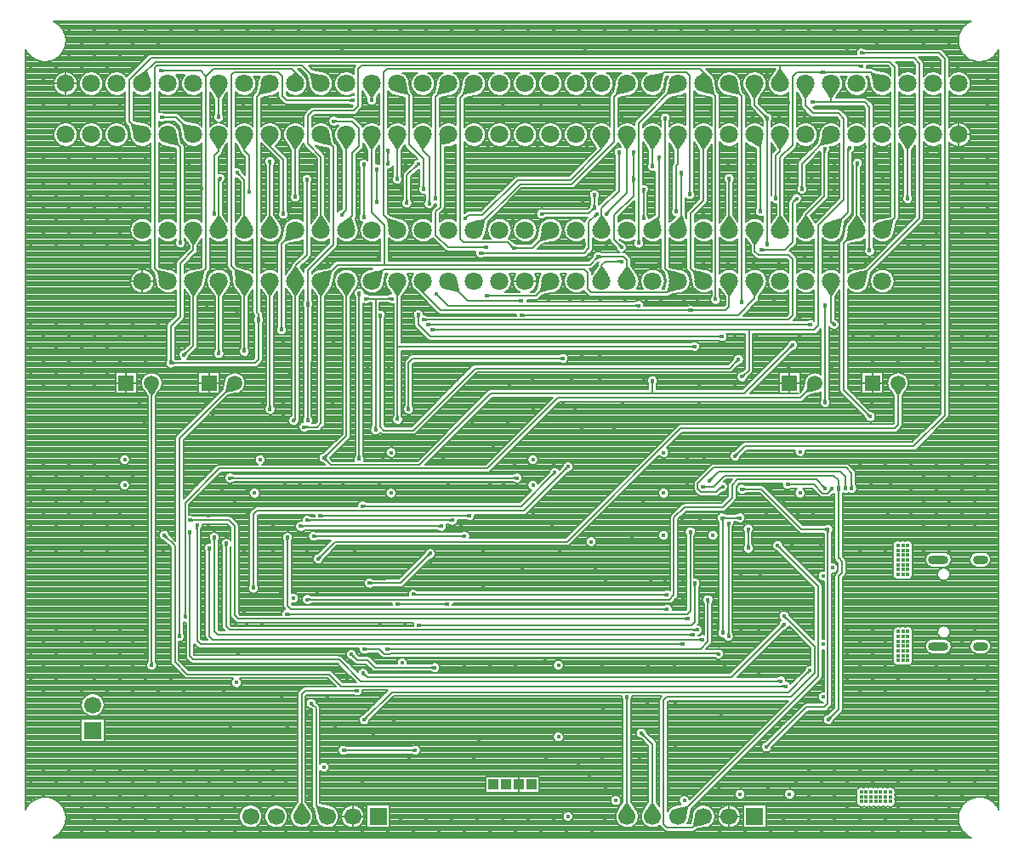
<source format=gbr>
G04 DipTrace 4.0.0.5*
G04 4 - Bottom.gbr*
%MOIN*%
G04 #@! TF.FileFunction,Copper,L4,Bot*
G04 #@! TF.Part,Single*
G04 #@! TA.AperFunction,CopperBalancing*
%ADD18C,0.007874*%
G04 #@! TA.AperFunction,ComponentPad*
%ADD22C,0.059055*%
%ADD23R,0.059055X0.059055*%
%ADD24R,0.03937X0.03937*%
%ADD25C,0.070866*%
%ADD28O,0.07874X0.035433*%
%ADD29O,0.059055X0.035433*%
%ADD30R,0.066929X0.066929*%
%ADD31C,0.066929*%
G04 #@! TA.AperFunction,ViaPad*
%ADD39C,0.017717*%
%FSLAX26Y26*%
G04*
G70*
G90*
G75*
G01*
G04 Bottom*
%LPD*%
G36*
X1592508Y1682878D2*
X1584660Y1680614D1*
X1583774D1*
Y1693016D1*
X1584660D1*
X1592508Y1690752D1*
Y1682878D1*
G37*
G36*
X2150079Y1690752D2*
X2157927Y1693016D1*
X2158812D1*
Y1680614D1*
X2157927D1*
X2150079Y1682878D1*
Y1690752D1*
G37*
X1578335Y1686815D2*
D18*
X2164252D1*
G36*
X1566865Y1602264D2*
X1559476Y1599483D1*
X1558593Y1599415D1*
X1557751Y1611787D1*
X1558634Y1611856D1*
X1566865Y1610138D1*
Y1602264D1*
G37*
G36*
X2131430Y1610138D2*
X2139661Y1611856D1*
X2140545Y1611787D1*
X2139702Y1599415D1*
X2138819Y1599483D1*
X2131430Y1602264D1*
Y1610138D1*
G37*
X1552744Y1605239D2*
D18*
Y1606201D1*
X2145551D1*
Y1605239D1*
G36*
X1541327Y1664177D2*
X1533479Y1661913D1*
X1532593D1*
Y1674315D1*
X1533479D1*
X1541327Y1672051D1*
Y1664177D1*
G37*
G36*
X2083150Y1672051D2*
X2090997Y1674315D1*
X2091883D1*
Y1661913D1*
X2090997D1*
X2083150Y1664177D1*
Y1672051D1*
G37*
X1527154Y1668114D2*
D18*
X2097323D1*
G36*
X1515736Y1640555D2*
X1507888Y1638291D1*
X1507003D1*
Y1650693D1*
X1507888D1*
X1515736Y1648429D1*
Y1640555D1*
G37*
G36*
X2039202Y1648429D2*
X2047050Y1650693D1*
X2047936D1*
Y1638291D1*
X2047050D1*
X2039202Y1640555D1*
Y1648429D1*
G37*
X1501563Y1644492D2*
D18*
X2053375D1*
G36*
X1446445Y1587165D2*
X1444181Y1595013D1*
Y1595899D1*
X1456583D1*
Y1595013D1*
X1454319Y1587165D1*
X1446445D1*
G37*
G36*
X2924713Y1322984D2*
X2932560Y1325248D1*
X2933446D1*
Y1312846D1*
X2932560D1*
X2924713Y1315110D1*
Y1322984D1*
G37*
X1450382Y1601339D2*
D18*
Y1332827D1*
X1464161Y1319047D1*
X2938886D1*
G36*
X1091831Y1633776D2*
X1089567Y1641623D1*
Y1642509D1*
X1101969D1*
Y1641623D1*
X1099705Y1633776D1*
X1091831D1*
G37*
G36*
X2985831Y1185776D2*
X2993678Y1188039D1*
X2994564D1*
Y1175638D1*
X2993678D1*
X2985831Y1177902D1*
Y1185776D1*
G37*
X1095768Y1647949D2*
D18*
Y1195618D1*
X1109547Y1181839D1*
X3000004D1*
G36*
X1082874Y1664764D2*
X1075026Y1662500D1*
X1074140D1*
Y1674902D1*
X1075026D1*
X1082874Y1672638D1*
Y1664764D1*
G37*
G36*
X3006147Y1285583D2*
X3013995Y1287846D1*
X3014881D1*
Y1275445D1*
X3013995D1*
X3006147Y1277709D1*
Y1285583D1*
G37*
X1068701Y1668701D2*
D18*
X1221825D1*
X1243697Y1646829D1*
Y1295425D1*
X1257476Y1281646D1*
X3020320D1*
G36*
X3025512Y1223177D2*
X3033360Y1225441D1*
X3034245D1*
Y1213039D1*
X3033360D1*
X3025512Y1215303D1*
Y1223177D1*
G37*
G36*
X1159736Y1587583D2*
X1157472Y1595430D1*
Y1596316D1*
X1169874D1*
Y1595430D1*
X1167610Y1587583D1*
X1159736D1*
G37*
X3039685Y1219240D2*
D18*
X1177453D1*
X1163673Y1233020D1*
Y1601756D1*
G36*
X1206988Y1563961D2*
X1204724Y1571808D1*
Y1572694D1*
X1217126D1*
Y1571808D1*
X1214862Y1563961D1*
X1206988D1*
G37*
G36*
X3042217Y1241878D2*
X3050064Y1244142D1*
X3050950D1*
Y1231740D1*
X3050064D1*
X3042217Y1234004D1*
Y1241878D1*
G37*
X1210925Y1578134D2*
D18*
Y1251720D1*
X1224705Y1237941D1*
X3056390D1*
G36*
X1141035Y1545260D2*
X1138772Y1553108D1*
Y1553993D1*
X1151173D1*
Y1553108D1*
X1148909Y1545260D1*
X1141035D1*
G37*
G36*
X3064882Y1204476D2*
X3072730Y1206740D1*
X3073615D1*
Y1194339D1*
X3072730D1*
X3064882Y1196602D1*
Y1204476D1*
G37*
X1144972Y1559433D2*
D18*
Y1214319D1*
X1158752Y1200539D1*
X3079055D1*
G36*
X975052Y1596730D2*
X967904Y1600677D1*
X967277Y1601304D1*
X976046Y1610073D1*
X976673Y1609446D1*
X980621Y1602298D1*
X975052Y1596730D1*
G37*
G36*
X3388701Y1021465D2*
X3396549Y1023728D1*
X3397434D1*
Y1011327D1*
X3396549D1*
X3388701Y1013591D1*
Y1021465D1*
G37*
X967815Y1609535D2*
D18*
X1009325Y1568025D1*
Y1112451D1*
X1057993Y1063783D1*
X1613953D1*
X1660209Y1017528D1*
X3402874D1*
G36*
X1064492Y1608059D2*
X1062228Y1615907D1*
Y1616793D1*
X1074630D1*
Y1615907D1*
X1072366Y1608059D1*
X1064492D1*
G37*
G36*
X3370000Y1041630D2*
X3377848Y1043894D1*
X3378734D1*
Y1031492D1*
X3377848D1*
X3370000Y1033756D1*
Y1041630D1*
G37*
X1068429Y1622232D2*
D18*
Y1134597D1*
X1081201Y1121825D1*
X1653415D1*
X1737547Y1037693D1*
X3384173D1*
G36*
X1763936Y892619D2*
X1759988Y885471D1*
X1759361Y884844D1*
X1750592Y893613D1*
X1751219Y894240D1*
X1758367Y898188D1*
X1763936Y892619D1*
G37*
G36*
X3485541Y1070814D2*
X3489488Y1077962D1*
X3490115Y1078589D1*
X3498885Y1069820D1*
X3498257Y1069193D1*
X3491109Y1065245D1*
X3485541Y1070814D1*
G37*
X1751130Y885382D2*
D18*
X1860142Y994394D1*
X3414689D1*
X3498346Y1078051D1*
G36*
X2119329Y2563627D2*
X2082379Y2571067D1*
X2079874Y2573573D1*
X2114950Y2608650D1*
X2117457Y2606144D1*
X2124896Y2569194D1*
X2119329Y2563627D1*
G37*
G36*
X2354469Y2533661D2*
X2362316Y2535925D1*
X2363202D1*
Y2523524D1*
X2362316D1*
X2354469Y2525787D1*
Y2533661D1*
G37*
X2082025Y2606499D2*
D18*
X2158799Y2529724D1*
X2368642D1*
G36*
X2382815Y2469488D2*
X2374967Y2467224D1*
X2374081D1*
Y2479626D1*
X2374967D1*
X2382815Y2477362D1*
Y2469488D1*
G37*
G36*
X3278088Y2549806D2*
X3257222Y2581194D1*
Y2584738D1*
X3306828D1*
Y2581194D1*
X3285962Y2549806D1*
X3278088D1*
G37*
X2368642Y2473425D2*
D18*
X3217176D1*
X3282025Y2538274D1*
Y2606499D1*
G36*
X1304665Y2968572D2*
X1306929Y2960724D1*
Y2959839D1*
X1294528D1*
Y2960724D1*
X1296791Y2968572D1*
X1304665D1*
G37*
G36*
X1277475Y3124383D2*
X1256609Y3155772D1*
Y3159315D1*
X1306215D1*
Y3155772D1*
X1285349Y3124383D1*
X1277475D1*
G37*
X1300728Y2954399D2*
D18*
Y3098579D1*
X1281412Y3117895D1*
Y3181076D1*
G36*
X2885350Y3070035D2*
X2887614Y3062188D1*
Y3061302D1*
X2875213D1*
Y3062188D1*
X2877476Y3070035D1*
X2885350D1*
G37*
G36*
X2877475Y3124383D2*
X2856609Y3155772D1*
Y3159315D1*
X2906215D1*
Y3155772D1*
X2885349Y3124383D1*
X2877475D1*
G37*
X2881413Y3055862D2*
D18*
Y3108236D1*
X2881412Y3108238D1*
Y3181076D1*
G36*
X1922638Y2926625D2*
X1924902Y2918777D1*
Y2917891D1*
X1912500D1*
Y2918777D1*
X1914764Y2926625D1*
X1922638D1*
G37*
G36*
X1950238Y3058688D2*
X1954185Y3065836D1*
X1954812Y3066463D1*
X1963581Y3057694D1*
X1962954Y3057067D1*
X1955806Y3053119D1*
X1950238Y3058688D1*
G37*
X1918701Y2912451D2*
D18*
Y3021583D1*
X1963043Y3065925D1*
G36*
X3433198Y2923278D2*
X3437146Y2930427D1*
X3437773Y2931054D1*
X3446542Y2922285D1*
X3445915Y2921657D1*
X3438766Y2917710D1*
X3433198Y2923278D1*
G37*
G36*
X3322776Y2726083D2*
X3314928Y2723819D1*
X3314042D1*
Y2736220D1*
X3314928D1*
X3322776Y2733957D1*
Y2726083D1*
G37*
X3446004Y2930516D2*
D18*
X3431201Y2915713D1*
Y2760197D1*
X3401024Y2730020D1*
X3308602D1*
G36*
X3877475Y3124383D2*
X3856609Y3155772D1*
Y3159315D1*
X3906215D1*
Y3155772D1*
X3885349Y3124383D1*
X3877475D1*
G37*
G36*
X3885350Y2944689D2*
X3887614Y2936841D1*
Y2935955D1*
X3875213D1*
Y2936841D1*
X3877476Y2944689D1*
X3885350D1*
G37*
X3881412Y3181076D2*
D18*
X3881413Y2930516D1*
G36*
X1124896Y2643803D2*
X1117457Y2606853D1*
X1114950Y2604348D1*
X1079874Y2639424D1*
X1082379Y2641930D1*
X1119329Y2649370D1*
X1124896Y2643803D1*
G37*
G36*
X1485349Y3426352D2*
X1505909Y3406676D1*
Y3403133D1*
X1456915D1*
Y3406676D1*
X1477475Y3426352D1*
X1485349D1*
G37*
X1082025Y2606499D2*
D18*
X1131201Y2655675D1*
Y3409325D1*
X1162009Y3440134D1*
X1467630D1*
X1481412Y3426352D1*
Y3381076D1*
G36*
X967249Y3427264D2*
X959402Y3425000D1*
X958516D1*
Y3437402D1*
X959402D1*
X967249Y3435138D1*
Y3427264D1*
G37*
X953076Y3431201D2*
D18*
X1109325D1*
X1131201Y3409325D1*
G36*
X1057862Y2324171D2*
X1053438Y2317097D1*
X1052778Y2316505D1*
X1044448Y2325693D1*
X1045108Y2326283D1*
X1052295Y2329738D1*
X1057862Y2324171D1*
G37*
G36*
X1078088Y2549806D2*
X1057222Y2581194D1*
Y2584738D1*
X1106828D1*
Y2581194D1*
X1085962Y2549806D1*
X1078088D1*
G37*
X1044587Y2317441D2*
D18*
X1045566D1*
X1082025Y2353900D1*
Y2606499D1*
G36*
X944720Y2649370D2*
X981671Y2641930D1*
X984176Y2639424D1*
X949100Y2604348D1*
X946593Y2606853D1*
X939154Y2643803D1*
X944720Y2649370D1*
G37*
G36*
X1544108Y3423948D2*
X1581058Y3416508D1*
X1583563Y3414001D1*
X1548487Y3378925D1*
X1545980Y3381430D1*
X1538541Y3418381D1*
X1544108Y3423948D1*
G37*
X982025Y2606499D2*
D18*
X931201Y2657323D1*
Y3444646D1*
X940469Y3453913D1*
X1508575D1*
X1581412Y3381076D1*
G36*
X3185962Y2863192D2*
X3206828Y2831803D1*
Y2828260D1*
X3157222D1*
Y2831803D1*
X3178088Y2863192D1*
X3185962D1*
G37*
G36*
X3178088Y2994875D2*
X3175823Y3002723D1*
Y3003609D1*
X3188224D1*
Y3002723D1*
X3185962Y2994875D1*
X3178088D1*
G37*
X3182025Y2806499D2*
D18*
Y3009049D1*
X3182024D1*
G36*
X1338541Y3343772D2*
X1345980Y3380722D1*
X1348487Y3383227D1*
X1383563Y3348151D1*
X1381058Y3345644D1*
X1344108Y3338205D1*
X1338541Y3343772D1*
G37*
G36*
X1340685Y2468898D2*
X1342949Y2461050D1*
Y2460164D1*
X1330547D1*
Y2461050D1*
X1332811Y2468898D1*
X1340685D1*
G37*
X1381412Y3381076D2*
D18*
X1331201Y3330865D1*
Y2484325D1*
X1336748Y2478778D1*
Y2454724D1*
G36*
X3278088Y2749806D2*
X3257222Y2781194D1*
Y2784738D1*
X3306828D1*
Y2781194D1*
X3285962Y2749806D1*
X3278088D1*
G37*
G36*
X1997378Y2450787D2*
X1989530Y2448524D1*
X1988644D1*
Y2460925D1*
X1989530D1*
X1997378Y2458661D1*
Y2450787D1*
G37*
X3282025Y2806499D2*
D18*
Y2723819D1*
X3295804Y2710039D1*
X3413524D1*
X3431201Y2692362D1*
Y2472402D1*
X3413524Y2454724D1*
X1983205D1*
G36*
X997343Y2299134D2*
X999606Y2291286D1*
Y2290400D1*
X987205D1*
Y2291286D1*
X989469Y2299134D1*
X997343D1*
G37*
G36*
X1078088Y2749806D2*
X1057222Y2781194D1*
Y2784738D1*
X1106828D1*
Y2781194D1*
X1085962Y2749806D1*
X1078088D1*
G37*
X993406Y2284961D2*
D18*
Y2429819D1*
X1031205Y2467618D1*
Y2677331D1*
X1082025Y2728151D1*
Y2806499D1*
G36*
X1332811Y2440551D2*
X1330547Y2448399D1*
Y2449285D1*
X1342949D1*
Y2448399D1*
X1340685Y2440551D1*
X1332811D1*
G37*
G36*
X1007579Y2281024D2*
X999731Y2278760D1*
X998845D1*
Y2291161D1*
X999731D1*
X1007579Y2288898D1*
Y2281024D1*
G37*
X1336748Y2454724D2*
D18*
Y2298740D1*
X1322969Y2284961D1*
X993406D1*
G36*
X3744108Y3423948D2*
X3781058Y3416508D1*
X3783563Y3414001D1*
X3748487Y3378925D1*
X3745980Y3381430D1*
X3738541Y3418381D1*
X3744108Y3423948D1*
G37*
G36*
X3563500Y3422417D2*
X3555652Y3420154D1*
X3554766D1*
Y3432555D1*
X3555652D1*
X3563500Y3430291D1*
Y3422417D1*
G37*
X3781412Y3381076D2*
D18*
X3736134Y3426354D1*
X3549327D1*
G36*
X1178088Y2997034D2*
X1178461Y3006025D1*
X1178781Y3006850D1*
X1190558Y3002967D1*
X1190239Y3002140D1*
X1185962Y2997034D1*
X1178088D1*
G37*
G36*
X1185962Y2863192D2*
X1206828Y2831803D1*
Y2828260D1*
X1157222D1*
Y2831803D1*
X1178088Y2863192D1*
X1185962D1*
G37*
X1186331Y3010091D2*
D18*
Y3011331D1*
X1182025Y3007025D1*
Y2806499D1*
G36*
X3535154Y3430291D2*
X3543001Y3432555D1*
X3543887D1*
Y3420154D1*
X3543001D1*
X3535154Y3422417D1*
Y3430291D1*
G37*
G36*
X3385962Y2863192D2*
X3406828Y2831803D1*
Y2828260D1*
X3357222D1*
Y2831803D1*
X3378088Y2863192D1*
X3385962D1*
G37*
X3549327Y3426354D2*
D18*
X3448230D1*
X3431201Y3409325D1*
Y3140576D1*
X3382025Y3091400D1*
Y2806499D1*
G36*
X1260314Y3018395D2*
X1253165Y3022343D1*
X1252538Y3022970D1*
X1261307Y3031739D1*
X1261934Y3031112D1*
X1265882Y3023963D1*
X1260314Y3018395D1*
G37*
G36*
X1285962Y2863192D2*
X1306828Y2831803D1*
Y2828260D1*
X1257222D1*
Y2831803D1*
X1278088Y2863192D1*
X1285962D1*
G37*
X1253076Y3031201D2*
D18*
X1282025Y3002252D1*
Y2806499D1*
G36*
X2978888Y2892249D2*
X2981152Y2884402D1*
Y2883516D1*
X2968751D1*
Y2884402D1*
X2971014Y2892249D1*
X2978888D1*
G37*
G36*
X2977475Y3124383D2*
X2956609Y3155772D1*
Y3159315D1*
X3006215D1*
Y3155772D1*
X2985349Y3124383D1*
X2977475D1*
G37*
X2974951Y2878076D2*
D18*
Y3059327D1*
X2981412Y3065787D1*
Y3181076D1*
G36*
X1845152Y2541388D2*
X1853000Y2543652D1*
X1853886D1*
Y2531251D1*
X1853000D1*
X1845152Y2533514D1*
Y2541388D1*
G37*
G36*
X1770374Y2533514D2*
X1762526Y2531251D1*
X1761640D1*
Y2543652D1*
X1762526D1*
X1770374Y2541388D1*
Y2533514D1*
G37*
X1859325Y2537451D2*
D18*
X1796059D1*
X1756201D1*
G36*
X1799996Y2036377D2*
X1802260Y2028529D1*
Y2027643D1*
X1789858D1*
Y2028529D1*
X1792122Y2036377D1*
X1799996D1*
G37*
X1796059Y2022203D2*
D18*
Y2537451D1*
G36*
X1438262Y2882874D2*
X1440526Y2875026D1*
Y2874140D1*
X1428125D1*
Y2875026D1*
X1430388Y2882874D1*
X1438262D1*
G37*
G36*
X1377475Y3137240D2*
X1357927Y3154545D1*
Y3158088D1*
X1404898D1*
Y3154545D1*
X1385349Y3137240D1*
X1377475D1*
G37*
X1434325Y2868701D2*
D18*
Y3084327D1*
X1381412Y3137240D1*
Y3181076D1*
G36*
X3044601Y2488386D2*
X3036753Y2486122D1*
X3035867D1*
Y2498524D1*
X3036753D1*
X3044601Y2496260D1*
Y2488386D1*
G37*
G36*
X3178088Y2549806D2*
X3157222Y2581194D1*
Y2584738D1*
X3206828D1*
Y2581194D1*
X3185962Y2549806D1*
X3178088D1*
G37*
X3030428Y2492323D2*
D18*
X3168244D1*
X3182025Y2506104D1*
Y2606499D1*
G36*
X1977264Y2562450D2*
X1957831Y2580612D1*
X1957906Y2584154D1*
X2005307Y2583266D1*
X2005234Y2579724D1*
X1985138Y2562450D1*
X1977264D1*
G37*
G36*
X3016255Y2496260D2*
X3024102Y2498524D1*
X3024988D1*
Y2486122D1*
X3024102D1*
X3016255Y2488386D1*
Y2496260D1*
G37*
X1982025Y2606499D2*
D18*
X1981201Y2605675D1*
Y2562450D1*
X2051328Y2492323D1*
X3030428D1*
G36*
X3044720Y2649370D2*
X3081671Y2641930D1*
X3084176Y2639424D1*
X3049100Y2604348D1*
X3046593Y2606853D1*
X3039154Y2643803D1*
X3044720Y2649370D1*
G37*
G36*
X3077475Y3124383D2*
X3056609Y3155772D1*
Y3159315D1*
X3106215D1*
Y3155772D1*
X3085349Y3124383D1*
X3077475D1*
G37*
X3082025Y2606499D2*
D18*
X3031201Y2657323D1*
Y2872575D1*
X3081412Y2922786D1*
Y3181076D1*
G36*
X1878088Y2549806D2*
X1857222Y2581194D1*
Y2584738D1*
X1906828D1*
Y2581194D1*
X1885962Y2549806D1*
X1878088D1*
G37*
G36*
X1885961Y2078748D2*
X1888224Y2070900D1*
Y2070014D1*
X1875823D1*
Y2070900D1*
X1878087Y2078748D1*
X1885961D1*
G37*
X1882025Y2606499D2*
D18*
X1882024Y2349950D1*
Y2064575D1*
G36*
X1477475Y3124383D2*
X1456609Y3155772D1*
Y3159315D1*
X1506215D1*
Y3155772D1*
X1485349Y3124383D1*
X1477475D1*
G37*
G36*
X1485349Y2949606D2*
X1487614Y2941759D1*
Y2940873D1*
X1475213D1*
Y2941759D1*
X1477475Y2949606D1*
X1485349D1*
G37*
X1481412Y3181076D2*
D18*
Y2935433D1*
X1481413D1*
G36*
X3032652Y2353887D2*
X3040500Y2356152D1*
X3041386D1*
Y2343751D1*
X3040500D1*
X3032652Y2346013D1*
Y2353887D1*
G37*
X1882024Y2349950D2*
D18*
X3046825D1*
Y2349951D1*
G36*
X1533757Y2073493D2*
X1536010Y2065643D1*
X1536009Y2064757D1*
X1523608Y2064774D1*
X1523609Y2065660D1*
X1525883Y2073504D1*
X1533757Y2073493D1*
G37*
G36*
X1526471Y2502497D2*
X1524218Y2510348D1*
X1524219Y2511234D1*
X1536621Y2511217D1*
X1536619Y2510331D1*
X1534345Y2502487D1*
X1526471Y2502497D1*
G37*
X1529801Y2059325D2*
D18*
X1530428Y2516665D1*
G36*
X1824896Y2643803D2*
X1817457Y2606853D1*
X1814950Y2604348D1*
X1779874Y2639424D1*
X1782379Y2641930D1*
X1819329Y2649370D1*
X1824896Y2643803D1*
G37*
G36*
X2939154Y2569194D2*
X2946593Y2606144D1*
X2949100Y2608650D1*
X2984176Y2573573D1*
X2981671Y2571067D1*
X2944720Y2563627D1*
X2939154Y2569194D1*
G37*
X1782025Y2606499D2*
D18*
X1827302Y2651776D1*
X2613524D1*
X2627303Y2637996D1*
Y2575000D1*
X2641083Y2561220D1*
X2936747D1*
X2982025Y2606499D1*
G36*
X1534365Y2530839D2*
X1536629Y2522991D1*
Y2522105D1*
X1524227D1*
Y2522991D1*
X1526491Y2530839D1*
X1534365D1*
G37*
G36*
X1618717Y3138205D2*
X1581766Y3145644D1*
X1579261Y3148151D1*
X1614337Y3183227D1*
X1616844Y3180722D1*
X1624283Y3143772D1*
X1618717Y3138205D1*
G37*
X1530428Y2516665D2*
D18*
Y2648895D1*
X1631201Y2749668D1*
Y3131287D1*
X1581412Y3181076D1*
G36*
X2944720Y2649370D2*
X2981671Y2641930D1*
X2984176Y2639424D1*
X2949100Y2604348D1*
X2946593Y2606853D1*
X2939154Y2643803D1*
X2944720Y2649370D1*
G37*
G36*
X2927264Y3232652D2*
X2925000Y3240500D1*
Y3241386D1*
X2937402D1*
Y3240500D1*
X2935138Y3232652D1*
X2927264D1*
G37*
X2982025Y2606499D2*
D18*
X2931201Y2657323D1*
Y3246825D1*
G36*
X2877264Y2201403D2*
X2875000Y2209251D1*
Y2210136D1*
X2887402D1*
Y2209251D1*
X2885138Y2201403D1*
X2877264D1*
G37*
G36*
X1600938Y1899646D2*
X1593790Y1903593D1*
X1593163Y1904220D1*
X1601932Y1912990D1*
X1602559Y1912362D1*
X1606507Y1905214D1*
X1600938Y1899646D1*
G37*
X2881201Y2215576D2*
D18*
Y2165576D1*
X2246827D1*
X1966192Y1884941D1*
X1621211D1*
X1593701Y1912451D1*
G36*
X3418395Y2348963D2*
X3422343Y2356112D1*
X3422970Y2356739D1*
X3431739Y2347970D1*
X3431112Y2347343D1*
X3423963Y2343395D1*
X3418395Y2348963D1*
G37*
X3431201Y2356201D2*
D18*
X3240576Y2165576D1*
X2881201D1*
G36*
X3307622Y2893508D2*
X3309886Y2885660D1*
Y2884774D1*
X3297484D1*
Y2885660D1*
X3299748Y2893508D1*
X3307622D1*
G37*
G36*
X3299748Y3132259D2*
X3269350Y3147760D1*
X3267791Y3150941D1*
X3312921Y3171531D1*
X3314482Y3168350D1*
X3307622Y3132259D1*
X3299748D1*
G37*
X3303685Y2879335D2*
D18*
Y3155592D1*
X3281412Y3177865D1*
Y3181076D1*
G36*
X1606507Y1919689D2*
X1602559Y1912541D1*
X1601932Y1911913D1*
X1593163Y1920682D1*
X1593790Y1921310D1*
X1600938Y1925257D1*
X1606507Y1919689D1*
G37*
G36*
X1678088Y2549806D2*
X1657222Y2581194D1*
Y2584738D1*
X1706828D1*
Y2581194D1*
X1685962Y2549806D1*
X1678088D1*
G37*
X1593701Y1912451D2*
D18*
X1682025Y2000776D1*
Y2606499D1*
G36*
X1675257Y2872814D2*
X1671310Y2865665D1*
X1670682Y2865038D1*
X1661913Y2873807D1*
X1662541Y2874434D1*
X1669689Y2878382D1*
X1675257Y2872814D1*
G37*
G36*
X1677475Y3124383D2*
X1656609Y3155772D1*
Y3159315D1*
X1706215D1*
Y3155772D1*
X1685349Y3124383D1*
X1677475D1*
G37*
X1662451Y2865576D2*
D18*
X1681412Y2884537D1*
Y3181076D1*
G36*
X1777475Y3124383D2*
X1756609Y3155772D1*
Y3159315D1*
X1806215D1*
Y3155772D1*
X1785349Y3124383D1*
X1777475D1*
G37*
G36*
X2655895Y2695839D2*
X2659843Y2702987D1*
X2660470Y2703614D1*
X2669239Y2694845D1*
X2668612Y2694218D1*
X2661463Y2690270D1*
X2655895Y2695839D1*
G37*
X1781412Y3181076D2*
D18*
Y2874722D1*
X1831201Y2824933D1*
Y2670484D1*
X2636109D1*
X2668701Y2703076D1*
G36*
X1529749Y2030388D2*
X1521902Y2028125D1*
X1521016D1*
Y2040526D1*
X1521902D1*
X1529749Y2038262D1*
Y2030388D1*
G37*
G36*
X1578088Y2549806D2*
X1557222Y2581194D1*
Y2584738D1*
X1606828D1*
Y2581194D1*
X1585962Y2549806D1*
X1578088D1*
G37*
X1515576Y2034325D2*
D18*
X1567925D1*
X1582025Y2048425D1*
Y2606499D1*
G36*
X3367260Y2944689D2*
X3369524Y2936841D1*
Y2935955D1*
X3357122D1*
Y2936841D1*
X3359386Y2944689D1*
X3367260D1*
G37*
G36*
X3377475Y3124383D2*
X3356609Y3155772D1*
Y3159315D1*
X3406215D1*
Y3155772D1*
X3385349Y3124383D1*
X3377475D1*
G37*
X3363323Y2930516D2*
D18*
Y3099193D1*
X3381412Y3117282D1*
Y3181076D1*
G36*
X2682874Y2699139D2*
X2675026Y2696875D1*
X2674140D1*
Y2709277D1*
X2675026D1*
X2682874Y2707013D1*
Y2699139D1*
G37*
G36*
X2785962Y2663192D2*
X2806828Y2631803D1*
Y2628260D1*
X2757222D1*
Y2631803D1*
X2778088Y2663192D1*
X2785962D1*
G37*
X2668701Y2703076D2*
D18*
X2768129D1*
X2782025Y2689180D1*
Y2606499D1*
G36*
X1624896Y2643803D2*
X1617457Y2606853D1*
X1614950Y2604348D1*
X1579874Y2639424D1*
X1582379Y2641930D1*
X1619329Y2649370D1*
X1624896Y2643803D1*
G37*
X1582025Y2606499D2*
D18*
X1646010Y2670484D1*
X1831201D1*
G36*
X1877475Y3124383D2*
X1856609Y3155772D1*
Y3159315D1*
X1906215D1*
Y3155772D1*
X1885349Y3124383D1*
X1877475D1*
G37*
G36*
X1885349Y3020327D2*
X1887614Y3012479D1*
Y3011593D1*
X1875213D1*
Y3012479D1*
X1877475Y3020327D1*
X1885349D1*
G37*
X1881412Y3181076D2*
D18*
Y3006154D1*
X1881413D1*
G36*
X2752546Y2752180D2*
X2759694Y2748232D1*
X2760322Y2747605D1*
X2751552Y2738836D1*
X2750925Y2739463D1*
X2746978Y2746612D1*
X2752546Y2752180D1*
G37*
G36*
X2802264Y2992028D2*
X2800000Y2999875D1*
Y3000761D1*
X2812402D1*
Y2999875D1*
X2810138Y2992028D1*
X2802264D1*
G37*
X2759783Y2739374D2*
D18*
X2731201Y2767957D1*
Y2865576D1*
X2806201Y2940576D1*
Y3006201D1*
G36*
X2745610Y2688197D2*
X2753458Y2690461D1*
X2754344D1*
Y2678059D1*
X2753458D1*
X2745610Y2680323D1*
Y2688197D1*
G37*
G36*
X2685962Y2663192D2*
X2706828Y2631803D1*
Y2628260D1*
X2657222D1*
Y2631803D1*
X2678088Y2663192D1*
X2685962D1*
G37*
X2759783Y2684260D2*
D18*
X2695807D1*
X2682025Y2670478D1*
Y2606499D1*
G36*
X1485962Y2663192D2*
X1506828Y2631803D1*
Y2628260D1*
X1457222D1*
Y2631803D1*
X1478088Y2663192D1*
X1485962D1*
G37*
G36*
X1523366Y2991980D2*
X1521102Y2999828D1*
Y3000714D1*
X1533504D1*
Y2999828D1*
X1531240Y2991980D1*
X1523366D1*
G37*
X1482025Y2606499D2*
D18*
Y2665555D1*
X1527303Y2710833D1*
Y3006154D1*
G36*
X1485829Y2062261D2*
X1483615Y2061161D1*
X1482808Y2060798D1*
X1472479Y2067663D1*
X1473287Y2068026D1*
X1478088Y2069971D1*
X1485829Y2062261D1*
G37*
G36*
X1478088Y2549806D2*
X1457222Y2581194D1*
Y2584738D1*
X1506828D1*
Y2581194D1*
X1485962Y2549806D1*
X1478088D1*
G37*
X1474950Y2059325D2*
D18*
X1478076D1*
X1482025Y2063274D1*
Y2606499D1*
G36*
X2810138Y3020374D2*
X2812402Y3012526D1*
Y3011640D1*
X2800000D1*
Y3012526D1*
X2802264Y3020374D1*
X2810138D1*
G37*
G36*
X2802264Y3098278D2*
X2800000Y3106126D1*
Y3107012D1*
X2812402D1*
Y3106126D1*
X2810138Y3098278D1*
X2802264D1*
G37*
X2806201Y3006201D2*
D18*
Y3112451D1*
G36*
X1988303Y2981110D2*
X1990567Y2973262D1*
Y2972377D1*
X1978165D1*
Y2973262D1*
X1980429Y2981110D1*
X1988303D1*
G37*
G36*
X1918717Y3338205D2*
X1881766Y3345644D1*
X1879261Y3348151D1*
X1914337Y3383227D1*
X1916844Y3380722D1*
X1924283Y3343772D1*
X1918717Y3338205D1*
G37*
X1984366Y2966937D2*
D18*
Y3084626D1*
X1926689Y3142303D1*
Y3335799D1*
X1881412Y3381076D1*
G36*
X1378088Y2549806D2*
X1357222Y2581194D1*
Y2584738D1*
X1406828D1*
Y2581194D1*
X1385962Y2549806D1*
X1378088D1*
G37*
G36*
X1385965Y2118280D2*
X1388228Y2110432D1*
Y2109546D1*
X1375827D1*
Y2110432D1*
X1378091Y2118280D1*
X1385965D1*
G37*
X1382025Y2606499D2*
D18*
X1382028Y2104106D1*
G36*
X3470854Y2981110D2*
X3473118Y2973262D1*
Y2972377D1*
X3460717D1*
Y2973262D1*
X3462980Y2981110D1*
X3470854D1*
G37*
G36*
X3538541Y3143772D2*
X3545980Y3180722D1*
X3548487Y3183227D1*
X3583563Y3148151D1*
X3581058Y3145644D1*
X3544108Y3138205D1*
X3538541Y3143772D1*
G37*
X3466917Y2966937D2*
D18*
Y3066581D1*
X3581412Y3181076D1*
G36*
X2516848Y2307207D2*
X2524696Y2309471D1*
X2525581D1*
Y2297070D1*
X2524696D1*
X2516848Y2299333D1*
Y2307207D1*
G37*
G36*
X1929071Y2118280D2*
X1931335Y2110432D1*
Y2109546D1*
X1918933D1*
Y2110432D1*
X1921197Y2118280D1*
X1929071D1*
G37*
X2531021Y2303270D2*
D18*
X1942038D1*
X1925134Y2286366D1*
Y2104106D1*
G36*
X2849941Y2865949D2*
X2852205Y2858101D1*
Y2857215D1*
X2839803D1*
Y2858101D1*
X2842067Y2865949D1*
X2849941D1*
G37*
G36*
X2842067Y2952764D2*
X2839803Y2960612D1*
Y2961497D1*
X2852205D1*
Y2960612D1*
X2849941Y2952764D1*
X2842067D1*
G37*
X2846004Y2851776D2*
D18*
Y2966937D1*
G36*
X2902264Y3079529D2*
X2900000Y3087377D1*
Y3088262D1*
X2912402D1*
Y3087377D1*
X2910138Y3079529D1*
X2902264D1*
G37*
G36*
X2908639Y2853071D2*
X2915364Y2818501D1*
X2913890Y2815280D1*
X2869217Y2836848D1*
X2870692Y2840070D1*
X2903071Y2858639D1*
X2908639Y2853071D1*
G37*
X2906201Y3093702D2*
D18*
Y2856201D1*
X2882025Y2832025D1*
Y2806499D1*
G36*
X1278088Y2549806D2*
X1257222Y2581194D1*
Y2584738D1*
X1306828D1*
Y2581194D1*
X1285962Y2549806D1*
X1278088D1*
G37*
G36*
X1285962Y2345336D2*
X1287760Y2337155D1*
X1287701Y2336272D1*
X1275320Y2336993D1*
X1275379Y2337877D1*
X1278088Y2345336D1*
X1285962D1*
G37*
X1282025Y2606499D2*
D18*
Y2331201D1*
X1281201D1*
G36*
X1784117Y3329690D2*
X1786929Y3322333D1*
X1787001Y3321450D1*
X1774633Y3320555D1*
X1774560Y3321438D1*
X1776243Y3329690D1*
X1784117D1*
G37*
G36*
X1776243Y3324404D2*
X1756064Y3356318D1*
X1756146Y3359860D1*
X1805740Y3358781D1*
X1805659Y3355239D1*
X1784117Y3324404D1*
X1776243D1*
G37*
X1781201Y3315576D2*
D18*
X1780180Y3316597D1*
Y3379844D1*
X1781412Y3381076D1*
G36*
X1249190Y2653155D2*
X1285332Y2641777D1*
X1287549Y2639013D1*
X1249037Y2607745D1*
X1246820Y2610510D1*
X1243622Y2647587D1*
X1249190Y2653155D1*
G37*
G36*
X1692028Y3319513D2*
X1699875Y3321777D1*
X1700761D1*
Y3309375D1*
X1699875D1*
X1692028Y3311639D1*
Y3319513D1*
G37*
X1282025Y2606499D2*
D18*
Y2614752D1*
X1231201Y2665576D1*
Y3416472D1*
X1241083Y3426354D1*
X1412909D1*
X1431201Y3408063D1*
Y3331201D1*
X1446825Y3315576D1*
X1706201D1*
G36*
X2991252Y3018493D2*
X2988988Y3026341D1*
Y3027227D1*
X3001390D1*
Y3026341D1*
X2999126Y3018493D1*
X2991252D1*
G37*
G36*
X2999126Y2861360D2*
X3012047Y2825318D1*
X3011173Y2821883D1*
X2962937Y2833458D1*
X2963811Y2836892D1*
X2991252Y2861360D1*
X2999126D1*
G37*
X2995189Y3032667D2*
D18*
Y2842064D1*
X2982025Y2828900D1*
Y2806499D1*
G36*
X1178088Y2549806D2*
X1157222Y2581194D1*
Y2584738D1*
X1206828D1*
Y2581194D1*
X1185962Y2549806D1*
X1178088D1*
G37*
G36*
X1185961Y2336535D2*
X1188224Y2328688D1*
Y2327802D1*
X1175823D1*
Y2328688D1*
X1178087Y2336535D1*
X1185961D1*
G37*
X1182025Y2606499D2*
D18*
X1182024Y2322362D1*
G36*
X1804051Y2930906D2*
X1806315Y2923058D1*
Y2922172D1*
X1793913D1*
Y2923058D1*
X1796177Y2930906D1*
X1804051D1*
G37*
G36*
X1796177Y3033051D2*
X1793913Y3040899D1*
Y3041785D1*
X1806315D1*
Y3040899D1*
X1804051Y3033051D1*
X1796177D1*
G37*
X1800114Y2916732D2*
D18*
Y3047224D1*
G36*
X2010138Y2923499D2*
X2012402Y2915651D1*
Y2914765D1*
X2000000D1*
Y2915651D1*
X2002264Y2923499D1*
X2010138D1*
G37*
G36*
X1977475Y3124383D2*
X1956609Y3155772D1*
Y3159315D1*
X2006215D1*
Y3155772D1*
X1985349Y3124383D1*
X1977475D1*
G37*
X2006201Y2909325D2*
D18*
Y3094274D1*
X1981412Y3119063D1*
Y3181076D1*
G36*
X2035138Y2943252D2*
X2036605Y2934874D1*
X2036507Y2933995D1*
X2024165Y2935211D1*
X2024264Y2936092D1*
X2027264Y2943252D1*
X2035138D1*
G37*
G36*
X2038541Y3343772D2*
X2045980Y3380722D1*
X2048487Y3383227D1*
X2083563Y3348151D1*
X2081058Y3345644D1*
X2044108Y3338205D1*
X2038541Y3343772D1*
G37*
X2029814Y2929188D2*
D18*
X2031201D1*
Y3330865D1*
X2081412Y3381076D1*
G36*
X1683610Y762059D2*
X1675762Y759795D1*
X1674877D1*
Y772197D1*
X1675762D1*
X1683610Y769933D1*
Y762059D1*
G37*
G36*
X1938173Y769933D2*
X1946021Y772197D1*
X1946907D1*
Y759795D1*
X1946021D1*
X1938173Y762059D1*
Y769933D1*
G37*
X1669437Y765996D2*
D18*
X1952346D1*
G36*
X2649854Y2931106D2*
X2647591Y2938954D1*
Y2939840D1*
X2659992D1*
Y2938954D1*
X2657728Y2931106D1*
X2649854D1*
G37*
G36*
X2657728Y2908272D2*
X2659992Y2900424D1*
Y2899538D1*
X2647591D1*
Y2900424D1*
X2649854Y2908272D1*
X2657728D1*
G37*
X2653791Y2945280D2*
D18*
Y2894098D1*
G36*
X3030626Y2959453D2*
X3032890Y2951605D1*
Y2950719D1*
X3020488D1*
Y2951605D1*
X3022752Y2959453D1*
X3030626D1*
G37*
G36*
X2924283Y3418381D2*
X2916844Y3381430D1*
X2914337Y3378925D1*
X2879261Y3414001D1*
X2881766Y3416508D1*
X2918717Y3423948D1*
X2924283Y3418381D1*
G37*
X3026689Y2945280D2*
D18*
Y3412575D1*
X3012909Y3426354D1*
X2926690D1*
X2881412Y3381076D1*
G36*
X2640986Y2886861D2*
X2644933Y2894009D1*
X2645560Y2894636D1*
X2654329Y2885867D1*
X2653702Y2885240D1*
X2646554Y2881293D1*
X2640986Y2886861D1*
G37*
G36*
X2460073Y2867888D2*
X2452892Y2864908D1*
X2452012Y2864812D1*
X2450828Y2877156D1*
X2451709Y2877253D1*
X2460073Y2875762D1*
Y2867888D1*
G37*
X2653791Y2894098D2*
D18*
X2631518Y2871825D1*
X2447353D1*
X2446004Y2870476D1*
G36*
X2040791Y2544521D2*
X2033643Y2548469D1*
X2033016Y2549096D1*
X2041785Y2557865D1*
X2042412Y2557238D1*
X2046360Y2550089D1*
X2040791Y2544521D1*
G37*
G36*
X2813130Y2514961D2*
X2820978Y2517224D1*
X2821864D1*
Y2504823D1*
X2820978D1*
X2813130Y2507087D1*
Y2514961D1*
G37*
X2033554Y2557327D2*
D18*
X2079857Y2511024D1*
X2827303D1*
G36*
X2831240Y2769362D2*
X2833504Y2761514D1*
Y2760629D1*
X2821102D1*
Y2761514D1*
X2823366Y2769362D1*
X2831240D1*
G37*
G36*
X2938541Y3343772D2*
X2945980Y3380722D1*
X2948487Y3383227D1*
X2983563Y3348151D1*
X2981058Y3345644D1*
X2944108Y3338205D1*
X2938541Y3343772D1*
G37*
X2827303Y2755189D2*
D18*
Y3226967D1*
X2981412Y3381076D1*
G36*
X3132343Y2548911D2*
X3134606Y2541063D1*
Y2540177D1*
X3122205D1*
Y2541063D1*
X3124469Y2548911D1*
X3132343D1*
G37*
G36*
X3118717Y3338205D2*
X3081766Y3345644D1*
X3079261Y3348151D1*
X3114337Y3383227D1*
X3116844Y3380722D1*
X3124283Y3343772D1*
X3118717Y3338205D1*
G37*
X3128406Y2534738D2*
D18*
Y3334083D1*
X3081412Y3381076D1*
G36*
X3085349Y3426354D2*
X3105912Y3406675D1*
Y3403131D1*
X3056912D1*
Y3406675D1*
X3077475Y3426354D1*
X3085349D1*
G37*
G36*
X1847417Y2851803D2*
X1883941Y2841881D1*
X1886270Y2839210D1*
X1849020Y2806451D1*
X1846689Y2809122D1*
X1841849Y2846235D1*
X1847417Y2851803D1*
G37*
X3081412Y3381076D2*
D18*
Y3426354D1*
X3067633Y3440134D1*
X1840469D1*
X1826689Y3426354D1*
Y2866963D1*
X1882025Y2811627D1*
Y2806499D1*
G36*
X3235138Y2535999D2*
X3237402Y2528151D1*
Y2527265D1*
X3225000D1*
Y2528151D1*
X3227264Y2535999D1*
X3235138D1*
G37*
G36*
X3218717Y3338205D2*
X3181766Y3345644D1*
X3179261Y3348151D1*
X3214337Y3383227D1*
X3216844Y3380722D1*
X3224283Y3343772D1*
X3218717Y3338205D1*
G37*
X3231201Y2521825D2*
D18*
Y3331287D1*
X3181412Y3381076D1*
G36*
X1959702Y2460777D2*
X1957438Y2468625D1*
Y2469510D1*
X1969840D1*
Y2468625D1*
X1967576Y2460777D1*
X1959702D1*
G37*
G36*
X3139823Y2392665D2*
X3147671Y2394929D1*
X3148556D1*
Y2382528D1*
X3147671D1*
X3139823Y2384791D1*
Y2392665D1*
G37*
X1963639Y2474950D2*
D18*
Y2436262D1*
X2011173Y2388728D1*
X3153996D1*
G36*
X3334365Y2764659D2*
X3336629Y2756811D1*
Y2755925D1*
X3324227D1*
Y2756811D1*
X3326491Y2764659D1*
X3334365D1*
G37*
G36*
X3326491Y3232686D2*
X3324664Y3240848D1*
X3324719Y3241731D1*
X3337102Y3241055D1*
X3337047Y3240171D1*
X3334365Y3232686D1*
X3326491D1*
G37*
X3330428Y2750486D2*
D18*
Y3246825D1*
X3331201D1*
G36*
X1645374Y3230388D2*
X1637526Y3228125D1*
X1636640D1*
Y3240526D1*
X1637526D1*
X1645374Y3238262D1*
Y3230388D1*
G37*
G36*
X1703327Y2854009D2*
X1714043Y2821675D1*
X1712913Y2818316D1*
X1666362Y2835457D1*
X1667492Y2838815D1*
X1697760Y2859576D1*
X1703327Y2854009D1*
G37*
X1631201Y3234325D2*
D18*
X1703076D1*
X1731201Y3206201D1*
Y3136846D1*
X1705035Y3110681D1*
Y2861285D1*
X1682025Y2838274D1*
Y2806499D1*
G36*
X3323601Y3259247D2*
X3330782Y3255673D1*
X3331434Y3255075D1*
X3322999Y3245984D1*
X3322346Y3246584D1*
X3318033Y3253678D1*
X3323601Y3259247D1*
G37*
G36*
X3277475Y3324383D2*
X3256609Y3355772D1*
Y3359315D1*
X3306215D1*
Y3355772D1*
X3285349Y3324383D1*
X3277475D1*
G37*
X3330454Y3246825D2*
D18*
X3281412Y3295867D1*
Y3381076D1*
G36*
X3385349Y3437769D2*
X3406215Y3406381D1*
Y3402837D1*
X3356609D1*
Y3406381D1*
X3377475Y3437769D1*
X3385349D1*
G37*
G36*
X1585962Y2863192D2*
X1606828Y2831803D1*
Y2828260D1*
X1557222D1*
Y2831803D1*
X1578088Y2863192D1*
X1585962D1*
G37*
X3381412Y3381076D2*
D18*
Y3453913D1*
X1740469D1*
X1726689Y3440134D1*
Y3292314D1*
X1709325Y3274950D1*
X1551663D1*
X1531201Y3254488D1*
Y3145177D1*
X1582025Y3094353D1*
Y2806499D1*
G36*
X3714287Y3497516D2*
X3706440Y3495252D1*
X3705554D1*
Y3507654D1*
X3706440D1*
X3714287Y3505390D1*
Y3497516D1*
G37*
G36*
X3217983Y1927706D2*
X3214035Y1920558D1*
X3213408Y1919930D1*
X3204639Y1928699D1*
X3205266Y1929327D1*
X3212415Y1933274D1*
X3217983Y1927706D1*
G37*
X3700114Y3501453D2*
D18*
X4004699D1*
X4026689Y3479463D1*
Y2079814D1*
X3905508Y1958633D1*
X3243341D1*
X3205177Y1920469D1*
G36*
X3695535Y3457836D2*
X3696461Y3457062D1*
X3697115Y3456466D1*
X3692629Y3444904D1*
X3691974Y3445500D1*
X3687434Y3449976D1*
X3695535Y3457836D1*
G37*
X3700114Y3448992D2*
D18*
X3695193Y3453913D1*
X3381412D1*
G36*
X2030787Y2411350D2*
X2022940Y2409087D1*
X2022054D1*
Y2421488D1*
X2022940D1*
X2030787Y2419224D1*
Y2411350D1*
G37*
G36*
X3477475Y3324383D2*
X3456609Y3355772D1*
Y3359315D1*
X3506215D1*
Y3355772D1*
X3485349Y3324383D1*
X3477475D1*
G37*
X2016614Y2415287D2*
D18*
X3259325D1*
X3515287D1*
X3531201Y2431201D1*
Y2824950D1*
X3631201Y2924950D1*
Y3243701D1*
X3609325Y3265576D1*
X3510298D1*
X3481412Y3294462D1*
Y3381076D1*
G36*
X1431240Y2429461D2*
X1433504Y2421613D1*
Y2420727D1*
X1421102D1*
Y2421613D1*
X1423366Y2429461D1*
X1431240D1*
G37*
G36*
X1439154Y2769194D2*
X1446593Y2806144D1*
X1449100Y2808650D1*
X1484176Y2773573D1*
X1481671Y2771067D1*
X1444720Y2763627D1*
X1439154Y2769194D1*
G37*
X1427303Y2415287D2*
D18*
Y2751777D1*
X1482025Y2806499D1*
G36*
X3245371Y2236678D2*
X3239962Y2229898D1*
X3239235Y2229392D1*
X3231951Y2239430D1*
X3232680Y2239934D1*
X3239803Y2242247D1*
X3245371Y2236678D1*
G37*
X3231201Y2231201D2*
D18*
X3234325D1*
X3259325Y2256201D1*
Y2415287D1*
G36*
X3735138Y2738917D2*
X3737951Y2731562D1*
X3738024Y2730678D1*
X3725655Y2729781D1*
X3725583Y2730664D1*
X3727264Y2738917D1*
X3735138D1*
G37*
G36*
X3520374Y3305388D2*
X3512526Y3303125D1*
X3511640D1*
Y3315526D1*
X3512526D1*
X3520374Y3313262D1*
Y3305388D1*
G37*
X3732224Y2724803D2*
D18*
X3731201D1*
Y3290576D1*
X3712451Y3309325D1*
X3506201D1*
G36*
X3562008Y2144630D2*
X3564272Y2136782D1*
Y2135896D1*
X3551870D1*
Y2136782D1*
X3554134Y2144630D1*
X3562008D1*
G37*
G36*
X3554134Y2498528D2*
X3551870Y2506375D1*
Y2507261D1*
X3564272D1*
Y2506375D1*
X3562008Y2498528D1*
X3554134D1*
G37*
X3558071Y2130457D2*
D18*
Y2512701D1*
G36*
X1385962Y2863192D2*
X1406828Y2831803D1*
Y2828260D1*
X1357222D1*
Y2831803D1*
X1378088Y2863192D1*
X1385962D1*
G37*
G36*
X1378087Y3061587D2*
X1375823Y3069434D1*
Y3070320D1*
X1388224D1*
Y3069434D1*
X1385961Y3061587D1*
X1378087D1*
G37*
X1382025Y2806499D2*
D18*
X1382024Y3075760D1*
G36*
X3520374Y3305388D2*
X3512526Y3303125D1*
X3511640D1*
Y3315526D1*
X3512526D1*
X3520374Y3313262D1*
Y3305388D1*
G37*
G36*
X3577475Y3324383D2*
X3556609Y3355772D1*
Y3359315D1*
X3606215D1*
Y3355772D1*
X3585349Y3324383D1*
X3577475D1*
G37*
X3506201Y3309325D2*
D18*
X3581412D1*
Y3381076D1*
G36*
X3025839Y1609398D2*
X3023575Y1617245D1*
Y1618131D1*
X3035976D1*
Y1617245D1*
X3033713Y1609398D1*
X3025839D1*
G37*
G36*
X1463138Y1296409D2*
X1455290Y1294146D1*
X1454404D1*
Y1306547D1*
X1455290D1*
X1463138Y1304283D1*
Y1296409D1*
G37*
X3029776Y1623571D2*
D18*
Y1314126D1*
X3015996Y1300346D1*
X1448965D1*
G36*
X2650517Y2863239D2*
X2654465Y2870387D1*
X2655092Y2871014D1*
X2663861Y2862245D1*
X2663234Y2861618D1*
X2656085Y2857671D1*
X2650517Y2863239D1*
G37*
G36*
X2222776Y2712803D2*
X2214928Y2710539D1*
X2214042D1*
Y2722941D1*
X2214928D1*
X2222776Y2720677D1*
Y2712803D1*
G37*
X2663323Y2870476D2*
D18*
X2631201Y2838354D1*
Y2734417D1*
X2613524Y2716740D1*
X2208602D1*
G36*
X2711102Y2875701D2*
X2701454Y2879304D1*
X2700669Y2878894D1*
X2708785Y2869517D1*
X2709570Y2869928D1*
X2710963Y2875398D1*
X2711102Y2875701D1*
G37*
G36*
X2777475Y3124383D2*
X2756609Y3155772D1*
Y3159315D1*
X2806215D1*
Y3155772D1*
X2785349Y3124383D1*
X2777475D1*
G37*
X2700728Y2870476D2*
D18*
X2709587Y2879335D1*
X2707165D1*
X2781412Y2953581D1*
Y3181076D1*
G36*
X1320618Y1416012D2*
X1322882Y1408164D1*
Y1407278D1*
X1310480D1*
Y1408164D1*
X1312744Y1416012D1*
X1320618D1*
G37*
G36*
X2537568Y1871357D2*
X2541516Y1878505D1*
X2542143Y1879133D1*
X2550912Y1870364D1*
X2550285Y1869736D1*
X2543136Y1865789D1*
X2537568Y1871357D1*
G37*
X1316681Y1401839D2*
D18*
Y1691736D1*
X1330461Y1705516D1*
X2377295D1*
X2550374Y1878594D1*
G36*
X3424391Y1804766D2*
X3416543Y1802503D1*
X3415657D1*
Y1814904D1*
X3416543D1*
X3424391Y1812640D1*
Y1804766D1*
G37*
G36*
X3573037Y1784856D2*
X3576541Y1792041D1*
X3577135Y1792698D1*
X3586282Y1784323D1*
X3585688Y1783667D1*
X3578605Y1779287D1*
X3573037Y1784856D1*
G37*
X3410218Y1808703D2*
D18*
X3513073D1*
X3547954Y1773823D1*
X3567572D1*
X3587450Y1793701D1*
Y1794584D1*
X3585386Y1792520D1*
G36*
X3583428Y893852D2*
X3579480Y886703D1*
X3578853Y886076D1*
X3570084Y894845D1*
X3570711Y895472D1*
X3577860Y899420D1*
X3583428Y893852D1*
G37*
G36*
X3607039Y1778346D2*
X3604776Y1786194D1*
Y1787080D1*
X3617177D1*
Y1786194D1*
X3614913Y1778346D1*
X3607039D1*
G37*
X3570622Y886614D2*
D18*
X3610976Y926969D1*
Y1448476D1*
X3624950Y1462450D1*
Y1506201D1*
X3612434Y1518717D1*
X3610976D1*
Y1792520D1*
G36*
X3614913Y1806693D2*
X3617177Y1798845D1*
Y1797959D1*
X3604776D1*
Y1798845D1*
X3607039Y1806693D1*
X3614913D1*
G37*
G36*
X3092249Y1796014D2*
X3084402Y1793751D1*
X3083516D1*
Y1806152D1*
X3084402D1*
X3092249Y1803888D1*
Y1796014D1*
G37*
X3610976Y1792520D2*
D18*
Y1824902D1*
X3592177Y1843701D1*
X3163400D1*
X3119651Y1799951D1*
X3078076D1*
G36*
X3640500Y1807285D2*
X3642764Y1799437D1*
Y1798551D1*
X3630362D1*
Y1799437D1*
X3632626Y1807285D1*
X3640500D1*
G37*
G36*
X3116067Y1829249D2*
X3111668Y1822171D1*
X3111009Y1821577D1*
X3102655Y1830744D1*
X3103314Y1831336D1*
X3110500Y1834816D1*
X3116067Y1829249D1*
G37*
X3636563Y1793112D2*
D18*
Y1838681D1*
X3615919Y1859325D1*
X3140576D1*
X3102815Y1821564D1*
Y1822492D1*
G36*
X3142030Y1794474D2*
X3147440Y1801255D1*
X3148168Y1801759D1*
X3155450Y1791720D1*
X3154722Y1791217D1*
X3147598Y1788906D1*
X3142030Y1794474D1*
G37*
G36*
X3666094Y1806693D2*
X3668358Y1798845D1*
Y1797959D1*
X3655957D1*
Y1798845D1*
X3658220Y1806693D1*
X3666094D1*
G37*
X3156201Y1799950D2*
D18*
Y1803076D1*
X3131201Y1778076D1*
X3071825D1*
X3058524Y1791378D1*
Y1811650D1*
X3121825Y1874951D1*
X3639667D1*
X3662157Y1852461D1*
Y1792520D1*
G36*
X3252264Y1620152D2*
X3250000Y1628000D1*
Y1631150D1*
X3262402D1*
Y1628000D1*
X3260138Y1620152D1*
X3252264D1*
G37*
G36*
X3260138Y1572441D2*
X3262940Y1565073D1*
X3263193Y1561933D1*
X3250822Y1561056D1*
X3250570Y1564196D1*
X3252264Y1572441D1*
X3260138D1*
G37*
X3256201Y1634325D2*
D18*
Y1559325D1*
X3257202Y1558324D1*
G36*
X3161058Y1240824D2*
X3163322Y1232976D1*
Y1232091D1*
X3150920D1*
Y1232976D1*
X3153184Y1240824D1*
X3161058D1*
G37*
G36*
X3153184Y1664050D2*
X3149369Y1670100D1*
X3149142Y1670957D1*
X3161228Y1673732D1*
X3161455Y1672877D1*
X3161058Y1664050D1*
X3153184D1*
G37*
X3157121Y1226651D2*
D18*
Y1677654D1*
X3153996D1*
G36*
X3168169Y1673717D2*
X3160322Y1671453D1*
X3159436D1*
Y1683854D1*
X3160322D1*
X3168169Y1681591D1*
Y1673717D1*
G37*
G36*
X3209705Y1681591D2*
X3217552Y1683854D1*
X3218438D1*
Y1671453D1*
X3217552D1*
X3209705Y1673717D1*
Y1681591D1*
G37*
X3153996Y1677654D2*
D18*
X3223878D1*
G36*
X3175650Y1643500D2*
X3173386Y1651348D1*
Y1652234D1*
X3185787D1*
Y1651348D1*
X3183524Y1643500D1*
X3175650D1*
G37*
G36*
X3183524Y1226577D2*
X3185646Y1218730D1*
Y1217844D1*
X3173244D1*
Y1218730D1*
X3175650Y1226577D1*
X3183524D1*
G37*
X3179587Y1657673D2*
D18*
Y1212404D1*
X3179445D1*
G36*
X3341243Y786076D2*
X3337295Y778928D1*
X3336668Y778301D1*
X3327899Y787070D1*
X3328526Y787697D1*
X3335675Y791644D1*
X3341243Y786076D1*
G37*
G36*
X3564717Y1618780D2*
X3562453Y1626627D1*
Y1627513D1*
X3574854D1*
Y1626627D1*
X3572591Y1618780D1*
X3564717D1*
G37*
X3328437Y778839D2*
D18*
X3484929Y935331D1*
X3554874D1*
X3568654Y949110D1*
Y1632953D1*
G36*
X3554480Y1636890D2*
X3562328Y1639154D1*
X3563214D1*
Y1626752D1*
X3562328D1*
X3554480Y1629016D1*
Y1636890D1*
G37*
G36*
X3245374Y1786639D2*
X3237526Y1784375D1*
X3236640D1*
Y1796777D1*
X3237526D1*
X3245374Y1794513D1*
Y1786639D1*
G37*
X3568654Y1632953D2*
D18*
X3463824D1*
X3306201Y1790576D1*
X3231201D1*
G36*
X1053665Y1302041D2*
X1055929Y1294193D1*
Y1293307D1*
X1043528D1*
Y1294193D1*
X1045791Y1302041D1*
X1053665D1*
G37*
G36*
X3482510Y2175875D2*
X3489175Y2206203D1*
X3491262Y2208291D1*
X3520493Y2179060D1*
X3518406Y2176972D1*
X3488077Y2170308D1*
X3482510Y2175875D1*
G37*
X1049728Y1287867D2*
D18*
Y1737228D1*
X1183661Y1871161D1*
X2233661D1*
X2511518Y2149018D1*
X3461220D1*
X3518701Y2206499D1*
G36*
X1584251Y1524123D2*
X1580303Y1516975D1*
X1579676Y1516348D1*
X1570907Y1525117D1*
X1571534Y1525744D1*
X1578682Y1529692D1*
X1584251Y1524123D1*
G37*
G36*
X3839764Y2159255D2*
X3823031Y2185412D1*
Y2188365D1*
X3864370D1*
Y2185412D1*
X3847638Y2159255D1*
X3839764D1*
G37*
X1571445Y1516886D2*
D18*
X1638885Y1584325D1*
X2546825D1*
X2991295Y2028795D1*
X3829923D1*
X3843701Y2042573D1*
Y2206499D1*
G36*
X922638Y1114125D2*
X924902Y1106276D1*
Y1105390D1*
X912500D1*
Y1106276D1*
X914764Y1114125D1*
X922638D1*
G37*
G36*
X914764Y2159255D2*
X898031Y2185412D1*
Y2188365D1*
X939370D1*
Y2185412D1*
X922638Y2159255D1*
X914764D1*
G37*
X918701Y1099950D2*
D18*
Y1099951D1*
Y2206499D1*
G36*
X1032013Y1226625D2*
X1034277Y1218777D1*
Y1217891D1*
X1021875D1*
Y1218777D1*
X1024139Y1226625D1*
X1032013D1*
G37*
G36*
X1207510Y2175875D2*
X1214175Y2206203D1*
X1216262Y2208291D1*
X1245493Y2179060D1*
X1243406Y2176972D1*
X1213077Y2170308D1*
X1207510Y2175875D1*
G37*
X1028076Y1212451D2*
D18*
Y1990874D1*
X1243701Y2206499D1*
G36*
X1754113Y1055845D2*
X1746965Y1059793D1*
X1744736Y1062020D1*
X1753507Y1070790D1*
X1755734Y1068562D1*
X1759681Y1061413D1*
X1754113Y1055845D1*
G37*
G36*
X3384020Y1252088D2*
X3387967Y1259236D1*
X3390194Y1261465D1*
X3398965Y1252694D1*
X3396736Y1250467D1*
X3389588Y1246520D1*
X3384020Y1252088D1*
G37*
X1746875Y1068651D2*
D18*
X1762450Y1053076D1*
X3190576D1*
X3396825Y1259325D1*
G36*
X2924709Y1380244D2*
X2932556Y1382508D1*
X2933442D1*
Y1370106D1*
X2932556D1*
X2924709Y1372370D1*
Y1380244D1*
G37*
G36*
X1957696Y1372370D2*
X1949199Y1371131D1*
X1948323Y1371257D1*
X1949878Y1383560D1*
X1950755Y1383434D1*
X1957696Y1380244D1*
Y1372370D1*
G37*
X2938882Y1376307D2*
D18*
X1943701D1*
Y1378076D1*
G36*
X1977807Y1252705D2*
X1969959Y1250441D1*
X1969073D1*
Y1262843D1*
X1969959D1*
X1977807Y1260579D1*
Y1252705D1*
G37*
G36*
X3044539Y1407681D2*
X3042276Y1415529D1*
Y1416415D1*
X3054677D1*
Y1415529D1*
X3052413Y1407681D1*
X3044539D1*
G37*
X1963634Y1256642D2*
D18*
X3034697D1*
X3048476Y1270421D1*
Y1421854D1*
G36*
X1765303Y1159201D2*
X1757455Y1156937D1*
X1756570D1*
Y1169339D1*
X1757455D1*
X1765303Y1167075D1*
Y1159201D1*
G37*
G36*
X3126972Y1150762D2*
X3135799Y1151160D1*
X3136655Y1150933D1*
X3133879Y1138846D1*
X3133022Y1139073D1*
X3126972Y1142888D1*
Y1150762D1*
G37*
X1751130Y1163138D2*
D18*
X1811764D1*
X1831201Y1143701D1*
X1849951D1*
X1853076Y1146825D1*
X3140576D1*
Y1143701D1*
G36*
X2885139Y560042D2*
X2904627Y530398D1*
Y527051D1*
X2857777D1*
Y530398D1*
X2877265Y560042D1*
X2885139D1*
G37*
G36*
X2845169Y821039D2*
X2837982Y824483D1*
X2837322Y825073D1*
X2845642Y834269D1*
X2846303Y833680D1*
X2850738Y826608D1*
X2845169Y821039D1*
G37*
X2881202Y506499D2*
D18*
Y790575D1*
X2837451Y834325D1*
Y833325D1*
G36*
X1855436Y1159043D2*
X1847588Y1156780D1*
X1846702D1*
Y1169181D1*
X1847588D1*
X1855436Y1166917D1*
Y1159043D1*
G37*
G36*
X3094799Y1342652D2*
X3092535Y1350500D1*
Y1351386D1*
X3104937D1*
Y1350500D1*
X3102673Y1342652D1*
X3094799D1*
G37*
X1841262Y1162980D2*
D18*
X3069231D1*
X3098736Y1192486D1*
Y1356825D1*
G36*
X1810823Y2459252D2*
X1808559Y2467100D1*
Y2467986D1*
X1820961D1*
Y2467100D1*
X1818697Y2459252D1*
X1810823D1*
G37*
G36*
X3205895Y2291614D2*
X3209843Y2298762D1*
X3210470Y2299390D1*
X3219239Y2290621D1*
X3218612Y2289993D1*
X3211463Y2286046D1*
X3205895Y2291614D1*
G37*
X1814760Y2473425D2*
D18*
Y2034654D1*
X1828539Y2020874D1*
X1943835D1*
X2186827Y2263866D1*
X3183715D1*
X3218701Y2298852D1*
G36*
X1167260Y2884650D2*
X1169524Y2876802D1*
Y2875916D1*
X1157122D1*
Y2876802D1*
X1159386Y2884650D1*
X1167260D1*
G37*
G36*
X1177475Y3124383D2*
X1156609Y3155772D1*
Y3159315D1*
X1206215D1*
Y3155772D1*
X1185349Y3124383D1*
X1177475D1*
G37*
X1163323Y2870476D2*
D18*
Y3099193D1*
X1181412Y3117282D1*
Y3181076D1*
G36*
X970374Y3246013D2*
X962526Y3243749D1*
X961640D1*
Y3256151D1*
X962526D1*
X970374Y3253887D1*
Y3246013D1*
G37*
G36*
X1044108Y3223948D2*
X1081058Y3216508D1*
X1083563Y3214001D1*
X1048487Y3178925D1*
X1045980Y3181430D1*
X1038541Y3218381D1*
X1044108Y3223948D1*
G37*
X956201Y3249950D2*
D18*
X1012538D1*
X1081412Y3181076D1*
G36*
X1035138Y2770374D2*
X1037402Y2762526D1*
Y2761640D1*
X1025000D1*
Y2762526D1*
X1027264Y2770374D1*
X1035138D1*
G37*
G36*
X1018717Y3138205D2*
X981766Y3145644D1*
X979261Y3148151D1*
X1014337Y3183227D1*
X1016844Y3180722D1*
X1024283Y3143772D1*
X1018717Y3138205D1*
G37*
X1031201Y2756201D2*
D18*
Y3131287D1*
X981412Y3181076D1*
G36*
X3486555Y2439961D2*
X3494403Y2442224D1*
X3495289D1*
Y2429823D1*
X3494403D1*
X3486555Y2432087D1*
Y2439961D1*
G37*
G36*
X2014083Y2432087D2*
X2006235Y2429823D1*
X2005349D1*
Y2442224D1*
X2006235D1*
X2014083Y2439961D1*
Y2432087D1*
G37*
X3500728Y2436024D2*
D18*
X1999909D1*
G36*
X3585971Y2448829D2*
X3593119Y2444882D1*
X3593747Y2444255D1*
X3584978Y2435486D1*
X3584350Y2436113D1*
X3580403Y2443261D1*
X3585971Y2448829D1*
G37*
G36*
X3578088Y2549806D2*
X3557222Y2581194D1*
Y2584738D1*
X3606828D1*
Y2581194D1*
X3585962Y2549806D1*
X3578088D1*
G37*
X3593209Y2436024D2*
D18*
X3582025Y2447207D1*
Y2606499D1*
G36*
X3724896Y2643803D2*
X3717457Y2606853D1*
X3714950Y2604348D1*
X3679874Y2639424D1*
X3682379Y2641930D1*
X3719329Y2649370D1*
X3724896Y2643803D1*
G37*
G36*
X844108Y3223948D2*
X881058Y3216508D1*
X883563Y3214001D1*
X848487Y3178925D1*
X845980Y3181430D1*
X838541Y3218381D1*
X844108Y3223948D1*
G37*
X3682025Y2606499D2*
D18*
X3926689Y2851163D1*
Y3460713D1*
X3905929Y3481472D1*
X915848D1*
X831201Y3396825D1*
Y3231287D1*
X881412Y3181076D1*
G36*
X3824896Y2843803D2*
X3817457Y2806853D1*
X3814950Y2804348D1*
X3779874Y2839424D1*
X3782379Y2841930D1*
X3819329Y2849370D1*
X3824896Y2843803D1*
G37*
G36*
X899944Y3428751D2*
X912627Y3397843D1*
X911681Y3394428D1*
X864327Y3409206D1*
X865274Y3412621D1*
X894375Y3434319D1*
X899944Y3428751D1*
G37*
X3782025Y2806499D2*
D18*
X3831201Y2855675D1*
Y3446825D1*
X3810333Y3467693D1*
X933318D1*
X881412Y3415787D1*
Y3381076D1*
G36*
X3685962Y2863192D2*
X3706828Y2831803D1*
Y2828260D1*
X3657222D1*
Y2831803D1*
X3678088Y2863192D1*
X3685962D1*
G37*
G36*
X3678088Y3056514D2*
X3677690Y3065341D1*
X3677917Y3066197D1*
X3690004Y3063421D1*
X3689777Y3062564D1*
X3685962Y3056514D1*
X3678088D1*
G37*
X3682025Y2806499D2*
D18*
Y3072651D1*
X3684558Y3070118D1*
X3685150D1*
G36*
X3727315Y2087530D2*
X3734500Y2084042D1*
X3735159Y2083449D1*
X3726798Y2074289D1*
X3726139Y2074882D1*
X3721747Y2081962D1*
X3727315Y2087530D1*
G37*
G36*
X3639154Y2769194D2*
X3646593Y2806144D1*
X3649100Y2808650D1*
X3684176Y2773573D1*
X3681671Y2771067D1*
X3644720Y2763627D1*
X3639154Y2769194D1*
G37*
X3734992Y2075197D2*
D18*
X3734080D1*
X3631201Y2178076D1*
Y2755675D1*
X3682025Y2806499D1*
G36*
X3623005Y2845562D2*
X3617403Y2808467D1*
X3615021Y2805844D1*
X3578383Y2839286D1*
X3580765Y2841909D1*
X3617437Y2851130D1*
X3623005Y2845562D1*
G37*
G36*
X3642888Y3116484D2*
X3644615Y3125451D1*
X3645112Y3126185D1*
X3656028Y3120299D1*
X3655531Y3119564D1*
X3650762Y3116484D1*
X3642888D1*
G37*
X3582025Y2806499D2*
D18*
Y2810150D1*
X3646825Y2874950D1*
Y3128076D1*
X3653076D1*
G36*
X1177475Y3324383D2*
X1156609Y3355772D1*
Y3359315D1*
X1206215D1*
Y3355772D1*
X1185349Y3324383D1*
X1177475D1*
G37*
G36*
X1185349Y3263009D2*
X1187614Y3255161D1*
Y3254276D1*
X1175213D1*
Y3255161D1*
X1177475Y3263009D1*
X1185349D1*
G37*
X1181412Y3381076D2*
D18*
Y3248836D1*
X1181413D1*
G36*
X3551764Y3110793D2*
X3549781Y3118848D1*
X3549816Y3119734D1*
X3562210Y3119295D1*
X3562175Y3118411D1*
X3559638Y3110793D1*
X3551764D1*
G37*
G36*
X3485962Y2863192D2*
X3506828Y2831803D1*
Y2828260D1*
X3457222D1*
Y2831803D1*
X3478088Y2863192D1*
X3485962D1*
G37*
X3556201Y3124951D2*
D18*
X3555701Y3124451D1*
Y2940076D1*
X3482025Y2866400D1*
Y2806499D1*
G36*
X1541755Y1353669D2*
X1533907Y1351406D1*
X1533021D1*
Y1363807D1*
X1533907D1*
X1541755Y1361543D1*
Y1353669D1*
G37*
G36*
X3551745Y1805329D2*
X3558894Y1801382D1*
X3559521Y1800755D1*
X3550752Y1791986D1*
X3550125Y1792613D1*
X3546177Y1799761D1*
X3551745Y1805329D1*
G37*
X1527581Y1357606D2*
D18*
X2948231D1*
X2965576Y1374950D1*
Y1678076D1*
X3006201Y1718701D1*
X3156201D1*
X3193701Y1756201D1*
Y1806201D1*
X3215576Y1828076D1*
X3523430D1*
X3558983Y1792524D1*
G36*
X1758606Y1720280D2*
X1750759Y1718016D1*
X1749873D1*
Y1730417D1*
X1750759D1*
X1758606Y1728154D1*
Y1720280D1*
G37*
G36*
X2485761Y1847735D2*
X2489709Y1854883D1*
X2490336Y1855510D1*
X2499105Y1846741D1*
X2498478Y1846114D1*
X2491329Y1842167D1*
X2485761Y1847735D1*
G37*
X1744433Y1724217D2*
D18*
X2367811D1*
X2498567Y1854972D1*
G36*
X2013903Y1094513D2*
X2021751Y1096777D1*
X2022636D1*
Y1084375D1*
X2021751D1*
X2013903Y1086639D1*
Y1094513D1*
G37*
G36*
X1708745Y1129339D2*
X1701555Y1132676D1*
X1700888Y1133257D1*
X1709113Y1142539D1*
X1709780Y1141958D1*
X1714314Y1134907D1*
X1708745Y1129339D1*
G37*
X2028076Y1090576D2*
D18*
X1793701D1*
X1765576Y1118701D1*
X1724951D1*
X1700933Y1142719D1*
Y1141512D1*
G36*
X2244601Y2544488D2*
X2236753Y2542224D1*
X2235867D1*
Y2554626D1*
X2236753D1*
X2244601Y2552362D1*
Y2544488D1*
G37*
G36*
X2439154Y2569194D2*
X2446593Y2606144D1*
X2449100Y2608650D1*
X2484176Y2573573D1*
X2481671Y2571067D1*
X2444720Y2563627D1*
X2439154Y2569194D1*
G37*
X2230428Y2548425D2*
D18*
X2423951D1*
X2482025Y2606499D1*
G36*
X2216255Y2743311D2*
X2224102Y2745575D1*
X2224988D1*
Y2733173D1*
X2224102D1*
X2216255Y2735437D1*
Y2743311D1*
G37*
G36*
X2046013Y3143517D2*
X2046150Y3177605D1*
X2048566Y3180197D1*
X2086593Y3148343D1*
X2084177Y3145751D1*
X2053887Y3143517D1*
X2046013D1*
G37*
X2230428Y2739374D2*
D18*
X2079278D1*
X2031201Y2787451D1*
Y2878076D1*
X2049950Y2896825D1*
Y3181076D1*
X2081412D1*
G36*
X2064449Y1342843D2*
X2072297Y1345106D1*
X2073182D1*
Y1332705D1*
X2072297D1*
X2064449Y1334969D1*
Y1342843D1*
G37*
G36*
X1895276Y1334969D2*
X1887428Y1332705D1*
X1886542D1*
Y1345106D1*
X1887428D1*
X1895276Y1342843D1*
Y1334969D1*
G37*
X2078622Y1338906D2*
D18*
X1881102D1*
G36*
X2439154Y2769194D2*
X2446593Y2806144D1*
X2449100Y2808650D1*
X2484176Y2773573D1*
X2481671Y2771067D1*
X2444720Y2763627D1*
X2439154Y2769194D1*
G37*
G36*
X2350339Y2731504D2*
X2342491Y2729240D1*
X2341605D1*
Y2741642D1*
X2342491D1*
X2350339Y2739378D1*
Y2731504D1*
G37*
X2482025Y2806499D2*
D18*
X2410967Y2735441D1*
X2336165D1*
G36*
X2328928Y2748247D2*
X2336076Y2744299D1*
X2336703Y2743672D1*
X2327934Y2734903D1*
X2327307Y2735530D1*
X2323360Y2742678D1*
X2328928Y2748247D1*
G37*
G36*
X2138541Y3343772D2*
X2145980Y3380722D1*
X2148487Y3383227D1*
X2183563Y3348151D1*
X2181058Y3345644D1*
X2144108Y3338205D1*
X2138541Y3343772D1*
G37*
X2336165Y2735441D2*
D18*
X2313531Y2758075D1*
X2141083D1*
X2127303Y2771854D1*
Y3326967D1*
X2181412Y3381076D1*
G36*
X2335778Y1838262D2*
X2343626Y1840526D1*
X2344512D1*
Y1828125D1*
X2343626D1*
X2335778Y1830388D1*
Y1838262D1*
G37*
G36*
X1239125Y1830388D2*
X1231277Y1828125D1*
X1230391D1*
Y1840526D1*
X1231277D1*
X1239125Y1838262D1*
Y1830388D1*
G37*
X2349951Y1834325D2*
D18*
X1224951D1*
G36*
X3379600Y1556387D2*
X3372451Y1560335D1*
X3371824Y1560962D1*
X3380593Y1569731D1*
X3381220Y1569104D1*
X3385168Y1561955D1*
X3379600Y1556387D1*
G37*
G36*
X3021846Y541576D2*
X3014665Y506833D1*
X3012299Y504467D1*
X2979171Y537596D1*
X2981537Y539962D1*
X3016280Y547143D1*
X3021846Y541576D1*
G37*
X3372362Y1569193D2*
D18*
X3530827Y1410728D1*
Y1056123D1*
X2981202Y506499D1*
G36*
X3404063Y1280895D2*
X3396915Y1284843D1*
X3396287Y1285470D1*
X3405056Y1294239D1*
X3405684Y1293612D1*
X3409631Y1286463D1*
X3404063Y1280895D1*
G37*
G36*
X3040558Y471421D2*
X3047739Y506164D1*
X3050105Y508530D1*
X3083234Y475402D1*
X3080867Y473035D1*
X3046125Y465854D1*
X3040558Y471421D1*
G37*
X3396825Y1293701D2*
D18*
X3517047Y1173479D1*
Y1070172D1*
X3423545Y976669D1*
X2938291D1*
X2924512Y962890D1*
Y476969D1*
X2938291Y463189D1*
X3037892D1*
X3081202Y506499D1*
G36*
X2785139Y560042D2*
X2804627Y530398D1*
Y527051D1*
X2757777D1*
Y530398D1*
X2777265Y560042D1*
X2785139D1*
G37*
G36*
X2777264Y961516D2*
X2775000Y969364D1*
Y970249D1*
X2787402D1*
Y969364D1*
X2785138Y961516D1*
X2777264D1*
G37*
X2781202Y506499D2*
D18*
X2781201Y975689D1*
G36*
X1710382Y1002764D2*
X1718230Y1005028D1*
X1719115D1*
Y992626D1*
X1718230D1*
X1710382Y994890D1*
Y1002764D1*
G37*
G36*
X1510138Y560042D2*
X1529626Y530398D1*
Y527051D1*
X1482776D1*
Y530398D1*
X1502264Y560042D1*
X1510138D1*
G37*
X1724555Y998827D2*
D18*
X1519980D1*
X1506201Y985047D1*
Y506499D1*
G36*
X1550678Y937404D2*
X1543530Y941365D1*
X1542904Y941992D1*
X1551685Y950751D1*
X1552311Y950123D1*
X1556247Y942972D1*
X1550678Y937404D1*
G37*
G36*
X1571123Y547143D2*
X1605866Y539962D1*
X1608232Y537596D1*
X1575104Y504467D1*
X1572738Y506833D1*
X1565556Y541576D1*
X1571123Y547143D1*
G37*
X1543453Y950223D2*
D18*
X1540055Y946825D1*
X1546825D1*
X1562450Y931201D1*
Y550249D1*
X1606201Y506499D1*
G36*
X1727894Y2545514D2*
X1725630Y2553362D1*
Y2554248D1*
X1738031D1*
Y2553362D1*
X1735768Y2545514D1*
X1727894D1*
G37*
G36*
X1735768Y1922146D2*
X1738031Y1914298D1*
Y1913412D1*
X1725630D1*
Y1914298D1*
X1727894Y1922146D1*
X1735768D1*
G37*
X1731831Y2559688D2*
D18*
Y1907972D1*
G36*
X1746374Y3051752D2*
X1744110Y3059600D1*
Y3060486D1*
X1756512D1*
Y3059600D1*
X1754248Y3051752D1*
X1746374D1*
G37*
G36*
X1754248Y2870366D2*
X1756310Y2862367D1*
X1756285Y2861482D1*
X1743887Y2861798D1*
X1743912Y2862682D1*
X1746374Y2870366D1*
X1754248D1*
G37*
X1750311Y3065925D2*
D18*
Y2856562D1*
X1749950Y2856201D1*
G36*
X1841453Y3104726D2*
X1839189Y3112573D1*
Y3113459D1*
X1851591D1*
Y3112573D1*
X1849327Y3104726D1*
X1841453D1*
G37*
G36*
X1849327Y3080098D2*
X1851591Y3072251D1*
Y3071365D1*
X1839189D1*
Y3072251D1*
X1841453Y3080098D1*
X1849327D1*
G37*
X1845390Y3118899D2*
D18*
Y3065925D1*
G36*
X2745965Y3098475D2*
X2743701Y3106323D1*
Y3107209D1*
X2756102D1*
Y3106323D1*
X2753839Y3098475D1*
X2745965D1*
G37*
G36*
X2685962Y2863192D2*
X2706828Y2831803D1*
Y2828260D1*
X2657222D1*
Y2831803D1*
X2678088Y2863192D1*
X2685962D1*
G37*
X2749902Y3112648D2*
D18*
Y2960991D1*
X2682025Y2893114D1*
Y2806499D1*
G36*
X2158810Y2859013D2*
X2154862Y2851865D1*
X2154235Y2851238D1*
X2145466Y2860007D1*
X2146093Y2860634D1*
X2153241Y2864581D1*
X2158810Y2859013D1*
G37*
G36*
X2677475Y3125161D2*
X2656609Y3155772D1*
Y3159315D1*
X2706215D1*
Y3155772D1*
X2685349Y3125161D1*
X2677475D1*
G37*
X2146004Y2851776D2*
D18*
X2159804Y2865576D1*
X2215576D1*
X2353076Y3003076D1*
X2559327D1*
X2681412Y3125161D1*
Y3181076D1*
G36*
X1996919Y1530612D2*
X2000866Y1537760D1*
X2002773Y1539668D1*
X2011543Y1530898D1*
X2009635Y1528991D1*
X2002487Y1525043D1*
X1996919Y1530612D1*
G37*
G36*
X1785999Y1417888D2*
X1778151Y1415625D1*
X1775454D1*
Y1428026D1*
X1778151D1*
X1785999Y1425762D1*
Y1417888D1*
G37*
X2009724Y1537849D2*
D18*
X1893701Y1421825D1*
X1771825D1*
G36*
X2224896Y2844329D2*
X2217457Y2806853D1*
X2214950Y2804348D1*
X2179874Y2839424D1*
X2182379Y2841930D1*
X2219329Y2849896D1*
X2224896Y2844329D1*
G37*
G36*
X2738541Y3343772D2*
X2745980Y3380722D1*
X2748487Y3383227D1*
X2783563Y3348151D1*
X2781058Y3345644D1*
X2744108Y3338205D1*
X2738541Y3343772D1*
G37*
X2182025Y2806499D2*
D18*
Y2807025D1*
X2362451Y2987451D1*
X2565576D1*
X2731201Y3153076D1*
Y3330865D1*
X2781412Y3381076D1*
D39*
X3256201Y1634325D3*
X3257202Y1558324D3*
X1746875Y1068651D3*
X3396825Y1259325D3*
X2009724Y1537849D3*
X1771825Y1421825D3*
X3881201Y1456201D3*
Y1118701D3*
Y1137450D3*
Y1156201D3*
Y1174951D3*
Y1193701D3*
Y1212450D3*
Y1474950D3*
Y1493701D3*
Y1512451D3*
Y1531201D3*
Y1549950D3*
Y1568701D3*
X812451Y1806201D3*
Y1906201D3*
X1343701D3*
X1321825Y1774950D3*
X1856201Y1934325D3*
Y1774951D3*
X3881201Y1231201D3*
X2412451Y1906201D3*
Y1806201D3*
X2924951Y1934325D3*
X2924950Y1774951D3*
X3459325Y1937451D3*
Y1774951D3*
X3862451Y1568701D3*
Y1549950D3*
Y1531201D3*
Y1512451D3*
Y1493701D3*
Y1474950D3*
Y1456201D3*
X3843701Y1568701D3*
Y1549950D3*
Y1531201D3*
Y1512451D3*
Y1493701D3*
Y1474950D3*
Y1456201D3*
X3862451Y1231201D3*
Y1212450D3*
Y1193701D3*
Y1174951D3*
Y1156201D3*
Y1137450D3*
Y1118701D3*
X3843701Y1231201D3*
Y1212450D3*
Y1193701D3*
X3587451Y1481201D3*
X3843701Y1174951D3*
Y1156201D3*
Y1137450D3*
Y1118701D3*
X3812451Y601966D3*
X3793701D3*
X3774950D3*
X3756199D3*
X3737450D3*
X3718702D3*
X3699950D3*
Y583217D3*
X3718702D3*
X3737450D3*
X3756199D3*
X3774950D3*
X3793701D3*
X3812451D3*
X3699950Y564466D3*
X3718702D3*
X3737450D3*
X3756199D3*
X3774950D3*
X3793701D3*
X3812451D3*
X2549950Y506201D3*
X1249950Y1031201D3*
X1474950Y1362451D3*
X1899950Y1109327D3*
X1593701Y699950D3*
X2512451Y818701D3*
X2737451Y568701D3*
X3006201D3*
X3224950Y593701D3*
X3418701D3*
X3549950Y974950D3*
Y1181201D3*
Y1449950D3*
X3118701Y1609327D3*
X2924950D3*
X2640576Y1584327D3*
X2512451Y1099950D3*
X1059325Y3503076D3*
X1662450Y3518701D3*
X3643701D3*
X2618701D3*
X1278076Y3303076D3*
X1381201D3*
X1478076Y3265576D3*
X1534325Y3346825D3*
X1653076Y3293701D3*
X1559325Y3243701D3*
X1081201Y3281201D3*
X978076D3*
X881201D3*
X1671825Y3253076D3*
X1774950Y3262451D3*
X1878076Y3281201D3*
X1978076D3*
X2078076D3*
X2171825D3*
X2693701D3*
X2759325Y3249950D3*
X2878076Y3315576D3*
X2237451Y3134325D3*
X1915576Y3068701D3*
X1803076Y3090576D3*
X1756201Y3115576D3*
X1728076Y2874950D3*
X1609325Y2868701D3*
X1656201Y2893701D3*
X1606201Y3115576D3*
X1659325D3*
X1949950Y2846825D3*
X2071825Y2865576D3*
X1934325Y2690576D3*
X1853076Y2699951D3*
X2040576Y2690576D3*
X2106201D3*
X2156201D3*
X1806201Y2703076D3*
X1759325Y2712451D3*
X1653076Y2740576D3*
X1606201Y2678076D3*
X1549950Y2737450D3*
X1506201D3*
X1446825Y2678076D3*
X1406201Y2737451D3*
X1353076Y2678076D3*
X1712451Y2690576D3*
X1306201Y2737451D3*
X1253076Y2678076D3*
X1156201Y2740576D3*
X1306201Y2456201D3*
X1253076Y2478076D3*
X1403076Y2415576D3*
X1006201Y2990576D3*
X953076Y2856201D3*
X1112451Y2968701D3*
X1053076Y2853076D3*
X953076Y2740576D3*
X1009325Y2681201D3*
X893701Y2993701D3*
X793701Y2793701D3*
X871825Y2131201D3*
X1131201D3*
X1212451Y1609325D3*
X1140576Y1643701D3*
X1281201Y1549950D3*
X1187451Y1287450D3*
X1118701Y1206201D3*
X1215576Y1090576D3*
X1040576Y1137450D3*
X1684325Y1043701D3*
X1578076Y1090576D3*
X1199950Y999950D3*
X1303076Y943701D3*
X1168701D3*
X843701Y993701D3*
X743701D3*
X1256201Y1149950D3*
X1118701Y1284325D3*
Y1353076D3*
Y1490576D3*
X1184325D3*
X1281201D3*
Y1309325D3*
X1246825Y1259325D3*
X1290576D3*
X1349951D3*
X1381201Y1490576D3*
X1528076D3*
Y1549950D3*
X1093701Y893701D3*
X793701D3*
X687451Y768701D3*
X1149950D3*
X1228076Y853076D3*
X1443701Y743701D3*
X1343701D3*
X1243701Y543701D3*
X965576Y1549950D3*
X1140576Y1687451D3*
X1568701Y1890576D3*
X1474950D3*
X1706201Y2493701D3*
X1709325Y1971825D3*
X1762451Y2493701D3*
X1765576Y1971825D3*
X1824950Y1912451D3*
X2340576Y1881201D3*
X2256201Y1953076D3*
X2362451Y2328076D3*
X2190576D3*
X2287451D3*
X2106201Y2059325D3*
X2287451Y2237451D3*
X1968701Y2118701D3*
Y2274950D3*
X1906201Y2328076D3*
X1918701Y2043701D3*
X1846825Y2474950D3*
Y2268701D3*
X1634325Y2043701D3*
X1762451Y2268701D3*
X1434325Y2078076D3*
X1156201D3*
X1240576Y1896825D3*
X940576D3*
Y1815576D3*
X1090576D3*
X965576Y1137451D3*
X1831928Y1338283D3*
X2121701Y1338202D3*
X2879966Y1338042D3*
X2218769Y1338207D3*
X2218701Y1659325D3*
X2081201Y1806201D3*
X2131201Y1643701D3*
X2428319Y1338350D3*
X2303076Y1421825D3*
X2296825Y1806201D3*
X2549950Y1421825D3*
X2696825Y1434325D3*
X2999950Y1359325D3*
X3134325Y1384325D3*
X3590576Y1421825D3*
X3090576Y1559325D3*
X3303076Y1556201D3*
X3362451Y1631201D3*
X3209325Y1584325D3*
X3328076Y1696825D3*
X3449950D3*
X3393701Y1743701D3*
X3174950Y1821825D3*
X3993701Y1993701D3*
X3737451Y1809325D3*
X3815576D3*
X3803076Y1690576D3*
Y1615576D3*
X3637451Y1612451D3*
X3418701Y1612450D3*
X3493701Y1493701D3*
X3793701Y1543701D3*
X3428076Y1571825D3*
X3509325Y1259325D3*
X3549950Y1218701D3*
Y1021825D3*
X3593701Y593701D3*
X3334325Y618701D3*
X3140576D3*
X2943701D3*
X2696825D3*
X2634325Y665576D3*
X2321825Y574950D3*
X1924950D3*
X1787451Y824950D3*
X1868701Y884325D3*
X1449950Y859325D3*
X1637451D3*
X1749950Y940576D3*
X1637450Y1156201D3*
X1428076D3*
X1424950Y1384325D3*
X1809325Y1809325D3*
X1668701D3*
X1753076Y1756201D3*
X1958202Y1625411D3*
X1877576Y1625077D3*
X1884325Y1487451D3*
X1956201Y1399950D3*
X1721825D3*
X1708516Y1338415D3*
X1815576Y1259327D3*
X1668701Y1624951D3*
X1796825Y1487451D3*
X2859325Y953076D3*
X2865576Y1099951D3*
X2684325D3*
X2874950Y1434325D3*
X2696825Y1338175D3*
X3149950Y899950D3*
X3296825Y1062451D3*
Y1231201D3*
X3381201Y1156201D3*
X3374950Y1346825D3*
X3540576Y1571825D3*
X3640576Y1421825D3*
X1849950Y940576D3*
X1990576D3*
X2137451Y790576D3*
X1928076Y734325D3*
X2031201Y628076D3*
X2462451Y734325D3*
X2546825Y943701D3*
X1643701Y703076D3*
X1656201Y571825D3*
X1528076Y906201D3*
X1606201Y974950D3*
X3281201Y1899951D3*
X3309325Y1990576D3*
X3449950D3*
X3281201Y2065576D3*
X3584325D3*
Y2265576D3*
X3356201Y2524950D3*
Y2321825D3*
X3203076Y2196825D3*
Y2065576D3*
X3299951Y2493701D3*
X3278076Y2674950D3*
X3178076D3*
X3081201D3*
X2953076Y3065576D3*
Y2856201D3*
X2878076Y2881201D3*
X2624950Y3134325D3*
X2431201D3*
X2606201Y2915576D3*
X2334325Y2846825D3*
X2089944Y2947937D3*
X2431201Y3403076D3*
X3378076Y3249950D3*
X3578076Y3237451D3*
X3274950Y3249950D3*
X3315576Y3306201D3*
X3156201Y3315576D3*
X3206201Y3249951D3*
X3046825Y3318701D3*
X3109325Y3268701D3*
X3593701Y3065576D3*
X3456201Y2868701D3*
X3534327Y2959325D3*
X3412451Y2940576D3*
X3462451Y3121825D3*
X3503076Y3065576D3*
X3578076Y3287451D3*
X3699950D3*
X3478076Y3249951D3*
X4078076Y3440576D3*
X3878076Y3434325D3*
X3978076Y3446825D3*
X3843701Y3546825D3*
X3759325Y3531201D3*
X3956201Y2934325D3*
X4003076Y2918701D3*
X4006201Y3115576D3*
X3956201D3*
X3981201Y3315576D3*
Y3240576D3*
X4081201Y3237451D3*
Y3315576D3*
X3881201Y3240576D3*
Y3315576D3*
X3781201Y3240576D3*
Y3315576D3*
X3659325Y3237451D3*
X3018701Y1906201D3*
Y1806201D3*
X2718701Y1559325D3*
X2799950Y1606201D3*
X2931201Y1434325D3*
X2999950D3*
X3549950Y1131201D3*
X1434325Y2365576D3*
Y2128076D3*
X1631201Y2365576D3*
X1628076Y2128076D3*
X1559325Y2062451D3*
X1753076Y2649951D3*
X1631201Y2568701D3*
Y2493701D3*
X1506201Y2062451D3*
Y2493701D3*
X1403076D3*
X1456201D3*
X1556201D3*
X3203076Y2393701D3*
X2999950Y2306201D3*
X2856201Y2534325D3*
X2846825Y2215576D3*
X3065576Y2128076D3*
X2762451D3*
X2774951Y2534325D3*
X2678076D3*
X2474950D3*
X2415576Y2018701D3*
X2531201Y2128076D3*
X2415576Y1693701D3*
X2487451Y1653076D3*
X2574950Y1684325D3*
X2728076D3*
X2734325Y1799950D3*
X2946825Y2018701D3*
X3053076Y2065576D3*
X2674950Y2215576D3*
Y2309325D3*
X2562451Y2224951D3*
X2409325Y2224950D3*
X2415576Y2103076D3*
X2603076Y2309325D3*
X2578076Y2103076D3*
X2606201Y2534325D3*
X2140576Y2274950D3*
X1353076Y2128076D3*
X1346825Y2018701D3*
X812451D3*
X1006201Y2518701D3*
X1056201Y2546825D3*
X1024950Y2346825D3*
X1056201Y2468701D3*
X1134325Y2512451D3*
X3287451Y2393701D3*
X1309325Y2312451D3*
X1359325Y2493701D3*
Y2415576D3*
X2371825Y1609325D3*
X2656201Y1484325D3*
X2371825D3*
X2624950Y1609325D3*
X3303076Y1449950D3*
X3693701Y1543701D3*
X3793701Y1093701D3*
X2009325Y1506201D3*
X2006201Y1399950D3*
Y1112451D3*
X1899950Y1071825D3*
X1909325Y1259325D3*
X4043701Y2043701D3*
X2843701Y1743701D3*
X3478076Y2703076D3*
X3581201D3*
X3378076Y2674950D3*
X3668701Y2396825D3*
X3609325Y2509325D3*
X3509325Y2462451D3*
X2912451Y2534325D3*
X3509325Y2540576D3*
X3456201D3*
Y2462451D3*
X3609325Y2321825D3*
X3456201Y2393701D3*
X3228076Y2334325D3*
X3415576Y2265576D3*
X2906201Y2674950D3*
X3003076D3*
X2853076Y2731201D3*
X2953076D3*
X2699951Y2749951D3*
X2603076Y2028076D3*
X2731201D3*
X2603076Y1899950D3*
X2731201D3*
X3784325Y2959325D3*
X3809325Y3115576D3*
X3756201D3*
X3906201D3*
X3856201D3*
X3846825Y2812451D3*
X3653076Y2737451D3*
X3718701Y2678076D3*
X3003076Y2534325D3*
X3062451Y2196825D3*
X3178076Y3065576D3*
X3153076Y2865576D3*
X3209325D3*
X3103076Y3065576D3*
X3081201Y2865576D3*
X3053076Y3065576D3*
Y2934325D3*
X3021825Y2893701D3*
X1953076Y2949950D3*
X1406201Y2974950D3*
X1356201Y3118701D3*
X1459325Y2974950D3*
X1559325Y3068701D3*
X1553076Y2868701D3*
X1156201Y3240576D3*
X2940576Y3312451D3*
X3003076Y3268701D3*
X2881201Y3237451D3*
X3268701Y3065576D3*
X3256201Y2865576D3*
X3056201Y2534325D3*
X2218701Y1549950D3*
Y1406201D3*
X1568701Y1384325D3*
X1715576Y1546825D3*
X1537451Y590576D3*
X1428076Y978076D3*
X2459325Y1124950D3*
X2265576Y937451D3*
X2199950Y809325D3*
X2684325Y740576D3*
X2687451Y928076D3*
X2831201Y740576D3*
X3074950Y1262451D3*
X2984155Y1319236D3*
X3138134Y1262451D3*
X3162451Y1099950D3*
X3228076Y1449950D3*
Y1231201D3*
X3590576Y1543701D3*
X3153076Y3131201D3*
X3259325D3*
X1515576Y3418701D3*
X2259325Y2137451D3*
X1253076Y3059325D3*
X1062451D3*
X1109325Y3128076D3*
X1356201Y3018701D3*
X1606201Y3028076D3*
X643701Y1293701D3*
Y1093701D3*
X1906201Y2381201D3*
X1921825Y2565576D3*
X2015576Y2474950D3*
X1921825D3*
X2306123Y2473552D3*
X3409325Y2524950D3*
X3434325Y2321825D3*
X3740576Y2134325D3*
X3762451Y2068701D3*
X3821825Y2134325D3*
X2487451Y2740576D3*
X2521825Y2693701D3*
X2381201D3*
X2093701Y2368701D3*
X2093623Y2473552D3*
X1109325Y2724951D3*
X1065576Y2662451D3*
X1156201Y2665576D3*
X2106201Y3131201D3*
X2749950Y3137451D3*
X2556201Y2534325D3*
X3743701Y2493701D3*
X793701Y3593701D3*
X693701D3*
X1093701D3*
X993701D3*
X893701D3*
X593701D3*
X643701Y3543701D3*
X593701Y3493701D3*
X693701D3*
X743701Y3543701D3*
X793701Y3493701D3*
X843701Y3543701D3*
X943701D3*
X893701Y3493701D3*
X1193701Y3593701D3*
X1293701D3*
X1393701D3*
X1493701D3*
X1593701D3*
X1693701D3*
X1793701D3*
X1893701D3*
X1993701D3*
X2093701D3*
X2193701D3*
X2293701D3*
X2393701D3*
X2493701D3*
X2593701D3*
X2693701D3*
X2793701D3*
X2893701D3*
X2993701D3*
X3093701D3*
X3193701D3*
X3293701D3*
X3393701D3*
X3493701D3*
X3593701D3*
X3693701D3*
X3793701D3*
X3893701D3*
X3993701D3*
X3943701Y3543701D3*
X4043701D3*
X543701Y3443701D3*
X643701D3*
X743701D3*
X843701D3*
X443701D3*
X493701Y3393701D3*
X443701Y3343701D3*
X493701Y3293701D3*
X543701Y3343701D3*
X593701Y3293701D3*
X643701Y3343701D3*
X693701Y3293701D3*
X793701D3*
X743701Y3243701D3*
X643701D3*
X543701D3*
X493701Y3193701D3*
X443701Y3243701D3*
Y3143701D3*
X493701Y3093701D3*
X543701Y3143701D3*
X443701Y3043701D3*
X543701D3*
X593701Y3093701D3*
X493701Y2993701D3*
X443701Y2943701D3*
X493701Y2893701D3*
X543701Y2943701D3*
X593701Y2993701D3*
Y2893701D3*
X643701Y3043701D3*
Y2943701D3*
X693701Y3093701D3*
X743701Y3043701D3*
X693701Y2993701D3*
X793701Y3093701D3*
X843701Y3043701D3*
X793701Y2993701D3*
X743701Y2943701D3*
X693701Y2893701D3*
X643701Y2843701D3*
X543701D3*
X443701D3*
X493701Y2793701D3*
X593701D3*
X693701D3*
X743701Y2843701D3*
X793701Y2893701D3*
X843701Y2943701D3*
Y2843701D3*
X893701Y2893701D3*
X443701Y2743701D3*
X543701D3*
X643701D3*
X743701D3*
X693701Y2693701D3*
X593701D3*
X493701D3*
X443701Y2643701D3*
X543701D3*
X643701D3*
X743701D3*
X693701Y2593701D3*
X593701D3*
X493701D3*
X443701Y2543701D3*
X543701D3*
X643701D3*
X743701D3*
X693701Y2493701D3*
X593701D3*
X493701D3*
X443701Y2443701D3*
X543701D3*
X643701D3*
X743701D3*
X693701Y2393701D3*
X593701D3*
X493701D3*
X443701Y2343701D3*
X543701D3*
X643701D3*
X743701D3*
X693701Y2293701D3*
X593701D3*
X493701D3*
X543701Y2243701D3*
X493701Y2193701D3*
X443701Y2243701D3*
X593701Y2193701D3*
X643701Y2243701D3*
X743701D3*
X693701Y2193701D3*
X643701Y2143701D3*
X593701Y2093701D3*
X543701Y2143701D3*
X493701Y2093701D3*
X443701Y2143701D3*
X693701Y2093701D3*
X743701Y2143701D3*
Y2043701D3*
X693701Y1993701D3*
X643701Y2043701D3*
X593701Y1993701D3*
X543701Y2043701D3*
X493701Y1993701D3*
X443701Y2043701D3*
Y1943701D3*
X543701D3*
X643701D3*
X743701D3*
X693701Y1893701D3*
X593701D3*
X493701D3*
X443701Y1843701D3*
X543701D3*
X643701D3*
X743701D3*
X843701D3*
X743701Y1743701D3*
X693701Y1793701D3*
X643701Y1743701D3*
X593701Y1793701D3*
X543701Y1743701D3*
X493701Y1793701D3*
X443701Y1743701D3*
X493701Y1693701D3*
X443701Y1643701D3*
X493701Y1593701D3*
X543701Y1643701D3*
X593701Y1693701D3*
X643701Y1643701D3*
X693701Y1693701D3*
X743701Y1643701D3*
X793701Y1693701D3*
Y1593701D3*
X843701Y1643701D3*
X743701Y1543701D3*
X693701Y1593701D3*
X643701Y1543701D3*
X593701Y1593701D3*
X543701Y1543701D3*
X443701D3*
X493701Y1493701D3*
X593701D3*
X693701D3*
X643701Y1443701D3*
X543701D3*
X443701D3*
X493701Y1393701D3*
X593701D3*
X543701Y1343701D3*
X443701D3*
X493701Y1293701D3*
X543701Y1243701D3*
X493701Y1193701D3*
X443701Y1243701D3*
Y1143701D3*
X493701Y1093701D3*
X543701Y1143701D3*
X493701Y993701D3*
X443701Y1043701D3*
X543701D3*
Y943701D3*
X493701Y893701D3*
X443701Y943701D3*
Y843701D3*
X543701D3*
X493701Y793701D3*
Y693701D3*
X443701Y743701D3*
X543701D3*
X443701Y643701D3*
X493701Y593701D3*
X543701Y643701D3*
X593701Y693701D3*
X693701D3*
X643701Y643701D3*
X593701Y593701D3*
X643701Y543701D3*
X593701Y493701D3*
X693701Y593701D3*
X743701Y643701D3*
X793701Y693701D3*
X843701Y643701D3*
X793701Y593701D3*
X743701Y543701D3*
X693701Y493701D3*
X643701Y443701D3*
X743701D3*
X793701Y493701D3*
X843701Y543701D3*
X893701Y593701D3*
X943701Y643701D3*
X893701Y693701D3*
X993701D3*
X1093701D3*
X1043701Y643701D3*
X993701Y593701D3*
X943701Y543701D3*
X893701Y493701D3*
X843701Y443701D3*
X1193701Y693701D3*
X1143701Y643701D3*
X1093701Y593701D3*
X1043701Y543701D3*
X993701Y493701D3*
X943701Y443701D3*
X1043701D3*
X1093701Y493701D3*
X1143701Y543701D3*
X1193701Y593701D3*
X1243701Y643701D3*
X1293701Y693701D3*
X1243701Y743701D3*
X1293701Y793701D3*
X1393701Y693701D3*
X1343701Y643701D3*
Y543701D3*
X1443701Y643701D3*
X1193701Y493701D3*
X1143701Y443701D3*
X1243701D3*
X1343701D3*
X1443701D3*
X1543701D3*
X1643701D3*
X1743701D3*
X1843701D3*
X1943701D3*
X1893701Y493701D3*
X1743701Y643701D3*
Y543701D3*
X1993701Y493701D3*
X2043701Y443701D3*
X2093701Y493701D3*
X2143701Y443701D3*
X2193701Y493701D3*
X2243701Y443701D3*
X2293701Y493701D3*
X2343701Y443701D3*
X2393701Y493701D3*
X2443701Y443701D3*
X2493701Y493701D3*
X2543701Y443701D3*
X2643701D3*
X2693701Y493701D3*
X2943701Y443701D3*
X3043701D3*
X3143701D3*
X3243701D3*
X3343701D3*
X3393701Y493701D3*
X3443701Y443701D3*
X3493701Y493701D3*
X3543701Y443701D3*
X3593701Y493701D3*
X3643701Y443701D3*
X3693701Y493701D3*
X3743701Y443701D3*
X3793701Y493701D3*
X3843701Y443701D3*
X3893701Y493701D3*
X3943701Y443701D3*
X3993701Y493701D3*
X4043701Y443701D3*
Y543701D3*
X3643701D3*
X3493701Y593701D3*
X3543701Y643701D3*
X3443701D3*
X3493701Y693701D3*
X3543701Y743701D3*
X3593701Y693701D3*
X3543701Y843701D3*
X3593701Y793701D3*
X3193701D3*
X3243701Y843701D3*
X3293701Y893701D3*
X3343701Y943701D3*
X3643701Y643701D3*
X3693701Y693701D3*
X3743701Y643701D3*
X3793701Y693701D3*
X3843701Y643701D3*
X3893701Y693701D3*
X3843701Y543701D3*
X3993701Y593701D3*
X4093701D3*
X4043701Y643701D3*
X4193701Y593701D3*
X4143701Y643701D3*
X4193701Y693701D3*
X4143701Y743701D3*
X4193701Y793701D3*
X4143701Y843701D3*
X4193701Y893701D3*
X4143701Y943701D3*
X4193701Y993701D3*
X4143701Y1043701D3*
X4193701Y1093701D3*
X4093701D3*
X4043701Y1043701D3*
X3993701Y1093701D3*
X4043701Y1143701D3*
X4093701Y1193701D3*
Y1293701D3*
X4143701Y1243701D3*
X4193701Y1293701D3*
X4143701Y1343701D3*
X4093701Y1393701D3*
X4193701D3*
X4143701Y1443701D3*
X4093701Y1493701D3*
Y1593701D3*
X4043701Y1543701D3*
X3993701Y1593701D3*
X3943701Y1543701D3*
Y1643701D3*
X4043701D3*
X3993701Y1693701D3*
X3893701D3*
X3943701Y1743701D3*
X4093701Y1693701D3*
X4043701Y1743701D3*
X4143701Y1643701D3*
X4193701Y1693701D3*
X4143701Y1743701D3*
X4193701Y1793701D3*
X4093701D3*
X3993701D3*
X3893701D3*
X3943701Y1843701D3*
X4043701D3*
X4143701D3*
X4193701Y1893701D3*
X4093701D3*
X4143701Y1943701D3*
X4193701Y1993701D3*
Y2093701D3*
X4143701Y2043701D3*
X4093701Y1993701D3*
X4043701Y1943701D3*
X3993701Y1893701D3*
X3893701D3*
X3793701D3*
X3693701D3*
X4193701Y2193701D3*
Y2293701D3*
Y2393701D3*
Y2493701D3*
Y2593701D3*
Y2693701D3*
Y2793701D3*
Y2893701D3*
Y2993701D3*
Y3093701D3*
Y3193701D3*
Y3293701D3*
Y3393701D3*
X4093701Y3093701D3*
Y2993701D3*
Y2893701D3*
Y2793701D3*
Y2693701D3*
Y2593701D3*
Y2493701D3*
Y2393701D3*
Y2293701D3*
Y2193701D3*
Y2093701D3*
X3993701D3*
Y2193701D3*
Y2293701D3*
Y2393701D3*
Y2493701D3*
Y2593701D3*
Y2693701D3*
Y2793701D3*
X3943701Y2043701D3*
X3893701Y2093701D3*
X3943701Y2143701D3*
X3893701Y1993701D3*
X3343701Y1793701D3*
X3743701Y1493701D3*
X3793701Y1443701D3*
X3743701Y1393701D3*
X3843701D3*
X3693701Y793701D3*
X3743701Y743701D3*
Y843701D3*
X3693701Y893701D3*
Y993701D3*
Y1093701D3*
Y1193701D3*
X3743701Y1243701D3*
X3643701D3*
Y1143701D3*
X3743701D3*
X3643701Y1043701D3*
X3743701D3*
X3643701Y943701D3*
X3743701D3*
X3793701Y993701D3*
X3843701Y1043701D3*
X3793701Y1193701D3*
Y1293701D3*
X3893701D3*
X3643701Y843701D3*
Y743701D3*
X3793701Y893701D3*
X3843701Y943701D3*
X3893701Y893701D3*
X3943701Y943701D3*
Y843701D3*
X3993701Y893701D3*
Y693701D3*
X1293701Y593701D3*
X1393701D3*
X893701Y3093701D3*
X993701D3*
X1209765Y3111171D3*
X1208039Y2893491D3*
X1257211Y2948686D3*
X1256793Y2893217D3*
X743701Y3343701D3*
X2293701Y3293701D3*
X2443701D3*
X2593701D3*
X3843701Y2693701D3*
X2806201Y2674950D3*
X2653076Y2659325D3*
X3843701Y2493701D3*
X3793701Y2443701D3*
X3743701Y2393701D3*
X3843701D3*
X1846825Y2378076D3*
X3743701Y2293701D3*
X3843701D3*
X2843701Y1943701D3*
Y2043701D3*
X2693701Y2093701D3*
X2493701Y1893701D3*
X1193701Y1793701D3*
X1393701Y1643701D3*
X1343701Y1593701D3*
X1393701Y1543701D3*
X1243701Y1743701D3*
X1293701Y1793701D3*
Y1693701D3*
X2143701Y1093701D3*
X2243701D3*
X2343701D3*
X893701Y1543701D3*
X843701Y1493701D3*
X793701Y1443701D3*
X743701Y1393701D3*
X693701Y1343701D3*
X643701Y1193701D3*
X693701Y1243701D3*
X743701Y1293701D3*
X793701Y1343701D3*
X843701Y1393701D3*
X893701Y1443701D3*
Y1343701D3*
X843701Y1293701D3*
X793701Y1243701D3*
X743701Y1193701D3*
X693701Y1143701D3*
Y1043701D3*
X643701Y993701D3*
X743701Y1093701D3*
X793701Y1143701D3*
X843701Y1193701D3*
X893701Y1243701D3*
Y1143701D3*
X843701Y1093701D3*
X793701Y1043701D3*
X893701D3*
X993701D3*
X943701Y993701D3*
X1043701D3*
X943701Y1493701D3*
Y1393701D3*
X893701Y893701D3*
X993701D3*
X793701Y793701D3*
X893701D3*
X993701D3*
X1093701D3*
X2612451Y2749951D3*
X3353076Y2856201D3*
X1628076Y2253076D3*
X1459325Y2240576D3*
X1309325Y2253076D3*
X1359325Y2365576D3*
X1124950Y2253076D3*
X2181201Y734325D3*
X2462450Y624950D3*
X2971825Y784325D3*
Y953076D3*
X2968701Y1099950D3*
X2903076Y593701D3*
X2834325Y528076D3*
X2590576Y709325D3*
X793701Y2493701D3*
Y2593701D3*
Y2693701D3*
X843701Y2743701D3*
Y2643701D3*
X893701Y2693701D3*
X843701Y2543701D3*
X940576D3*
X893701Y2493701D3*
X843701Y2443701D3*
X943701D3*
X893701Y2393701D3*
X793701D3*
X3509325Y1696825D3*
X893701Y2293701D3*
X793701D3*
X2996825Y1665576D3*
X3712451Y3134325D3*
X3884325Y2743701D3*
X3515576Y2868701D3*
X3593701Y2959325D3*
Y3012451D3*
X3503076D3*
X3412451D3*
Y3065576D3*
X3706201Y2959325D3*
X3268701Y3012451D3*
X3706201D3*
X3784325D3*
X3412451Y3306201D3*
X3331201Y3415576D3*
X3603076Y3121825D3*
X3349950Y3131201D3*
X3756201Y3065576D3*
X2518701Y1546825D3*
X3084325Y1906201D3*
X3543701Y1899950D3*
X1499950Y1809325D3*
X1578076D3*
X1440576D3*
X2243701Y1806201D3*
X3437451Y2065576D3*
X3418701Y1899950D3*
X4046825Y2143701D3*
Y2243701D3*
Y2343701D3*
Y2440576D3*
Y2540576D3*
Y2646825D3*
Y2743701D3*
Y2843701D3*
X3943701Y2343701D3*
Y2443701D3*
Y2543701D3*
Y2643701D3*
Y2743701D3*
X2361845Y2947997D3*
X2159325Y2947963D3*
X2249950D3*
X2806201Y2893701D3*
X2756201Y2853076D3*
X1896825Y2968701D3*
X1849950Y2928076D3*
X1459325Y2893701D3*
X2059325Y1912451D3*
X2321825Y2193701D3*
X2315576Y2056201D3*
X2174951D3*
X2065576Y940576D3*
X1990576Y790576D3*
X3068701Y1665576D3*
X2996825Y1559325D3*
X1721825Y1446825D3*
X3799950Y3434325D3*
X890576Y2056201D3*
X2164252Y1686815D3*
X1578335D3*
X2145551Y1605239D3*
X1552744D3*
X2097323Y1668114D3*
X1527154D3*
X2053375Y1644492D3*
X1501563D3*
X2938886Y1319047D3*
X1450382Y1601339D3*
X3000004Y1181839D3*
X1095768Y1647949D3*
X3020320Y1281646D3*
X1068701Y1668701D3*
X1163673Y1601756D3*
X3039685Y1219240D3*
X3056390Y1237941D3*
X1210925Y1578134D3*
X3079055Y1200539D3*
X1144972Y1559433D3*
X3402874Y1017528D3*
X967815Y1609535D3*
X3384173Y1037693D3*
X1068429Y1622232D3*
X3498346Y1078051D3*
X1751130Y885382D3*
X2368642Y2529724D3*
Y2473425D3*
X1300728Y2954399D3*
X2881413Y3055862D3*
X1963043Y3065925D3*
X1918701Y2912451D3*
X3308602Y2730020D3*
X3446004Y2930516D3*
X3881413D3*
X953076Y3431201D3*
X1044587Y2317441D3*
X3182024Y3009049D3*
X993406Y2284961D3*
X1983205Y2454724D3*
X1336748D3*
X3549327Y3426354D3*
X1186331Y3010091D3*
X1253076Y3031201D3*
X3030428Y2492323D3*
X2974951Y2878076D3*
X1859325Y2537451D3*
X1796059Y2022203D3*
X1434325Y2868701D3*
X1756201Y2537451D3*
X1882024Y2064575D3*
X1481413Y2935433D3*
X3046825Y2349951D3*
X2931201Y3246825D3*
X1530428Y2516665D3*
X1529801Y2059325D3*
X1593701Y1912451D3*
X2881201Y2215576D3*
X3431201Y2356201D3*
X3303685Y2879335D3*
X1662451Y2865576D3*
X2668701Y2703076D3*
X3363323Y2930516D3*
X1515576Y2034325D3*
X1527303Y3006154D3*
X2806201Y3112451D3*
X2759783Y2739374D3*
Y2684260D3*
X1474950Y2059325D3*
X1881413Y3006154D3*
X2806201Y3006201D3*
X3466917Y2966937D3*
X1382028Y2104106D3*
X1984366Y2966937D3*
X1925134Y2104106D3*
X2531021Y2303270D3*
X2846004Y2966937D3*
Y2851776D3*
X2906201Y3093702D3*
X1281201Y2331201D3*
X1706201Y3315576D3*
X1781201D3*
X1182024Y2322362D3*
X2995189Y3032667D3*
X1800114Y3047224D3*
Y2916732D3*
X2006201Y2909325D3*
X2029814Y2929188D3*
X1952346Y765996D3*
X1669437D3*
X2446004Y2870476D3*
X2653791Y2894098D3*
Y2945280D3*
X3026689D3*
X2827303Y2511024D3*
X2033554Y2557327D3*
X2827303Y2755189D3*
X3128406Y2534738D3*
X3231201Y2521825D3*
X3153996Y2388728D3*
X1963639Y2474950D3*
X1631201Y3234325D3*
X3331201Y3246825D3*
X3330428Y2750486D3*
X3205177Y1920469D3*
X3700114Y3501453D3*
Y3448992D3*
X1427303Y2415287D3*
X2016614D3*
X3231201Y2231201D3*
X3732224Y2724803D3*
X3558071Y2512701D3*
Y2130457D3*
X3506201Y3309325D3*
X1382024Y3075760D3*
X1448965Y1300346D3*
X3029776Y1623571D3*
X2208602Y2716740D3*
X2663323Y2870476D3*
X2700728D3*
X2550374Y1878594D3*
X1316681Y1401839D3*
X3585386Y1792520D3*
X3410218Y1808703D3*
X3078076Y1799951D3*
X3570622Y886614D3*
X3610976Y1792520D3*
X3102815Y1822492D3*
X3636563Y1793112D3*
X3662157Y1792520D3*
X3156201Y1799950D3*
X3223878Y1677654D3*
X3157121Y1226651D3*
X3153996Y1677654D3*
X3179587Y1657673D3*
X3179445Y1212404D3*
X3231201Y1790576D3*
X3328437Y778839D3*
X3568654Y1632953D3*
X1049728Y1287867D3*
X1571445Y1516886D3*
X918701Y1099950D3*
X1028076Y1212451D3*
X1943701Y1378076D3*
X2938882Y1376307D3*
X3048476Y1421854D3*
X1963634Y1256642D3*
X3140576Y1143701D3*
X1751130Y1163138D3*
X2837451Y833325D3*
X3098736Y1356825D3*
X1841262Y1162980D3*
X3218701Y2298852D3*
X1814760Y2473425D3*
X1163323Y2870476D3*
X956201Y3249950D3*
X3593209Y2436024D3*
X1031201Y2756201D3*
X1999909Y2436024D3*
X3500728D3*
X3685150Y3070118D3*
X3734992Y2075197D3*
X3653076Y3128076D3*
X3556201Y3124951D3*
X1181413Y3248836D3*
X3558983Y1792524D3*
X1527581Y1357606D3*
X2498567Y1854972D3*
X1744433Y1724217D3*
X1700933Y1141512D3*
X2028076Y1090576D3*
X2230428Y2548425D3*
Y2739374D3*
X1881102Y1338906D3*
X2078622D3*
X2336165Y2735441D3*
X2349951Y1834325D3*
X1224951D3*
X3372362Y1569193D3*
X3396825Y1293701D3*
X2781201Y975689D3*
X1724555Y998827D3*
X1543453Y950223D3*
X1731831Y1907972D3*
Y2559688D3*
X1749950Y2856201D3*
X1750311Y3065925D3*
X1845390D3*
Y3118899D3*
X2749902Y3112648D3*
X2146004Y2851776D3*
X547606Y3618537D2*
D18*
X4114791D1*
X557295Y3610794D2*
X4105102D1*
X564623Y3603051D2*
X4097782D1*
X570336Y3595308D2*
X4092068D1*
X574804Y3587566D2*
X4087593D1*
X578256Y3579823D2*
X4084148D1*
X580809Y3572080D2*
X4081595D1*
X582555Y3564337D2*
X4079850D1*
X583547Y3556594D2*
X4078858D1*
X583801Y3548852D2*
X4078596D1*
X583339Y3541109D2*
X4079065D1*
X582140Y3533366D2*
X4080265D1*
X580171Y3525623D2*
X4082233D1*
X577372Y3517881D2*
X3686526D1*
X3714952D2*
X4085032D1*
X573650Y3510138D2*
X3680397D1*
X4019294D2*
X4088754D1*
X424413Y3502395D2*
X431051D1*
X568852D2*
X3678521D1*
X4027037D2*
X4093552D1*
X4231346D2*
X4237991D1*
X424413Y3494652D2*
X437172D1*
X562731D2*
X906160D1*
X4034780D2*
X4099673D1*
X4225225D2*
X4237991D1*
X424413Y3486909D2*
X445069D1*
X554834D2*
X898002D1*
X4041532D2*
X4107563D1*
X4217336D2*
X4237991D1*
X424413Y3479167D2*
X455688D1*
X544215D2*
X890258D1*
X3931518D2*
X4003701D1*
X4043385D2*
X4118182D1*
X4206717D2*
X4237991D1*
X424413Y3471424D2*
X472066D1*
X527837D2*
X882515D1*
X3939231D2*
X4009999D1*
X4043385D2*
X4134560D1*
X4190338D2*
X4237991D1*
X424413Y3463681D2*
X874772D1*
X3837630D2*
X3900439D1*
X3943106D2*
X4009999D1*
X4043385D2*
X4237991D1*
X424413Y3455938D2*
X867036D1*
X3845027D2*
X3908182D1*
X3943383D2*
X4009999D1*
X4043385D2*
X4237991D1*
X424413Y3448196D2*
X859293D1*
X1537572D2*
X1712193D1*
X3721711D2*
X3806551D1*
X3847834D2*
X3909997D1*
X3943383D2*
X4009999D1*
X4043385D2*
X4237991D1*
X424413Y3440453D2*
X851549D1*
X1545315D2*
X1710002D1*
X3744287D2*
X3814294D1*
X3847895D2*
X3909997D1*
X3943383D2*
X4009999D1*
X4043385D2*
X4237991D1*
X424413Y3432710D2*
X843806D1*
X1496802D2*
X1506500D1*
X1562009D2*
X1709994D1*
X3096803D2*
X3358954D1*
X3762012D2*
X3814509D1*
X3847895D2*
X3909997D1*
X3943383D2*
X4009999D1*
X4043385D2*
X4237991D1*
X424413Y3424967D2*
X562725D1*
X600102D2*
X662719D1*
X700104D2*
X762721D1*
X800105D2*
X836063D1*
X1504891D2*
X1514243D1*
X1600102D2*
X1662719D1*
X1700104D2*
X1709994D1*
X3104893D2*
X3162719D1*
X3200104D2*
X3262721D1*
X3300105D2*
X3353802D1*
X3800105D2*
X3814509D1*
X3847895D2*
X3862722D1*
X3900099D2*
X3909997D1*
X3943383D2*
X3962724D1*
X4000101D2*
X4009999D1*
X4043385D2*
X4062725D1*
X4100102D2*
X4237991D1*
X424413Y3417224D2*
X549961D1*
X612859D2*
X649962D1*
X712861D2*
X749964D1*
X812862D2*
X828320D1*
X1512988D2*
X1521979D1*
X1612859D2*
X1649962D1*
X1912864D2*
X1949959D1*
X2012865D2*
X2049961D1*
X2112859D2*
X2149962D1*
X2212861D2*
X2249964D1*
X2312862D2*
X2349965D1*
X2412864D2*
X2449959D1*
X2512865D2*
X2549961D1*
X2612859D2*
X2649962D1*
X2712861D2*
X2749964D1*
X2812862D2*
X2849965D1*
X3112990D2*
X3149962D1*
X3212861D2*
X3249964D1*
X3312862D2*
X3348658D1*
X3943383D2*
X3949959D1*
X4043385D2*
X4049961D1*
X4112859D2*
X4237991D1*
X424413Y3409482D2*
X542679D1*
X620149D2*
X642680D1*
X720150D2*
X742674D1*
X1020147D2*
X1042679D1*
X1320144D2*
X1342676D1*
X1520147D2*
X1527338D1*
X1620149D2*
X1642680D1*
X1920146D2*
X1942677D1*
X2020147D2*
X2042679D1*
X2120149D2*
X2142680D1*
X2220150D2*
X2242674D1*
X2320144D2*
X2342676D1*
X2420146D2*
X2442677D1*
X2520147D2*
X2542679D1*
X2620149D2*
X2642680D1*
X2720150D2*
X2742674D1*
X2820144D2*
X2842676D1*
X2935486D2*
X2942677D1*
X3120149D2*
X3142680D1*
X3220150D2*
X3242674D1*
X3320144D2*
X3342676D1*
X3620149D2*
X3642680D1*
X3720150D2*
X3727334D1*
X4120149D2*
X4237991D1*
X424413Y3401739D2*
X537965D1*
X624862D2*
X637967D1*
X724864D2*
X737961D1*
X1024861D2*
X1037965D1*
X1324858D2*
X1337962D1*
X1524861D2*
X1528892D1*
X1624862D2*
X1637967D1*
X1924859D2*
X1937964D1*
X2024861D2*
X2037965D1*
X2124862D2*
X2137967D1*
X2224864D2*
X2237961D1*
X2324858D2*
X2337962D1*
X2424859D2*
X2437964D1*
X2524861D2*
X2537965D1*
X2624862D2*
X2637967D1*
X2724864D2*
X2737961D1*
X2824858D2*
X2837962D1*
X2933925D2*
X2937964D1*
X3124862D2*
X3137967D1*
X3224864D2*
X3237961D1*
X3324858D2*
X3337962D1*
X3624862D2*
X3637967D1*
X3724864D2*
X3728895D1*
X4124862D2*
X4237991D1*
X424413Y3393996D2*
X535020D1*
X627807D2*
X635014D1*
X727809D2*
X735016D1*
X1027806D2*
X1035020D1*
X1327803D2*
X1335017D1*
X1627807D2*
X1635014D1*
X1927804D2*
X1935019D1*
X2027806D2*
X2035020D1*
X2127807D2*
X2135014D1*
X2227809D2*
X2235016D1*
X2327803D2*
X2335017D1*
X2427804D2*
X2435019D1*
X2527806D2*
X2535020D1*
X2627807D2*
X2635014D1*
X2727809D2*
X2735016D1*
X2827803D2*
X2835017D1*
X3127807D2*
X3135014D1*
X3227809D2*
X3235016D1*
X3327803D2*
X3335017D1*
X3627807D2*
X3635014D1*
X4127807D2*
X4237991D1*
X424413Y3386253D2*
X533505D1*
X629315D2*
X633507D1*
X729316D2*
X733508D1*
X1029321D2*
X1033505D1*
X1329318D2*
X1333510D1*
X1629315D2*
X1633507D1*
X1929319D2*
X1933504D1*
X2029321D2*
X2033505D1*
X2129315D2*
X2133507D1*
X2229316D2*
X2233508D1*
X2329318D2*
X2333510D1*
X2429319D2*
X2433504D1*
X2529321D2*
X2533505D1*
X2629315D2*
X2633507D1*
X2729316D2*
X2733508D1*
X2829318D2*
X2833510D1*
X3129315D2*
X3133507D1*
X3229316D2*
X3233508D1*
X3329318D2*
X3333510D1*
X3629315D2*
X3633507D1*
X4129315D2*
X4237991D1*
X424413Y3378510D2*
X533290D1*
X4129530D2*
X4237991D1*
X424413Y3370768D2*
X534359D1*
X628469D2*
X634360D1*
X728470D2*
X734354D1*
X1028467D2*
X1034359D1*
X1528467D2*
X1534359D1*
X1628469D2*
X1634360D1*
X2228470D2*
X2234354D1*
X2328464D2*
X2334356D1*
X2428466D2*
X2434357D1*
X2528467D2*
X2534359D1*
X2628469D2*
X2634360D1*
X2828464D2*
X2834356D1*
X3328464D2*
X3334356D1*
X3628469D2*
X3634360D1*
X3728470D2*
X3734354D1*
X4128469D2*
X4237991D1*
X424413Y3363025D2*
X536796D1*
X626031D2*
X636798D1*
X726033D2*
X736792D1*
X1026030D2*
X1036796D1*
X1526030D2*
X1536796D1*
X1626031D2*
X1636798D1*
X2226033D2*
X2236792D1*
X2326027D2*
X2336793D1*
X2426028D2*
X2436795D1*
X2526030D2*
X2536796D1*
X2626031D2*
X2636798D1*
X2826027D2*
X2836793D1*
X3326027D2*
X3336793D1*
X3626031D2*
X3636798D1*
X3726033D2*
X3736792D1*
X4126031D2*
X4237991D1*
X424413Y3355282D2*
X540856D1*
X621971D2*
X640858D1*
X721965D2*
X740852D1*
X1021970D2*
X1040856D1*
X1321967D2*
X1327866D1*
X1521970D2*
X1540856D1*
X1621971D2*
X1640858D1*
X1934963D2*
X1940855D1*
X2021970D2*
X2027861D1*
X2121971D2*
X2127863D1*
X2221965D2*
X2240852D1*
X2321967D2*
X2340853D1*
X2421968D2*
X2440855D1*
X2521970D2*
X2540856D1*
X2621971D2*
X2640858D1*
X2721965D2*
X2727864D1*
X2821967D2*
X2840853D1*
X2921968D2*
X2927860D1*
X3134959D2*
X3140858D1*
X3234960D2*
X3240852D1*
X3321967D2*
X3340853D1*
X3621971D2*
X3640858D1*
X3721965D2*
X3740852D1*
X4121971D2*
X4237991D1*
X424413Y3347539D2*
X547123D1*
X615697D2*
X647125D1*
X715698D2*
X747126D1*
X1015695D2*
X1047123D1*
X1315700D2*
X1324598D1*
X1515695D2*
X1547123D1*
X1615697D2*
X1647125D1*
X1938231D2*
X1947122D1*
X2015695D2*
X2024593D1*
X2115697D2*
X2124595D1*
X2215698D2*
X2247126D1*
X2315700D2*
X2347128D1*
X2415701D2*
X2447122D1*
X2515695D2*
X2547123D1*
X2615697D2*
X2647125D1*
X2715698D2*
X2724596D1*
X2815700D2*
X2847128D1*
X2915701D2*
X2924592D1*
X3138227D2*
X3147125D1*
X3238228D2*
X3246919D1*
X3315900D2*
X3347128D1*
X3615904D2*
X3647125D1*
X3715698D2*
X3747126D1*
X4115697D2*
X4237991D1*
X424413Y3339797D2*
X557327D1*
X605500D2*
X657321D1*
X705502D2*
X757323D1*
X805503D2*
X814509D1*
X847895D2*
X857324D1*
X905497D2*
X914511D1*
X947897D2*
X957326D1*
X1005499D2*
X1057327D1*
X1105500D2*
X1114506D1*
X1147892D2*
X1152069D1*
X1247894D2*
X1257323D1*
X1305503D2*
X1317254D1*
X1405497D2*
X1414511D1*
X1447897D2*
X1457326D1*
X1505499D2*
X1557327D1*
X1605500D2*
X1657321D1*
X1705502D2*
X1709994D1*
X1743380D2*
X1751563D1*
X1843382D2*
X1857324D1*
X1942868D2*
X1957326D1*
X2005499D2*
X2017250D1*
X2105500D2*
X2116851D1*
X2205502D2*
X2257323D1*
X2305503D2*
X2357324D1*
X2405497D2*
X2457326D1*
X2505499D2*
X2557327D1*
X2605500D2*
X2657321D1*
X2705502D2*
X2717253D1*
X2805503D2*
X2857324D1*
X2905497D2*
X2916848D1*
X3005499D2*
X3009999D1*
X3043385D2*
X3057327D1*
X3144040D2*
X3157321D1*
X3245426D2*
X3252071D1*
X3310755D2*
X3357324D1*
X3405497D2*
X3414511D1*
X3447897D2*
X3452066D1*
X3610752D2*
X3657321D1*
X3705502D2*
X3757323D1*
X3805503D2*
X3814509D1*
X3847895D2*
X3857324D1*
X3905497D2*
X3909997D1*
X3943383D2*
X3957326D1*
X4005499D2*
X4009999D1*
X4043385D2*
X4057327D1*
X4105500D2*
X4237991D1*
X424413Y3332054D2*
X814509D1*
X847895D2*
X914511D1*
X947897D2*
X1114506D1*
X1147892D2*
X1157213D1*
X1205609D2*
X1214508D1*
X1247894D2*
X1314555D1*
X1374985D2*
X1414511D1*
X1453626D2*
X1691532D1*
X1743380D2*
X1756461D1*
X1804850D2*
X1809996D1*
X1843382D2*
X1887844D1*
X1943383D2*
X2014551D1*
X2074981D2*
X2111446D1*
X2174982D2*
X2714554D1*
X2774984D2*
X2909105D1*
X2974979D2*
X3009999D1*
X3043385D2*
X3087839D1*
X3145101D2*
X3187841D1*
X3247878D2*
X3257215D1*
X3305611D2*
X3414511D1*
X3447897D2*
X3457218D1*
X3605608D2*
X3814509D1*
X3847895D2*
X3909997D1*
X3943383D2*
X4009999D1*
X4043385D2*
X4237991D1*
X424413Y3324311D2*
X814509D1*
X847895D2*
X914511D1*
X947897D2*
X1114506D1*
X1147892D2*
X1162365D1*
X1200458D2*
X1214508D1*
X1247894D2*
X1314509D1*
X1347926D2*
X1416079D1*
X1743380D2*
X1761352D1*
X1800897D2*
X1809996D1*
X1843382D2*
X1909997D1*
X1943383D2*
X2014505D1*
X2047929D2*
X2110608D1*
X2147931D2*
X2714508D1*
X2747925D2*
X2901369D1*
X2947928D2*
X3009999D1*
X3043385D2*
X3111715D1*
X3145101D2*
X3214508D1*
X3247894D2*
X3262367D1*
X3300459D2*
X3414511D1*
X3447897D2*
X3462362D1*
X3718566D2*
X3814509D1*
X3847895D2*
X3909997D1*
X3943383D2*
X4009999D1*
X4043385D2*
X4237991D1*
X424413Y3316568D2*
X814509D1*
X847895D2*
X914511D1*
X947897D2*
X1114506D1*
X1147892D2*
X1164718D1*
X1198105D2*
X1214508D1*
X1247894D2*
X1314509D1*
X1347895D2*
X1422554D1*
X1743380D2*
X1759606D1*
X1802789D2*
X1809996D1*
X1843382D2*
X1909997D1*
X1943383D2*
X2014505D1*
X2047891D2*
X2110608D1*
X2143994D2*
X2714508D1*
X2747894D2*
X2893626D1*
X2940184D2*
X3009999D1*
X3043385D2*
X3111715D1*
X3145101D2*
X3214508D1*
X3247894D2*
X3264720D1*
X3298106D2*
X3414511D1*
X3447897D2*
X3464715D1*
X3728493D2*
X3814509D1*
X3847895D2*
X3909997D1*
X3943383D2*
X4009999D1*
X4043385D2*
X4237991D1*
X424413Y3308825D2*
X814509D1*
X847895D2*
X914511D1*
X947897D2*
X1114506D1*
X1147892D2*
X1164718D1*
X1198105D2*
X1214508D1*
X1247894D2*
X1314509D1*
X1347895D2*
X1430297D1*
X1743380D2*
X1760714D1*
X1801689D2*
X1809996D1*
X1843382D2*
X1909997D1*
X1943383D2*
X2014505D1*
X2047891D2*
X2110608D1*
X2143994D2*
X2714508D1*
X2747894D2*
X2885883D1*
X2932441D2*
X3009999D1*
X3043385D2*
X3111715D1*
X3145101D2*
X3214508D1*
X3247894D2*
X3264720D1*
X3298106D2*
X3414511D1*
X3447897D2*
X3464715D1*
X3736229D2*
X3814509D1*
X3847895D2*
X3909997D1*
X3943383D2*
X4009999D1*
X4043385D2*
X4237991D1*
X424413Y3301083D2*
X814509D1*
X847895D2*
X914511D1*
X947897D2*
X1114506D1*
X1147892D2*
X1164718D1*
X1198105D2*
X1214508D1*
X1247894D2*
X1314509D1*
X1347895D2*
X1439486D1*
X1743380D2*
X1765458D1*
X1796945D2*
X1809996D1*
X1843382D2*
X1909997D1*
X1943383D2*
X2014505D1*
X2047891D2*
X2110608D1*
X2143994D2*
X2714508D1*
X2747894D2*
X2878140D1*
X2924698D2*
X3009999D1*
X3043385D2*
X3111715D1*
X3145101D2*
X3214508D1*
X3247894D2*
X3264720D1*
X3299475D2*
X3414511D1*
X3447897D2*
X3464715D1*
X3743926D2*
X3814509D1*
X3847895D2*
X3909997D1*
X3943383D2*
X4009999D1*
X4043385D2*
X4237991D1*
X424413Y3293340D2*
X814509D1*
X847895D2*
X914511D1*
X947897D2*
X1114506D1*
X1147892D2*
X1164718D1*
X1198105D2*
X1214508D1*
X1247894D2*
X1314509D1*
X1347895D2*
X1704435D1*
X1743380D2*
X1809996D1*
X1843382D2*
X1909997D1*
X1943383D2*
X2014505D1*
X2047891D2*
X2110608D1*
X2143994D2*
X2714508D1*
X2747894D2*
X2870396D1*
X2916955D2*
X3009999D1*
X3043385D2*
X3111715D1*
X3145101D2*
X3214508D1*
X3247894D2*
X3264920D1*
X3307218D2*
X3414511D1*
X3447897D2*
X3464761D1*
X3522577D2*
X3705157D1*
X3747655D2*
X3814509D1*
X3847895D2*
X3909997D1*
X3943383D2*
X4009999D1*
X4043385D2*
X4237991D1*
X424413Y3285597D2*
X814509D1*
X847895D2*
X914511D1*
X947897D2*
X1114506D1*
X1147892D2*
X1164718D1*
X1198105D2*
X1214508D1*
X1247894D2*
X1314509D1*
X1347895D2*
X1539026D1*
X1741896D2*
X1809996D1*
X1843382D2*
X1909997D1*
X1943383D2*
X2014505D1*
X2047891D2*
X2110608D1*
X2143994D2*
X2714508D1*
X2747894D2*
X2862653D1*
X2909211D2*
X3009999D1*
X3043385D2*
X3111715D1*
X3145101D2*
X3214508D1*
X3247894D2*
X3268480D1*
X3314961D2*
X3414511D1*
X3447897D2*
X3467422D1*
X3513557D2*
X3712901D1*
X3747894D2*
X3814509D1*
X3847895D2*
X3909997D1*
X3943383D2*
X4009999D1*
X4043385D2*
X4237991D1*
X424413Y3277854D2*
X814509D1*
X847895D2*
X914511D1*
X947897D2*
X1114506D1*
X1147892D2*
X1164718D1*
X1198105D2*
X1214508D1*
X1247894D2*
X1314509D1*
X1347895D2*
X1531283D1*
X1735514D2*
X1809996D1*
X1843382D2*
X1909997D1*
X1943383D2*
X2014505D1*
X2047891D2*
X2110608D1*
X2143994D2*
X2714508D1*
X2747894D2*
X2854910D1*
X2901468D2*
X3009999D1*
X3043385D2*
X3111715D1*
X3145101D2*
X3214508D1*
X3247894D2*
X3276146D1*
X3322705D2*
X3414511D1*
X3447897D2*
X3474735D1*
X3620226D2*
X3714508D1*
X3747894D2*
X3814509D1*
X3847895D2*
X3909997D1*
X3943383D2*
X4009999D1*
X4043385D2*
X4237991D1*
X424413Y3270112D2*
X814509D1*
X847895D2*
X914511D1*
X962207D2*
X1114506D1*
X1147892D2*
X1164718D1*
X1198105D2*
X1214508D1*
X1247894D2*
X1314509D1*
X1347895D2*
X1523540D1*
X1727771D2*
X1809996D1*
X1843382D2*
X1909997D1*
X1943383D2*
X2014505D1*
X2047891D2*
X2110608D1*
X2143994D2*
X2714508D1*
X2747894D2*
X2847166D1*
X2893732D2*
X3009999D1*
X3043385D2*
X3111715D1*
X3145101D2*
X3214508D1*
X3247894D2*
X3283890D1*
X3330448D2*
X3414511D1*
X3447897D2*
X3482478D1*
X3628069D2*
X3714508D1*
X3747894D2*
X3814509D1*
X3847895D2*
X3909997D1*
X3943383D2*
X4009999D1*
X4043385D2*
X4237991D1*
X424413Y3262369D2*
X814509D1*
X847895D2*
X914511D1*
X1023261D2*
X1114506D1*
X1147892D2*
X1164049D1*
X1198781D2*
X1214508D1*
X1247894D2*
X1314509D1*
X1347895D2*
X1516596D1*
X1719843D2*
X1809996D1*
X1843382D2*
X1909997D1*
X1943383D2*
X2014505D1*
X2047891D2*
X2110608D1*
X2143994D2*
X2714508D1*
X2747894D2*
X2839423D1*
X2885989D2*
X2916549D1*
X2945852D2*
X3009999D1*
X3043385D2*
X3111715D1*
X3145101D2*
X3214508D1*
X3247894D2*
X3291633D1*
X3345850D2*
X3414511D1*
X3447897D2*
X3490221D1*
X3635812D2*
X3714508D1*
X3747894D2*
X3814509D1*
X3847895D2*
X3909997D1*
X3943383D2*
X4009999D1*
X4043385D2*
X4237991D1*
X424413Y3254626D2*
X814509D1*
X847895D2*
X914511D1*
X1031143D2*
X1114506D1*
X1147892D2*
X1160620D1*
X1202203D2*
X1214508D1*
X1247894D2*
X1314509D1*
X1347895D2*
X1514505D1*
X1554619D2*
X1625764D1*
X1636643D2*
X1809996D1*
X1843382D2*
X1909997D1*
X1943383D2*
X2014505D1*
X2047891D2*
X2110608D1*
X2143994D2*
X2714508D1*
X2747894D2*
X2831680D1*
X2878246D2*
X2911104D1*
X2951296D2*
X3009999D1*
X3043385D2*
X3111715D1*
X3145101D2*
X3214508D1*
X3247894D2*
X3299369D1*
X3351302D2*
X3414511D1*
X3447897D2*
X3497965D1*
X3643548D2*
X3714508D1*
X3747894D2*
X3814509D1*
X3847895D2*
X3909997D1*
X3943383D2*
X4009999D1*
X4043385D2*
X4237991D1*
X424413Y3246883D2*
X814509D1*
X847895D2*
X914511D1*
X1038886D2*
X1114506D1*
X1147892D2*
X1159889D1*
X1202934D2*
X1214508D1*
X1247894D2*
X1314509D1*
X1347895D2*
X1514505D1*
X1547891D2*
X1613799D1*
X1713622D2*
X1809996D1*
X1843382D2*
X1909997D1*
X1943383D2*
X2014505D1*
X2047891D2*
X2110608D1*
X2143994D2*
X2714508D1*
X2747894D2*
X2823937D1*
X2870502D2*
X2909590D1*
X2952818D2*
X3009999D1*
X3043385D2*
X3111715D1*
X3145101D2*
X3214508D1*
X3247894D2*
X3307112D1*
X3352817D2*
X3414511D1*
X3447897D2*
X3604741D1*
X3647569D2*
X3714508D1*
X3747894D2*
X3814509D1*
X3847895D2*
X3909997D1*
X3943383D2*
X4009999D1*
X4043385D2*
X4237991D1*
X424413Y3239140D2*
X814509D1*
X847895D2*
X914511D1*
X1046630D2*
X1114506D1*
X1147892D2*
X1162196D1*
X1200634D2*
X1214508D1*
X1247894D2*
X1314509D1*
X1347895D2*
X1514505D1*
X1547891D2*
X1610154D1*
X1721542D2*
X1809996D1*
X1843382D2*
X1909997D1*
X1943383D2*
X2014505D1*
X2047891D2*
X2110608D1*
X2143994D2*
X2714508D1*
X2747894D2*
X2816193D1*
X2862759D2*
X2911058D1*
X2951342D2*
X3009999D1*
X3043385D2*
X3111715D1*
X3145101D2*
X3214508D1*
X3247894D2*
X3311057D1*
X3351348D2*
X3414511D1*
X3447897D2*
X3612476D1*
X3647892D2*
X3714508D1*
X3747894D2*
X3814509D1*
X3847895D2*
X3909997D1*
X3943383D2*
X4009999D1*
X4043385D2*
X4237991D1*
X424413Y3231398D2*
X814509D1*
X868526D2*
X914511D1*
X966452D2*
X1007807D1*
X1068529D2*
X1114506D1*
X1147892D2*
X1169240D1*
X1193591D2*
X1214508D1*
X1247894D2*
X1314509D1*
X1347895D2*
X1514505D1*
X1547891D2*
X1609793D1*
X1729285D2*
X1809996D1*
X1843382D2*
X1909997D1*
X1943383D2*
X2014505D1*
X2047891D2*
X2110608D1*
X2143994D2*
X2714508D1*
X2747894D2*
X2811241D1*
X2855016D2*
X2914380D1*
X2948020D2*
X3009999D1*
X3043385D2*
X3111715D1*
X3145101D2*
X3214508D1*
X3247894D2*
X3313725D1*
X3347403D2*
X3414511D1*
X3447897D2*
X3614506D1*
X3647892D2*
X3714508D1*
X3747894D2*
X3814509D1*
X3847895D2*
X3909997D1*
X3943383D2*
X4009999D1*
X4043385D2*
X4237991D1*
X424413Y3223655D2*
X559796D1*
X603032D2*
X659789D1*
X703033D2*
X759791D1*
X803027D2*
X816462D1*
X903029D2*
X914511D1*
X947897D2*
X959794D1*
X1003030D2*
X1015550D1*
X1103032D2*
X1114506D1*
X1147892D2*
X1159789D1*
X1203033D2*
X1214508D1*
X1247894D2*
X1259791D1*
X1303027D2*
X1314509D1*
X1347895D2*
X1359793D1*
X1403029D2*
X1459794D1*
X1503030D2*
X1514505D1*
X1547891D2*
X1559796D1*
X1603032D2*
X1612530D1*
X1737029D2*
X1759791D1*
X1803027D2*
X1809996D1*
X1843382D2*
X1859793D1*
X1903029D2*
X1909997D1*
X1943383D2*
X1959794D1*
X2003030D2*
X2014505D1*
X2047891D2*
X2059796D1*
X2103032D2*
X2110608D1*
X2143994D2*
X2159789D1*
X2203033D2*
X2259791D1*
X2303027D2*
X2359793D1*
X2403029D2*
X2459794D1*
X2503030D2*
X2559796D1*
X2603032D2*
X2659789D1*
X2703033D2*
X2714508D1*
X2747894D2*
X2759791D1*
X2803027D2*
X2810611D1*
X2847273D2*
X2859793D1*
X2903029D2*
X2914511D1*
X2947897D2*
X2959794D1*
X3003030D2*
X3009999D1*
X3043385D2*
X3059796D1*
X3103032D2*
X3111715D1*
X3145101D2*
X3159789D1*
X3203033D2*
X3214508D1*
X3247894D2*
X3259791D1*
X3303027D2*
X3313733D1*
X3347119D2*
X3359793D1*
X3403029D2*
X3414511D1*
X3447897D2*
X3459794D1*
X3503030D2*
X3559796D1*
X3603032D2*
X3614506D1*
X3647892D2*
X3659789D1*
X3703033D2*
X3714508D1*
X3747894D2*
X3759791D1*
X3803027D2*
X3814509D1*
X3847895D2*
X3859793D1*
X3903029D2*
X3909997D1*
X3943383D2*
X3959794D1*
X4003030D2*
X4009999D1*
X4043385D2*
X4059796D1*
X4103032D2*
X4237991D1*
X424413Y3215912D2*
X548477D1*
X614343D2*
X648478D1*
X714345D2*
X748480D1*
X814346D2*
X823298D1*
X1014349D2*
X1023294D1*
X1414348D2*
X1448475D1*
X1614343D2*
X1620681D1*
X1641718D2*
X1648478D1*
X1843382D2*
X1848481D1*
X1943383D2*
X1948475D1*
X2143994D2*
X2148478D1*
X2214345D2*
X2248480D1*
X2314346D2*
X2348481D1*
X2414348D2*
X2448475D1*
X2514349D2*
X2548477D1*
X2614343D2*
X2648478D1*
X2843997D2*
X2848481D1*
X3043385D2*
X3048477D1*
X3514349D2*
X3548477D1*
X3943383D2*
X3948475D1*
X4043385D2*
X4048477D1*
X4114343D2*
X4237991D1*
X424413Y3208169D2*
X541725D1*
X621095D2*
X641727D1*
X721096D2*
X741728D1*
X821098D2*
X827597D1*
X1021093D2*
X1027600D1*
X1421091D2*
X1441732D1*
X1621095D2*
X1641727D1*
X2221096D2*
X2241728D1*
X2321098D2*
X2341730D1*
X2421091D2*
X2441732D1*
X2521093D2*
X2541725D1*
X2621095D2*
X2641727D1*
X3521093D2*
X3541725D1*
X4121095D2*
X4237991D1*
X424413Y3200427D2*
X537350D1*
X625470D2*
X637352D1*
X725471D2*
X737353D1*
X1425474D2*
X1437356D1*
X1625470D2*
X1637352D1*
X2225471D2*
X2237353D1*
X2325473D2*
X2337355D1*
X2425474D2*
X2437356D1*
X2525468D2*
X2537350D1*
X2625470D2*
X2637352D1*
X3525468D2*
X3537350D1*
X4125470D2*
X4237991D1*
X424413Y3192684D2*
X534666D1*
X628161D2*
X634668D1*
X728155D2*
X734670D1*
X1428158D2*
X1434665D1*
X1628161D2*
X1634668D1*
X2228155D2*
X2234670D1*
X2328157D2*
X2334663D1*
X2428158D2*
X2434665D1*
X2528160D2*
X2534666D1*
X2628161D2*
X2634668D1*
X3528160D2*
X3534666D1*
X4128161D2*
X4237991D1*
X424413Y3184941D2*
X533382D1*
X629445D2*
X633384D1*
X1429442D2*
X1433381D1*
X1629445D2*
X1633384D1*
X2329441D2*
X2333379D1*
X2429442D2*
X2433381D1*
X2529444D2*
X2533382D1*
X2629445D2*
X2633384D1*
X3529444D2*
X3533382D1*
X4129445D2*
X4237991D1*
X424413Y3177198D2*
X533382D1*
X629445D2*
X633384D1*
X729439D2*
X733385D1*
X829441D2*
X833379D1*
X1429442D2*
X1433381D1*
X2229439D2*
X2233385D1*
X2329441D2*
X2333379D1*
X2429442D2*
X2433381D1*
X2529444D2*
X2533382D1*
X2629445D2*
X2633384D1*
X4129445D2*
X4237991D1*
X424413Y3169455D2*
X534666D1*
X628153D2*
X634668D1*
X728155D2*
X734670D1*
X828157D2*
X834671D1*
X1428158D2*
X1434673D1*
X2228155D2*
X2234670D1*
X2328157D2*
X2334671D1*
X2428158D2*
X2434673D1*
X2528152D2*
X2534666D1*
X2628153D2*
X2634668D1*
X4128153D2*
X4237991D1*
X424413Y3161713D2*
X537358D1*
X625462D2*
X637359D1*
X725464D2*
X737361D1*
X825465D2*
X837355D1*
X1425467D2*
X1437356D1*
X2225464D2*
X2237361D1*
X2325465D2*
X2337355D1*
X2425467D2*
X2437356D1*
X2525468D2*
X2537358D1*
X2625462D2*
X2637359D1*
X4125462D2*
X4237991D1*
X424413Y3153970D2*
X541741D1*
X621087D2*
X641735D1*
X721088D2*
X741736D1*
X821082D2*
X841738D1*
X1035226D2*
X1041741D1*
X1421084D2*
X1441739D1*
X1635228D2*
X1641735D1*
X2221088D2*
X2241736D1*
X2321082D2*
X2341738D1*
X2421084D2*
X2441739D1*
X2521085D2*
X2541741D1*
X2621087D2*
X2641735D1*
X3521085D2*
X3527600D1*
X4121087D2*
X4237991D1*
X424413Y3146227D2*
X548492D1*
X614328D2*
X648494D1*
X714329D2*
X748495D1*
X814331D2*
X848497D1*
X1039540D2*
X1048492D1*
X1414332D2*
X1447791D1*
X1639542D2*
X1647794D1*
X2143994D2*
X2148494D1*
X2214329D2*
X2248495D1*
X2314331D2*
X2348497D1*
X2414332D2*
X2448491D1*
X2514334D2*
X2548492D1*
X2614328D2*
X2647840D1*
X3043385D2*
X3047792D1*
X3514334D2*
X3523278D1*
X3943383D2*
X3948491D1*
X4043385D2*
X4048492D1*
X4114328D2*
X4237991D1*
X424413Y3138484D2*
X559819D1*
X603001D2*
X659820D1*
X703003D2*
X759822D1*
X803004D2*
X859823D1*
X903006D2*
X914511D1*
X947897D2*
X959817D1*
X1046176D2*
X1059819D1*
X1103001D2*
X1114506D1*
X1209885D2*
X1214508D1*
X1247894D2*
X1252940D1*
X1347895D2*
X1357224D1*
X1405597D2*
X1452943D1*
X1509882D2*
X1515981D1*
X1646170D2*
X1652938D1*
X1747894D2*
X1752940D1*
X2103001D2*
X2110608D1*
X2143994D2*
X2159820D1*
X2203003D2*
X2259822D1*
X2303004D2*
X2359823D1*
X2403006D2*
X2459817D1*
X2503007D2*
X2559819D1*
X2603001D2*
X2653123D1*
X2739889D2*
X2752940D1*
X2843997D2*
X2852941D1*
X2947897D2*
X2952943D1*
X3043385D2*
X3052944D1*
X3145101D2*
X3159820D1*
X3203003D2*
X3214508D1*
X3247894D2*
X3259822D1*
X3347119D2*
X3352941D1*
X3447759D2*
X3459817D1*
X3503007D2*
X3515535D1*
X3603001D2*
X3614506D1*
X3703003D2*
X3714508D1*
X3747894D2*
X3759822D1*
X3803004D2*
X3814509D1*
X3847895D2*
X3852941D1*
X3943383D2*
X3959817D1*
X4003007D2*
X4009999D1*
X4043385D2*
X4059819D1*
X4103001D2*
X4237991D1*
X424413Y3130741D2*
X914511D1*
X947897D2*
X994358D1*
X1047891D2*
X1114506D1*
X1204733D2*
X1214508D1*
X1247894D2*
X1258092D1*
X1347895D2*
X1365975D1*
X1411195D2*
X1458087D1*
X1504737D2*
X1522356D1*
X1568921D2*
X1594360D1*
X1647892D2*
X1658090D1*
X1746679D2*
X1758092D1*
X1804734D2*
X1809996D1*
X1904736D2*
X1914972D1*
X2066645D2*
X2110608D1*
X2143994D2*
X2658398D1*
X2732146D2*
X2738799D1*
X2843997D2*
X2858085D1*
X2947897D2*
X2958087D1*
X3043385D2*
X3058089D1*
X3104731D2*
X3111715D1*
X3145101D2*
X3214508D1*
X3247894D2*
X3275593D1*
X3347119D2*
X3358085D1*
X3444490D2*
X3507799D1*
X3576995D2*
X3614506D1*
X3674521D2*
X3714508D1*
X3747894D2*
X3814509D1*
X3847895D2*
X3858085D1*
X3904736D2*
X3909997D1*
X3943383D2*
X4009999D1*
X4043385D2*
X4237991D1*
X424413Y3122999D2*
X914511D1*
X947897D2*
X1014505D1*
X1047891D2*
X1114506D1*
X1199589D2*
X1214508D1*
X1247894D2*
X1263236D1*
X1347895D2*
X1372373D1*
X1418938D2*
X1463239D1*
X1499586D2*
X1530099D1*
X1576657D2*
X1614506D1*
X1647892D2*
X1663234D1*
X1740635D2*
X1763236D1*
X1799590D2*
X1809996D1*
X1899592D2*
X1922715D1*
X2066645D2*
X2110608D1*
X2143994D2*
X2655968D1*
X2724403D2*
X2731040D1*
X2843997D2*
X2863237D1*
X2947897D2*
X2963239D1*
X3043385D2*
X3063233D1*
X3099587D2*
X3111715D1*
X3145101D2*
X3214508D1*
X3247894D2*
X3286989D1*
X3347119D2*
X3363237D1*
X3436901D2*
X3500056D1*
X3577726D2*
X3614506D1*
X3674060D2*
X3714508D1*
X3747894D2*
X3814509D1*
X3847895D2*
X3863237D1*
X3899592D2*
X3909997D1*
X3943383D2*
X4009999D1*
X4043385D2*
X4237991D1*
X424413Y3115256D2*
X914511D1*
X947897D2*
X1014505D1*
X1047891D2*
X1114506D1*
X1197974D2*
X1214508D1*
X1247894D2*
X1264943D1*
X1347895D2*
X1380116D1*
X1426674D2*
X1464715D1*
X1498101D2*
X1537842D1*
X1584400D2*
X1614506D1*
X1647892D2*
X1664718D1*
X1732892D2*
X1764720D1*
X1798106D2*
X1809996D1*
X1898108D2*
X1930451D1*
X2066645D2*
X2110608D1*
X2143994D2*
X2648225D1*
X2716659D2*
X2728449D1*
X2843997D2*
X2864721D1*
X2947897D2*
X2964715D1*
X3043385D2*
X3064717D1*
X3098103D2*
X3111715D1*
X3145101D2*
X3214508D1*
X3247894D2*
X3286989D1*
X3347119D2*
X3356102D1*
X3429165D2*
X3492313D1*
X3575419D2*
X3614506D1*
X3670276D2*
X3714508D1*
X3747894D2*
X3814509D1*
X3847895D2*
X3864721D1*
X3898108D2*
X3909997D1*
X3943383D2*
X4009999D1*
X4043385D2*
X4237991D1*
X424413Y3107513D2*
X914511D1*
X947897D2*
X1014505D1*
X1047891D2*
X1114506D1*
X1194752D2*
X1214508D1*
X1247894D2*
X1268572D1*
X1347895D2*
X1387859D1*
X1434417D2*
X1464715D1*
X1498101D2*
X1545585D1*
X1592144D2*
X1614506D1*
X1647892D2*
X1664718D1*
X1725148D2*
X1764720D1*
X1798106D2*
X1809996D1*
X1898108D2*
X1938194D1*
X2066645D2*
X2110608D1*
X2143994D2*
X2640481D1*
X2708916D2*
X2728933D1*
X2843997D2*
X2864721D1*
X2947897D2*
X2964715D1*
X3043385D2*
X3064717D1*
X3098103D2*
X3111715D1*
X3145101D2*
X3214508D1*
X3247894D2*
X3286989D1*
X3421422D2*
X3484570D1*
X3531128D2*
X3539011D1*
X3572397D2*
X3614506D1*
X3663517D2*
X3714508D1*
X3747894D2*
X3814509D1*
X3847895D2*
X3864721D1*
X3898108D2*
X3909997D1*
X3943383D2*
X4009999D1*
X4043385D2*
X4237991D1*
X424413Y3099770D2*
X914511D1*
X947897D2*
X1014505D1*
X1047891D2*
X1114506D1*
X1187186D2*
X1214508D1*
X1247894D2*
X1276254D1*
X1347895D2*
X1395602D1*
X1442161D2*
X1464715D1*
X1498101D2*
X1553329D1*
X1597765D2*
X1614506D1*
X1647892D2*
X1664718D1*
X1721727D2*
X1764720D1*
X1798106D2*
X1809996D1*
X1898108D2*
X1945938D1*
X2066645D2*
X2110608D1*
X2143994D2*
X2632738D1*
X2701173D2*
X2732347D1*
X2843997D2*
X2864721D1*
X2947897D2*
X2964715D1*
X3043385D2*
X3064717D1*
X3098103D2*
X3111715D1*
X3145101D2*
X3214508D1*
X3247894D2*
X3286989D1*
X3413679D2*
X3476826D1*
X3523384D2*
X3539011D1*
X3572397D2*
X3614506D1*
X3663517D2*
X3714508D1*
X3747894D2*
X3814509D1*
X3847895D2*
X3864721D1*
X3898108D2*
X3909997D1*
X3943383D2*
X4009999D1*
X4043385D2*
X4237991D1*
X424413Y3092028D2*
X914511D1*
X947897D2*
X1014505D1*
X1047891D2*
X1114506D1*
X1180019D2*
X1214508D1*
X1247894D2*
X1283997D1*
X1347895D2*
X1368236D1*
X1395816D2*
X1403346D1*
X1449027D2*
X1464715D1*
X1498101D2*
X1561072D1*
X1598718D2*
X1614506D1*
X1647892D2*
X1664718D1*
X1721727D2*
X1764720D1*
X1798106D2*
X1809996D1*
X1898108D2*
X1953681D1*
X2066645D2*
X2110608D1*
X2143994D2*
X2624995D1*
X2693437D2*
X2733209D1*
X2843997D2*
X2864721D1*
X2947897D2*
X2964715D1*
X3043385D2*
X3064717D1*
X3098103D2*
X3111715D1*
X3145101D2*
X3214508D1*
X3247894D2*
X3286989D1*
X3405936D2*
X3469083D1*
X3515641D2*
X3539011D1*
X3572397D2*
X3614506D1*
X3663517D2*
X3714508D1*
X3747894D2*
X3814509D1*
X3847895D2*
X3864721D1*
X3898108D2*
X3909997D1*
X3943383D2*
X4009999D1*
X4043385D2*
X4237991D1*
X424413Y3084285D2*
X914511D1*
X947897D2*
X1014505D1*
X1047891D2*
X1114506D1*
X1180019D2*
X1214508D1*
X1247894D2*
X1284036D1*
X1347895D2*
X1362238D1*
X1401814D2*
X1411089D1*
X1451019D2*
X1464715D1*
X1498101D2*
X1565332D1*
X1598718D2*
X1614506D1*
X1647892D2*
X1664718D1*
X1721727D2*
X1739691D1*
X1798106D2*
X1809996D1*
X1898108D2*
X1952420D1*
X2066645D2*
X2110608D1*
X2143994D2*
X2617251D1*
X2685694D2*
X2733209D1*
X2843997D2*
X2864721D1*
X2947897D2*
X2964715D1*
X3043385D2*
X3064717D1*
X3098103D2*
X3111715D1*
X3145101D2*
X3214508D1*
X3247894D2*
X3286989D1*
X3398715D2*
X3461340D1*
X3507906D2*
X3539011D1*
X3572397D2*
X3614506D1*
X3663517D2*
X3669094D1*
X3701203D2*
X3714508D1*
X3747894D2*
X3814509D1*
X3847895D2*
X3864721D1*
X3898108D2*
X3909997D1*
X3943383D2*
X4009999D1*
X4043385D2*
X4237991D1*
X424413Y3076542D2*
X914511D1*
X947897D2*
X1014505D1*
X1047891D2*
X1114506D1*
X1180019D2*
X1214508D1*
X1247894D2*
X1284036D1*
X1347895D2*
X1360423D1*
X1403621D2*
X1417633D1*
X1451019D2*
X1464715D1*
X1498101D2*
X1565332D1*
X1598718D2*
X1614506D1*
X1647892D2*
X1664718D1*
X1721727D2*
X1731609D1*
X1798106D2*
X1809996D1*
X1898108D2*
X1944338D1*
X2066645D2*
X2110608D1*
X2143994D2*
X2609508D1*
X2677950D2*
X2733209D1*
X2843997D2*
X2864721D1*
X2947897D2*
X2964715D1*
X3043385D2*
X3064717D1*
X3098103D2*
X3111715D1*
X3145101D2*
X3214508D1*
X3247894D2*
X3286989D1*
X3398715D2*
X3453727D1*
X3500162D2*
X3539011D1*
X3572397D2*
X3614506D1*
X3705748D2*
X3714508D1*
X3747894D2*
X3814509D1*
X3847895D2*
X3864721D1*
X3898108D2*
X3909997D1*
X3943383D2*
X4009999D1*
X4043385D2*
X4237991D1*
X424413Y3068799D2*
X914511D1*
X947897D2*
X1014505D1*
X1047891D2*
X1114506D1*
X1180019D2*
X1214508D1*
X1247894D2*
X1284036D1*
X1347895D2*
X1361607D1*
X1402437D2*
X1417633D1*
X1451019D2*
X1464715D1*
X1498101D2*
X1565332D1*
X1598718D2*
X1614506D1*
X1647892D2*
X1664718D1*
X1721727D2*
X1728895D1*
X1798106D2*
X1809996D1*
X1898108D2*
X1941362D1*
X2066645D2*
X2110608D1*
X2143994D2*
X2601765D1*
X2670207D2*
X2733209D1*
X2843997D2*
X2863876D1*
X2947897D2*
X2961386D1*
X3043385D2*
X3064717D1*
X3098103D2*
X3111715D1*
X3145101D2*
X3214508D1*
X3247894D2*
X3286989D1*
X3398715D2*
X3450382D1*
X3492419D2*
X3539011D1*
X3572397D2*
X3614506D1*
X3706724D2*
X3714508D1*
X3747894D2*
X3814509D1*
X3847895D2*
X3864721D1*
X3898108D2*
X3909997D1*
X3943383D2*
X4009999D1*
X4043385D2*
X4237991D1*
X424413Y3061056D2*
X914511D1*
X947897D2*
X1014505D1*
X1047891D2*
X1114506D1*
X1180019D2*
X1214508D1*
X1247894D2*
X1284036D1*
X1347895D2*
X1364998D1*
X1399053D2*
X1417633D1*
X1451019D2*
X1464715D1*
X1498101D2*
X1565332D1*
X1598718D2*
X1614506D1*
X1647892D2*
X1664718D1*
X1721727D2*
X1729271D1*
X1898108D2*
X1934896D1*
X2066645D2*
X2110608D1*
X2143994D2*
X2594029D1*
X2662464D2*
X2733209D1*
X2843997D2*
X2860454D1*
X2947897D2*
X2958356D1*
X3043385D2*
X3064717D1*
X3098103D2*
X3111715D1*
X3145101D2*
X3214508D1*
X3247894D2*
X3286989D1*
X3398715D2*
X3450221D1*
X3484676D2*
X3539011D1*
X3572397D2*
X3614506D1*
X3704687D2*
X3714508D1*
X3747894D2*
X3814509D1*
X3847895D2*
X3864721D1*
X3898108D2*
X3909997D1*
X3943383D2*
X4009999D1*
X4043385D2*
X4237991D1*
X424413Y3053314D2*
X914511D1*
X947897D2*
X1014505D1*
X1047891D2*
X1114506D1*
X1180019D2*
X1214508D1*
X1247894D2*
X1284036D1*
X1347895D2*
X1365329D1*
X1398715D2*
X1417633D1*
X1451019D2*
X1464715D1*
X1498101D2*
X1565332D1*
X1598718D2*
X1614506D1*
X1647892D2*
X1664718D1*
X1721727D2*
X1732678D1*
X1898108D2*
X1927152D1*
X2066645D2*
X2110608D1*
X2143994D2*
X2586286D1*
X2654721D2*
X2733209D1*
X2843997D2*
X2859954D1*
X2947897D2*
X2958256D1*
X3043385D2*
X3064717D1*
X3098103D2*
X3111715D1*
X3145101D2*
X3214508D1*
X3247894D2*
X3286989D1*
X3398715D2*
X3450221D1*
X3483607D2*
X3539011D1*
X3572397D2*
X3614506D1*
X3698881D2*
X3714508D1*
X3747894D2*
X3814509D1*
X3847895D2*
X3864721D1*
X3898108D2*
X3909997D1*
X3943383D2*
X4009999D1*
X4043385D2*
X4237991D1*
X424413Y3045571D2*
X914511D1*
X947897D2*
X1014505D1*
X1047891D2*
X1114506D1*
X1180019D2*
X1214508D1*
X1268940D2*
X1284036D1*
X1347895D2*
X1365329D1*
X1398715D2*
X1417633D1*
X1451019D2*
X1464715D1*
X1498101D2*
X1565332D1*
X1598718D2*
X1614506D1*
X1647892D2*
X1664718D1*
X1721727D2*
X1733616D1*
X1850587D2*
X1864721D1*
X1898108D2*
X1919409D1*
X2066645D2*
X2110608D1*
X2143994D2*
X2578543D1*
X2646977D2*
X2733209D1*
X2843997D2*
X2862522D1*
X2947897D2*
X2958256D1*
X3043385D2*
X3064717D1*
X3098103D2*
X3111715D1*
X3145101D2*
X3214508D1*
X3247894D2*
X3286989D1*
X3398715D2*
X3450221D1*
X3483607D2*
X3539011D1*
X3572397D2*
X3614506D1*
X3698720D2*
X3714508D1*
X3747894D2*
X3814509D1*
X3847895D2*
X3864721D1*
X3898108D2*
X3909997D1*
X3943383D2*
X4009999D1*
X4043385D2*
X4237991D1*
X424413Y3037828D2*
X914511D1*
X947897D2*
X1014505D1*
X1047891D2*
X1114506D1*
X1180019D2*
X1214508D1*
X1273607D2*
X1284036D1*
X1347895D2*
X1365329D1*
X1398715D2*
X1417633D1*
X1451019D2*
X1464715D1*
X1498101D2*
X1565332D1*
X1598718D2*
X1614506D1*
X1647892D2*
X1664718D1*
X1721727D2*
X1733616D1*
X1843382D2*
X1864721D1*
X1898108D2*
X1911666D1*
X1958224D2*
X1967676D1*
X2066645D2*
X2110608D1*
X2143994D2*
X2570799D1*
X2639234D2*
X2733209D1*
X2843997D2*
X2870212D1*
X2947897D2*
X2958256D1*
X3043385D2*
X3064717D1*
X3098103D2*
X3111715D1*
X3145101D2*
X3214508D1*
X3247894D2*
X3286989D1*
X3398715D2*
X3450221D1*
X3483607D2*
X3539011D1*
X3572397D2*
X3614506D1*
X3698720D2*
X3714508D1*
X3747894D2*
X3814509D1*
X3847895D2*
X3864721D1*
X3898108D2*
X3909997D1*
X3943383D2*
X4009999D1*
X4043385D2*
X4237991D1*
X424413Y3030085D2*
X914511D1*
X947897D2*
X1014505D1*
X1047891D2*
X1114506D1*
X1192945D2*
X1214508D1*
X1277475D2*
X1284036D1*
X1347895D2*
X1365329D1*
X1398715D2*
X1417633D1*
X1451019D2*
X1464715D1*
X1498101D2*
X1565332D1*
X1598718D2*
X1614506D1*
X1647892D2*
X1664718D1*
X1721727D2*
X1733616D1*
X1843382D2*
X1864721D1*
X1898108D2*
X1904468D1*
X1950488D2*
X1967676D1*
X2066645D2*
X2110608D1*
X2143994D2*
X2563056D1*
X2631491D2*
X2733209D1*
X2843997D2*
X2889505D1*
X2947897D2*
X2958256D1*
X3043385D2*
X3064717D1*
X3098103D2*
X3111715D1*
X3145101D2*
X3214508D1*
X3247894D2*
X3286989D1*
X3398715D2*
X3450221D1*
X3483607D2*
X3539011D1*
X3572397D2*
X3614506D1*
X3698720D2*
X3714508D1*
X3747894D2*
X3814509D1*
X3847895D2*
X3864721D1*
X3898108D2*
X3909997D1*
X3943383D2*
X4009999D1*
X4043385D2*
X4237991D1*
X424413Y3022343D2*
X914511D1*
X947897D2*
X1014505D1*
X1047891D2*
X1114506D1*
X1203956D2*
X1214508D1*
X1347895D2*
X1365329D1*
X1398715D2*
X1417633D1*
X1451019D2*
X1464715D1*
X1498101D2*
X1513413D1*
X1541193D2*
X1565332D1*
X1598718D2*
X1614506D1*
X1647892D2*
X1664718D1*
X1721727D2*
X1733616D1*
X1843382D2*
X1864721D1*
X1942745D2*
X1967676D1*
X2066645D2*
X2110608D1*
X2143994D2*
X2555313D1*
X2623747D2*
X2733209D1*
X2843997D2*
X2889505D1*
X2947897D2*
X2958256D1*
X3043385D2*
X3064717D1*
X3098103D2*
X3111715D1*
X3145101D2*
X3165203D1*
X3198843D2*
X3214508D1*
X3247894D2*
X3286989D1*
X3398715D2*
X3450221D1*
X3483607D2*
X3539011D1*
X3572397D2*
X3614506D1*
X3698720D2*
X3714508D1*
X3747894D2*
X3814509D1*
X3847895D2*
X3864721D1*
X3898108D2*
X3909997D1*
X3943383D2*
X4009999D1*
X4043385D2*
X4237991D1*
X424413Y3014600D2*
X914511D1*
X947897D2*
X1014505D1*
X1047891D2*
X1114506D1*
X1207447D2*
X1214508D1*
X1347895D2*
X1365329D1*
X1398715D2*
X1417633D1*
X1451019D2*
X1464715D1*
X1498101D2*
X1507476D1*
X1547130D2*
X1565332D1*
X1598718D2*
X1614506D1*
X1647892D2*
X1664718D1*
X1721727D2*
X1733616D1*
X1843382D2*
X1861592D1*
X1935394D2*
X1967676D1*
X2066645D2*
X2110608D1*
X2143994D2*
X2341322D1*
X2616004D2*
X2733209D1*
X2843997D2*
X2889505D1*
X2947897D2*
X2958256D1*
X3043385D2*
X3064717D1*
X3098103D2*
X3111715D1*
X3145101D2*
X3161166D1*
X3202887D2*
X3214508D1*
X3247894D2*
X3286989D1*
X3398715D2*
X3450221D1*
X3483607D2*
X3539011D1*
X3572397D2*
X3614506D1*
X3698720D2*
X3714508D1*
X3747894D2*
X3814509D1*
X3847895D2*
X3864721D1*
X3898108D2*
X3909997D1*
X3943383D2*
X4009999D1*
X4043385D2*
X4237991D1*
X424413Y3006857D2*
X914511D1*
X947897D2*
X1014505D1*
X1047891D2*
X1114506D1*
X1207693D2*
X1214508D1*
X1247894D2*
X1254139D1*
X1347895D2*
X1365329D1*
X1398715D2*
X1417633D1*
X1451019D2*
X1464715D1*
X1498101D2*
X1505700D1*
X1548906D2*
X1565332D1*
X1598718D2*
X1614506D1*
X1647892D2*
X1664718D1*
X1721727D2*
X1733616D1*
X1843382D2*
X1859808D1*
X1935394D2*
X1967676D1*
X2066645D2*
X2110608D1*
X2143994D2*
X2333579D1*
X2608261D2*
X2733209D1*
X2843997D2*
X2889505D1*
X2947897D2*
X2958256D1*
X3043385D2*
X3064717D1*
X3098103D2*
X3111715D1*
X3145101D2*
X3160528D1*
X3203526D2*
X3214508D1*
X3247894D2*
X3286989D1*
X3398715D2*
X3450221D1*
X3483607D2*
X3539011D1*
X3572397D2*
X3614506D1*
X3698720D2*
X3714508D1*
X3747894D2*
X3814509D1*
X3847895D2*
X3864721D1*
X3898108D2*
X3909997D1*
X3943383D2*
X4009999D1*
X4043385D2*
X4237991D1*
X424413Y2999114D2*
X914511D1*
X947897D2*
X1014505D1*
X1047891D2*
X1114506D1*
X1204817D2*
X1214508D1*
X1247894D2*
X1261883D1*
X1347895D2*
X1365329D1*
X1398715D2*
X1417633D1*
X1451019D2*
X1464715D1*
X1498101D2*
X1506915D1*
X1547691D2*
X1565332D1*
X1598718D2*
X1614506D1*
X1647892D2*
X1664718D1*
X1721727D2*
X1733616D1*
X1843382D2*
X1861023D1*
X1935394D2*
X1967676D1*
X2066645D2*
X2110608D1*
X2143994D2*
X2325836D1*
X2600518D2*
X2733209D1*
X2843997D2*
X2889505D1*
X2947897D2*
X2958256D1*
X3043385D2*
X3064717D1*
X3098103D2*
X3111715D1*
X3145101D2*
X3162934D1*
X3201119D2*
X3214508D1*
X3247894D2*
X3286989D1*
X3398715D2*
X3450221D1*
X3483607D2*
X3539011D1*
X3572397D2*
X3614506D1*
X3698720D2*
X3714508D1*
X3747894D2*
X3814509D1*
X3847895D2*
X3864721D1*
X3898108D2*
X3909997D1*
X3943383D2*
X4009999D1*
X4043385D2*
X4237991D1*
X424413Y2991371D2*
X914511D1*
X947897D2*
X1014505D1*
X1047891D2*
X1114506D1*
X1198720D2*
X1214508D1*
X1247894D2*
X1265335D1*
X1347895D2*
X1365329D1*
X1398715D2*
X1417633D1*
X1451019D2*
X1464715D1*
X1498101D2*
X1510299D1*
X1544307D2*
X1565332D1*
X1598718D2*
X1614506D1*
X1647892D2*
X1664718D1*
X1721727D2*
X1733616D1*
X1843382D2*
X1865952D1*
X1896870D2*
X1902008D1*
X1935394D2*
X1967676D1*
X2066645D2*
X2110608D1*
X2143994D2*
X2318093D1*
X2592774D2*
X2733209D1*
X2843997D2*
X2889505D1*
X2947897D2*
X2958256D1*
X3043385D2*
X3064717D1*
X3098103D2*
X3111715D1*
X3145101D2*
X3165334D1*
X3198720D2*
X3214508D1*
X3247894D2*
X3286989D1*
X3398715D2*
X3450221D1*
X3483607D2*
X3539011D1*
X3572397D2*
X3614506D1*
X3698720D2*
X3714508D1*
X3747894D2*
X3814509D1*
X3847895D2*
X3864721D1*
X3898108D2*
X3909997D1*
X3943383D2*
X4009999D1*
X4043385D2*
X4237991D1*
X424413Y2983629D2*
X914511D1*
X947897D2*
X1014505D1*
X1047891D2*
X1114506D1*
X1198720D2*
X1214508D1*
X1247894D2*
X1265335D1*
X1347895D2*
X1365329D1*
X1398715D2*
X1417633D1*
X1451019D2*
X1464715D1*
X1498101D2*
X1510614D1*
X1544000D2*
X1565332D1*
X1598718D2*
X1614506D1*
X1647892D2*
X1664718D1*
X1721727D2*
X1733616D1*
X1843382D2*
X1902008D1*
X1935394D2*
X1967676D1*
X2066645D2*
X2110608D1*
X2143994D2*
X2310349D1*
X2585031D2*
X2733209D1*
X2859245D2*
X2889505D1*
X2947897D2*
X2958256D1*
X3043385D2*
X3064717D1*
X3098103D2*
X3111715D1*
X3145101D2*
X3165334D1*
X3198720D2*
X3214508D1*
X3247894D2*
X3286989D1*
X3398715D2*
X3450221D1*
X3483607D2*
X3539011D1*
X3572397D2*
X3614506D1*
X3698720D2*
X3714508D1*
X3747894D2*
X3814509D1*
X3847895D2*
X3864721D1*
X3898108D2*
X3909997D1*
X3943383D2*
X4009999D1*
X4043385D2*
X4237991D1*
X424413Y2975886D2*
X914511D1*
X947897D2*
X1014505D1*
X1047891D2*
X1114506D1*
X1198720D2*
X1214508D1*
X1247894D2*
X1265335D1*
X1347895D2*
X1365329D1*
X1398715D2*
X1417633D1*
X1451019D2*
X1464715D1*
X1498101D2*
X1510614D1*
X1544000D2*
X1565332D1*
X1598718D2*
X1614506D1*
X1647892D2*
X1664718D1*
X1721727D2*
X1733616D1*
X1843382D2*
X1902008D1*
X1935394D2*
X1964769D1*
X2066645D2*
X2110608D1*
X2143994D2*
X2302606D1*
X2577280D2*
X2733209D1*
X2865597D2*
X2889505D1*
X2947897D2*
X2958256D1*
X3043385D2*
X3064717D1*
X3098103D2*
X3111715D1*
X3145101D2*
X3165334D1*
X3198720D2*
X3214508D1*
X3247894D2*
X3286989D1*
X3398715D2*
X3447322D1*
X3486513D2*
X3539011D1*
X3572397D2*
X3614506D1*
X3698720D2*
X3714508D1*
X3747894D2*
X3814509D1*
X3847895D2*
X3864721D1*
X3898108D2*
X3909997D1*
X3943383D2*
X4009999D1*
X4043385D2*
X4237991D1*
X424413Y2968143D2*
X914511D1*
X947897D2*
X1014505D1*
X1047891D2*
X1114506D1*
X1198720D2*
X1214508D1*
X1247894D2*
X1265335D1*
X1347895D2*
X1365329D1*
X1398715D2*
X1417633D1*
X1451019D2*
X1464715D1*
X1498101D2*
X1510614D1*
X1544000D2*
X1565332D1*
X1598718D2*
X1614506D1*
X1647892D2*
X1664718D1*
X1721727D2*
X1733616D1*
X1843382D2*
X1902008D1*
X1935394D2*
X1962785D1*
X2066645D2*
X2110608D1*
X2143994D2*
X2294863D1*
X2366427D2*
X2733209D1*
X2867580D2*
X2889505D1*
X2947897D2*
X2958256D1*
X3043385D2*
X3064717D1*
X3098103D2*
X3111715D1*
X3145101D2*
X3165334D1*
X3198720D2*
X3214508D1*
X3247894D2*
X3286989D1*
X3398715D2*
X3445338D1*
X3488497D2*
X3539011D1*
X3572397D2*
X3614506D1*
X3698720D2*
X3714508D1*
X3747894D2*
X3814509D1*
X3847895D2*
X3864721D1*
X3898108D2*
X3909997D1*
X3943383D2*
X4009999D1*
X4043385D2*
X4237991D1*
X424413Y2960400D2*
X914511D1*
X947897D2*
X1014505D1*
X1047891D2*
X1114506D1*
X1198720D2*
X1214508D1*
X1247894D2*
X1265335D1*
X1347895D2*
X1365329D1*
X1398715D2*
X1417633D1*
X1451019D2*
X1464715D1*
X1498101D2*
X1510614D1*
X1544000D2*
X1565332D1*
X1598718D2*
X1614506D1*
X1647892D2*
X1664718D1*
X1721727D2*
X1733616D1*
X1843382D2*
X1902008D1*
X1935394D2*
X1963808D1*
X2066645D2*
X2110608D1*
X2143994D2*
X2287119D1*
X2358684D2*
X2638682D1*
X2668900D2*
X2726027D1*
X2866565D2*
X2889505D1*
X2947897D2*
X2958256D1*
X3043600D2*
X3064717D1*
X3098103D2*
X3111715D1*
X3145101D2*
X3165334D1*
X3198720D2*
X3214508D1*
X3247894D2*
X3286989D1*
X3398715D2*
X3446353D1*
X3487482D2*
X3539011D1*
X3572397D2*
X3614506D1*
X3698720D2*
X3714508D1*
X3747894D2*
X3814509D1*
X3847895D2*
X3864721D1*
X3898108D2*
X3909997D1*
X3943383D2*
X4009999D1*
X4043385D2*
X4237991D1*
X424413Y2952657D2*
X914511D1*
X947897D2*
X1014505D1*
X1047891D2*
X1114506D1*
X1198720D2*
X1214508D1*
X1247894D2*
X1265335D1*
X1347895D2*
X1365329D1*
X1398715D2*
X1417633D1*
X1451019D2*
X1464715D1*
X1498101D2*
X1510614D1*
X1544000D2*
X1565332D1*
X1598718D2*
X1614506D1*
X1647892D2*
X1664718D1*
X1721727D2*
X1733616D1*
X1843382D2*
X1902008D1*
X1935394D2*
X1968422D1*
X2066645D2*
X2110608D1*
X2143994D2*
X2279376D1*
X2350940D2*
X2633530D1*
X2674052D2*
X2718283D1*
X2863151D2*
X2889505D1*
X2947897D2*
X2958256D1*
X3046953D2*
X3064717D1*
X3098103D2*
X3111715D1*
X3145101D2*
X3165334D1*
X3198720D2*
X3214508D1*
X3247894D2*
X3286989D1*
X3398715D2*
X3450967D1*
X3482869D2*
X3539011D1*
X3572397D2*
X3614506D1*
X3698720D2*
X3714508D1*
X3747894D2*
X3814509D1*
X3847895D2*
X3864721D1*
X3898108D2*
X3909997D1*
X3943383D2*
X4009999D1*
X4043385D2*
X4237991D1*
X424413Y2944915D2*
X914511D1*
X947897D2*
X1014505D1*
X1047891D2*
X1114506D1*
X1198720D2*
X1214508D1*
X1247894D2*
X1265335D1*
X1347895D2*
X1365329D1*
X1398715D2*
X1417633D1*
X1451019D2*
X1462086D1*
X1500747D2*
X1510614D1*
X1544000D2*
X1565332D1*
X1598718D2*
X1614506D1*
X1647892D2*
X1664718D1*
X1721727D2*
X1733616D1*
X1843382D2*
X1902008D1*
X1935394D2*
X1989506D1*
X2066645D2*
X2110608D1*
X2143994D2*
X2271633D1*
X2343197D2*
X2632177D1*
X2675405D2*
X2710548D1*
X2862698D2*
X2889505D1*
X2947897D2*
X2958256D1*
X3048298D2*
X3064717D1*
X3098103D2*
X3111715D1*
X3145101D2*
X3165334D1*
X3198720D2*
X3214508D1*
X3247894D2*
X3286989D1*
X3398715D2*
X3430167D1*
X3461838D2*
X3537258D1*
X3572397D2*
X3614506D1*
X3698720D2*
X3714508D1*
X3747894D2*
X3814509D1*
X3847895D2*
X3864299D1*
X3898531D2*
X3909997D1*
X3943383D2*
X4009999D1*
X4043385D2*
X4237991D1*
X424413Y2937172D2*
X914511D1*
X947897D2*
X1014505D1*
X1047891D2*
X1114506D1*
X1198720D2*
X1214508D1*
X1247894D2*
X1265335D1*
X1347895D2*
X1365329D1*
X1398715D2*
X1417633D1*
X1451019D2*
X1459871D1*
X1502954D2*
X1510614D1*
X1544000D2*
X1565332D1*
X1598718D2*
X1614506D1*
X1647892D2*
X1664718D1*
X1721727D2*
X1733616D1*
X1843382D2*
X1902008D1*
X1935394D2*
X1989506D1*
X2066645D2*
X2110608D1*
X2143994D2*
X2263889D1*
X2335454D2*
X2633822D1*
X2673760D2*
X2702804D1*
X2862698D2*
X2889505D1*
X2947897D2*
X2958256D1*
X3046660D2*
X3064717D1*
X3098103D2*
X3111715D1*
X3145101D2*
X3165334D1*
X3198720D2*
X3214508D1*
X3247894D2*
X3286989D1*
X3398715D2*
X3425484D1*
X3466529D2*
X3529514D1*
X3572128D2*
X3614506D1*
X3698720D2*
X3714508D1*
X3747894D2*
X3814509D1*
X3847895D2*
X3860892D1*
X3901937D2*
X3909997D1*
X3943383D2*
X4009999D1*
X4043385D2*
X4237991D1*
X424413Y2929429D2*
X914511D1*
X947897D2*
X1014505D1*
X1047891D2*
X1114506D1*
X1198720D2*
X1214508D1*
X1247894D2*
X1265335D1*
X1347895D2*
X1365329D1*
X1398715D2*
X1417633D1*
X1451019D2*
X1460686D1*
X1502146D2*
X1510614D1*
X1544000D2*
X1565332D1*
X1598718D2*
X1614506D1*
X1647892D2*
X1664718D1*
X1721727D2*
X1733616D1*
X1843382D2*
X1902008D1*
X1935394D2*
X1989506D1*
X2066645D2*
X2110608D1*
X2143994D2*
X2256146D1*
X2327711D2*
X2637098D1*
X2670492D2*
X2695061D1*
X2862698D2*
X2889505D1*
X2947897D2*
X2958256D1*
X3040986D2*
X3064717D1*
X3098103D2*
X3111715D1*
X3145101D2*
X3165334D1*
X3198720D2*
X3214508D1*
X3247894D2*
X3286989D1*
X3398715D2*
X3421639D1*
X3467590D2*
X3521771D1*
X3568306D2*
X3612399D1*
X3698720D2*
X3714508D1*
X3747894D2*
X3814509D1*
X3847895D2*
X3859831D1*
X3902998D2*
X3909997D1*
X3943383D2*
X4009999D1*
X4043385D2*
X4237991D1*
X424413Y2921686D2*
X914511D1*
X947897D2*
X1014505D1*
X1047891D2*
X1114506D1*
X1198720D2*
X1214508D1*
X1247894D2*
X1265335D1*
X1347895D2*
X1365329D1*
X1398715D2*
X1417633D1*
X1451019D2*
X1464977D1*
X1497848D2*
X1510614D1*
X1544000D2*
X1565332D1*
X1598718D2*
X1614506D1*
X1647892D2*
X1664718D1*
X1721727D2*
X1733616D1*
X1843382D2*
X1899247D1*
X1938154D2*
X1988499D1*
X2066645D2*
X2110608D1*
X2143994D2*
X2248403D1*
X2319967D2*
X2637098D1*
X2670484D2*
X2687318D1*
X2862698D2*
X2889505D1*
X2947897D2*
X2958256D1*
X3011881D2*
X3057027D1*
X3098065D2*
X3111715D1*
X3145101D2*
X3165334D1*
X3198720D2*
X3214508D1*
X3247894D2*
X3286989D1*
X3398715D2*
X3415672D1*
X3465652D2*
X3514028D1*
X3560594D2*
X3604656D1*
X3698720D2*
X3714508D1*
X3747894D2*
X3814509D1*
X3847895D2*
X3861761D1*
X3901060D2*
X3909997D1*
X3943383D2*
X4009999D1*
X4043385D2*
X4237991D1*
X424413Y2913944D2*
X914511D1*
X947897D2*
X1014505D1*
X1047891D2*
X1114506D1*
X1198720D2*
X1214508D1*
X1247894D2*
X1265335D1*
X1347895D2*
X1365329D1*
X1398715D2*
X1417633D1*
X1451019D2*
X1510614D1*
X1544000D2*
X1565332D1*
X1598718D2*
X1614506D1*
X1647892D2*
X1664718D1*
X1721727D2*
X1733616D1*
X1843382D2*
X1897140D1*
X1940261D2*
X1985108D1*
X2066645D2*
X2110608D1*
X2143994D2*
X2240660D1*
X2312224D2*
X2637098D1*
X2670484D2*
X2679574D1*
X2802850D2*
X2810611D1*
X2862698D2*
X2889505D1*
X2947897D2*
X2958256D1*
X3011881D2*
X3049292D1*
X3095419D2*
X3111715D1*
X3145101D2*
X3165334D1*
X3198720D2*
X3214508D1*
X3247894D2*
X3286989D1*
X3398715D2*
X3414511D1*
X3459408D2*
X3506285D1*
X3552850D2*
X3596913D1*
X3698720D2*
X3714508D1*
X3747894D2*
X3814509D1*
X3847895D2*
X3868013D1*
X3894817D2*
X3909997D1*
X3943383D2*
X4009999D1*
X4043385D2*
X4237991D1*
X424413Y2906201D2*
X914511D1*
X947897D2*
X1014505D1*
X1047891D2*
X1114506D1*
X1198720D2*
X1214508D1*
X1247894D2*
X1265335D1*
X1347895D2*
X1365329D1*
X1398715D2*
X1417633D1*
X1451019D2*
X1510614D1*
X1544000D2*
X1565332D1*
X1598718D2*
X1614506D1*
X1647892D2*
X1664718D1*
X1721727D2*
X1733616D1*
X1843382D2*
X1898048D1*
X1939354D2*
X1984823D1*
X2027583D2*
X2033259D1*
X2066645D2*
X2110608D1*
X2143994D2*
X2232916D1*
X2304481D2*
X2636014D1*
X2795107D2*
X2810611D1*
X2862698D2*
X2889505D1*
X2947897D2*
X2958256D1*
X3011881D2*
X3041549D1*
X3088107D2*
X3111715D1*
X3145101D2*
X3165334D1*
X3198720D2*
X3214508D1*
X3247894D2*
X3286989D1*
X3347119D2*
X3365329D1*
X3398715D2*
X3414511D1*
X3447897D2*
X3498541D1*
X3545107D2*
X3589169D1*
X3698720D2*
X3714508D1*
X3747894D2*
X3814509D1*
X3847895D2*
X3909997D1*
X3943383D2*
X4009999D1*
X4043385D2*
X4237991D1*
X424413Y2898458D2*
X914511D1*
X947897D2*
X1014505D1*
X1047891D2*
X1114506D1*
X1198720D2*
X1214508D1*
X1247894D2*
X1265335D1*
X1347895D2*
X1365329D1*
X1398715D2*
X1417633D1*
X1451019D2*
X1510614D1*
X1544000D2*
X1565332D1*
X1598718D2*
X1614506D1*
X1647892D2*
X1664718D1*
X1721727D2*
X1733616D1*
X1843382D2*
X1902484D1*
X1934917D2*
X1987645D1*
X2066645D2*
X2110608D1*
X2143994D2*
X2225173D1*
X2296737D2*
X2632638D1*
X2787364D2*
X2810611D1*
X2862698D2*
X2889505D1*
X2947897D2*
X2958256D1*
X3011881D2*
X3033805D1*
X3080363D2*
X3111715D1*
X3145101D2*
X3165334D1*
X3198720D2*
X3214508D1*
X3247894D2*
X3286989D1*
X3347119D2*
X3365329D1*
X3398715D2*
X3414511D1*
X3447897D2*
X3490798D1*
X3537364D2*
X3581426D1*
X3698720D2*
X3714508D1*
X3747894D2*
X3814509D1*
X3847895D2*
X3909997D1*
X3943383D2*
X4009999D1*
X4043385D2*
X4237991D1*
X424413Y2890715D2*
X914511D1*
X947897D2*
X1014505D1*
X1047891D2*
X1114506D1*
X1198720D2*
X1214508D1*
X1247894D2*
X1265335D1*
X1347895D2*
X1365329D1*
X1398715D2*
X1417633D1*
X1451019D2*
X1510614D1*
X1544000D2*
X1565332D1*
X1598718D2*
X1614506D1*
X1647892D2*
X1664311D1*
X1721727D2*
X1733616D1*
X1843382D2*
X1996065D1*
X2016341D2*
X2020556D1*
X2065423D2*
X2110608D1*
X2143994D2*
X2217437D1*
X2288994D2*
X2440301D1*
X2451703D2*
X2627125D1*
X2779621D2*
X2810611D1*
X2862698D2*
X2889505D1*
X2947897D2*
X2957326D1*
X3011881D2*
X3026062D1*
X3072620D2*
X3111715D1*
X3145101D2*
X3165334D1*
X3198720D2*
X3214508D1*
X3247894D2*
X3285458D1*
X3347119D2*
X3365329D1*
X3398715D2*
X3414511D1*
X3447897D2*
X3483055D1*
X3529621D2*
X3573683D1*
X3698720D2*
X3714508D1*
X3747894D2*
X3814509D1*
X3847895D2*
X3909997D1*
X3943383D2*
X4009999D1*
X4043385D2*
X4237991D1*
X424413Y2882972D2*
X914511D1*
X947897D2*
X1014505D1*
X1047891D2*
X1114506D1*
X1198720D2*
X1214508D1*
X1247894D2*
X1265335D1*
X1347895D2*
X1365329D1*
X1398715D2*
X1417171D1*
X1451480D2*
X1510614D1*
X1544000D2*
X1565332D1*
X1598718D2*
X1614506D1*
X1721727D2*
X1733616D1*
X1843382D2*
X2015281D1*
X2059379D2*
X2110608D1*
X2143994D2*
X2209694D1*
X2281251D2*
X2428552D1*
X2771877D2*
X2810611D1*
X2862698D2*
X2889505D1*
X2947897D2*
X2953919D1*
X3011881D2*
X3018380D1*
X3064877D2*
X3111715D1*
X3145101D2*
X3165334D1*
X3198720D2*
X3214508D1*
X3247894D2*
X3282390D1*
X3347119D2*
X3365329D1*
X3398715D2*
X3414511D1*
X3447897D2*
X3475319D1*
X3521877D2*
X3565939D1*
X3698720D2*
X3714508D1*
X3747894D2*
X3814509D1*
X3847895D2*
X3909997D1*
X3943383D2*
X4009999D1*
X4043385D2*
X4237991D1*
X424413Y2875230D2*
X914511D1*
X947897D2*
X1014505D1*
X1047891D2*
X1114506D1*
X1198720D2*
X1214508D1*
X1247894D2*
X1265335D1*
X1347895D2*
X1365329D1*
X1398715D2*
X1413765D1*
X1454887D2*
X1510614D1*
X1544000D2*
X1565332D1*
X1598718D2*
X1614506D1*
X1721727D2*
X1733616D1*
X1843382D2*
X2014505D1*
X2051636D2*
X2110608D1*
X2273507D2*
X2424938D1*
X2764134D2*
X2810611D1*
X2862698D2*
X2889505D1*
X2947897D2*
X2953535D1*
X3057134D2*
X3111715D1*
X3145101D2*
X3165334D1*
X3198720D2*
X3214508D1*
X3247894D2*
X3282483D1*
X3347119D2*
X3365329D1*
X3398715D2*
X3414511D1*
X3447897D2*
X3468006D1*
X3514134D2*
X3558196D1*
X3698720D2*
X3714508D1*
X3747894D2*
X3814509D1*
X3847895D2*
X3909997D1*
X3943383D2*
X4009999D1*
X4043385D2*
X4237991D1*
X424413Y2867487D2*
X914511D1*
X947897D2*
X1014505D1*
X1047891D2*
X1114506D1*
X1198720D2*
X1214508D1*
X1247894D2*
X1265335D1*
X1347895D2*
X1365329D1*
X1398715D2*
X1412750D1*
X1455902D2*
X1510614D1*
X1544000D2*
X1565332D1*
X1598718D2*
X1614506D1*
X1721727D2*
X1731655D1*
X1849449D2*
X2014505D1*
X2047891D2*
X2110608D1*
X2265772D2*
X2424607D1*
X2756391D2*
X2810611D1*
X2862744D2*
X2889505D1*
X2947897D2*
X2956234D1*
X3049398D2*
X3111715D1*
X3145101D2*
X3165334D1*
X3198720D2*
X3214508D1*
X3247894D2*
X3285766D1*
X3347119D2*
X3365329D1*
X3398715D2*
X3414511D1*
X3447897D2*
X3465369D1*
X3506391D2*
X3550453D1*
X3698720D2*
X3714508D1*
X3747894D2*
X3814509D1*
X3847895D2*
X3909997D1*
X3943383D2*
X4009999D1*
X4043385D2*
X4237991D1*
X424413Y2859744D2*
X914511D1*
X947897D2*
X1014505D1*
X1047891D2*
X1114506D1*
X1203410D2*
X1214508D1*
X1247894D2*
X1260637D1*
X1347895D2*
X1360638D1*
X1403413D2*
X1414734D1*
X1453918D2*
X1510614D1*
X1544000D2*
X1560634D1*
X1603416D2*
X1614506D1*
X1721657D2*
X1728641D1*
X1864628D2*
X2014505D1*
X2047891D2*
X2110608D1*
X2258029D2*
X2427368D1*
X2748647D2*
X2810611D1*
X2866035D2*
X2880154D1*
X2947897D2*
X2964277D1*
X3047891D2*
X3111715D1*
X3145101D2*
X3160635D1*
X3203410D2*
X3214508D1*
X3247894D2*
X3295832D1*
X3347119D2*
X3360638D1*
X3403413D2*
X3414511D1*
X3447897D2*
X3460640D1*
X3503415D2*
X3542717D1*
X3654897D2*
X3660635D1*
X3703410D2*
X3714508D1*
X3747894D2*
X3809427D1*
X3847895D2*
X3909997D1*
X3943383D2*
X4009999D1*
X4043385D2*
X4237991D1*
X424413Y2852001D2*
X867959D1*
X896093D2*
X914511D1*
X947897D2*
X967953D1*
X996095D2*
X1014505D1*
X1047891D2*
X1067954D1*
X1096096D2*
X1114506D1*
X1208562D2*
X1214508D1*
X1247894D2*
X1255493D1*
X1347895D2*
X1355486D1*
X1408558D2*
X1421093D1*
X1447559D2*
X1467953D1*
X1496095D2*
X1510614D1*
X1544000D2*
X1555490D1*
X1608561D2*
X1614506D1*
X1718735D2*
X1728764D1*
X1896093D2*
X1967953D1*
X1996095D2*
X2014505D1*
X2047891D2*
X2067954D1*
X2096096D2*
X2110608D1*
X2250285D2*
X2267957D1*
X2296091D2*
X2367959D1*
X2396093D2*
X2435603D1*
X2456401D2*
X2467953D1*
X2496095D2*
X2567954D1*
X2596096D2*
X2621565D1*
X2747894D2*
X2767957D1*
X2796091D2*
X2810611D1*
X2947897D2*
X2961986D1*
X3047891D2*
X3067954D1*
X3096096D2*
X3111715D1*
X3145101D2*
X3155491D1*
X3208562D2*
X3214508D1*
X3247894D2*
X3267957D1*
X3296091D2*
X3313733D1*
X3347119D2*
X3355486D1*
X3408558D2*
X3414511D1*
X3447897D2*
X3455488D1*
X3508559D2*
X3534974D1*
X3647154D2*
X3655491D1*
X3708562D2*
X3714508D1*
X3747894D2*
X3767957D1*
X3847465D2*
X3904245D1*
X3943383D2*
X4009999D1*
X4043385D2*
X4237991D1*
X424413Y2844259D2*
X852580D1*
X947897D2*
X952581D1*
X1047891D2*
X1052583D1*
X1413710D2*
X1452581D1*
X1544000D2*
X1550345D1*
X1719958D2*
X1732101D1*
X1911464D2*
X1952581D1*
X2047891D2*
X2052583D1*
X2242542D2*
X2252586D1*
X2311470D2*
X2352580D1*
X2411464D2*
X2452581D1*
X2511466D2*
X2552583D1*
X2611467D2*
X2615644D1*
X2747894D2*
X2752586D1*
X2947897D2*
X2952581D1*
X3047891D2*
X3052583D1*
X3145101D2*
X3150339D1*
X3247894D2*
X3252586D1*
X3513711D2*
X3527231D1*
X3639419D2*
X3650339D1*
X3747894D2*
X3752586D1*
X3843066D2*
X3896502D1*
X3941807D2*
X4009999D1*
X4043385D2*
X4237991D1*
X424413Y2836516D2*
X844552D1*
X1419500D2*
X1444554D1*
X1722519D2*
X1742359D1*
X1919500D2*
X1944554D1*
X2236337D2*
X2244550D1*
X2319498D2*
X2344552D1*
X2419500D2*
X2444554D1*
X2519501D2*
X2544547D1*
X3634528D2*
X3644549D1*
X3836423D2*
X3888759D1*
X3935325D2*
X4009999D1*
X4043385D2*
X4237991D1*
X424413Y2828773D2*
X839392D1*
X1424652D2*
X1439394D1*
X1725087D2*
X1739399D1*
X1924652D2*
X1939394D1*
X2234799D2*
X2239399D1*
X2324658D2*
X2339392D1*
X2424652D2*
X2439394D1*
X2524653D2*
X2539395D1*
X3633359D2*
X3639397D1*
X3834869D2*
X3881015D1*
X3927581D2*
X4009999D1*
X4043385D2*
X4237991D1*
X424413Y2821030D2*
X836117D1*
X1427935D2*
X1436118D1*
X1727932D2*
X1736115D1*
X1927935D2*
X1936118D1*
X2327934D2*
X2336117D1*
X2427935D2*
X2436118D1*
X2527929D2*
X2536120D1*
X3833308D2*
X3873272D1*
X3919838D2*
X4009999D1*
X4043385D2*
X4237991D1*
X424413Y2813287D2*
X834325D1*
X1429727D2*
X1434327D1*
X1729724D2*
X1734323D1*
X1929727D2*
X1934327D1*
X2329725D2*
X2334325D1*
X2429727D2*
X2434327D1*
X2529728D2*
X2534328D1*
X3831748D2*
X3865529D1*
X3912095D2*
X4009999D1*
X4043385D2*
X4237991D1*
X424413Y2805545D2*
X833848D1*
X3830202D2*
X3857793D1*
X3904351D2*
X4009999D1*
X4043385D2*
X4237991D1*
X424413Y2797802D2*
X834640D1*
X1729408D2*
X1734639D1*
X1929411D2*
X1934642D1*
X2229408D2*
X2234639D1*
X2329410D2*
X2334640D1*
X2529413D2*
X2534643D1*
X3829410D2*
X3850050D1*
X3896608D2*
X4009999D1*
X4043385D2*
X4237991D1*
X424413Y2790059D2*
X836778D1*
X1727271D2*
X1736776D1*
X1927274D2*
X1936779D1*
X2227271D2*
X2236776D1*
X2327272D2*
X2336778D1*
X2527275D2*
X2536781D1*
X3827272D2*
X3842307D1*
X3888865D2*
X4009999D1*
X4043385D2*
X4237991D1*
X424413Y2782316D2*
X840469D1*
X1423583D2*
X1428798D1*
X1723580D2*
X1740467D1*
X1923583D2*
X1940470D1*
X2223580D2*
X2240467D1*
X2323581D2*
X2340469D1*
X2423583D2*
X2428798D1*
X2523584D2*
X2540472D1*
X3623578D2*
X3628801D1*
X3823581D2*
X3834563D1*
X3881122D2*
X4009999D1*
X4043385D2*
X4237991D1*
X424413Y2774573D2*
X846198D1*
X1417854D2*
X1426822D1*
X1717851D2*
X1746196D1*
X1917854D2*
X1946199D1*
X2217851D2*
X2246196D1*
X2317853D2*
X2346198D1*
X2417854D2*
X2426822D1*
X2517848D2*
X2546201D1*
X3617850D2*
X3626817D1*
X3817853D2*
X3826820D1*
X3873378D2*
X4009999D1*
X4043385D2*
X4237991D1*
X424413Y2766831D2*
X855287D1*
X908765D2*
X914511D1*
X947897D2*
X955288D1*
X1147892D2*
X1155291D1*
X1208762D2*
X1214508D1*
X1247894D2*
X1255285D1*
X1308764D2*
X1314509D1*
X1347895D2*
X1355287D1*
X1408765D2*
X1419078D1*
X1544000D2*
X1555290D1*
X1608761D2*
X1614506D1*
X1647892D2*
X1655291D1*
X1708762D2*
X1755285D1*
X1808764D2*
X1814509D1*
X1847895D2*
X1855287D1*
X1908765D2*
X1955288D1*
X2008759D2*
X2028538D1*
X2328057D2*
X2355287D1*
X2408765D2*
X2419078D1*
X2508759D2*
X2555290D1*
X2608761D2*
X2614506D1*
X2647892D2*
X2655291D1*
X2708762D2*
X2714546D1*
X2845358D2*
X2855287D1*
X2908765D2*
X2914511D1*
X2947897D2*
X2955288D1*
X3008759D2*
X3014505D1*
X3047891D2*
X3055290D1*
X3145101D2*
X3155291D1*
X3208762D2*
X3214508D1*
X3447897D2*
X3455288D1*
X3508759D2*
X3514505D1*
X3547891D2*
X3555290D1*
X3608761D2*
X3619074D1*
X3708762D2*
X3714508D1*
X3747894D2*
X3755285D1*
X3808764D2*
X3819077D1*
X3865635D2*
X4009999D1*
X4043385D2*
X4237991D1*
X424413Y2759088D2*
X914511D1*
X947897D2*
X1009791D1*
X1052612D2*
X1056758D1*
X1107292D2*
X1114506D1*
X1147892D2*
X1214508D1*
X1247894D2*
X1314509D1*
X1347895D2*
X1412389D1*
X1483599D2*
X1510614D1*
X1544000D2*
X1614506D1*
X1647892D2*
X1814509D1*
X1847895D2*
X2036281D1*
X2335800D2*
X2411335D1*
X2483599D2*
X2614506D1*
X2647892D2*
X2717207D1*
X2767287D2*
X2806059D1*
X2848549D2*
X2914511D1*
X2947897D2*
X3014505D1*
X3047891D2*
X3111715D1*
X3145101D2*
X3214508D1*
X3247894D2*
X3256761D1*
X3447858D2*
X3514505D1*
X3547891D2*
X3614875D1*
X3683602D2*
X3714508D1*
X3747894D2*
X3811334D1*
X3857892D2*
X4009999D1*
X4043385D2*
X4237991D1*
X424413Y2751345D2*
X914511D1*
X947897D2*
X1010160D1*
X1052243D2*
X1061903D1*
X1102148D2*
X1114506D1*
X1147892D2*
X1214508D1*
X1247894D2*
X1314509D1*
X1347895D2*
X1410612D1*
X1450150D2*
X1510614D1*
X1544000D2*
X1609600D1*
X1647892D2*
X1814509D1*
X1847895D2*
X2044025D1*
X2450150D2*
X2614506D1*
X2647892D2*
X2724535D1*
X2777614D2*
X2806043D1*
X2848557D2*
X2914511D1*
X2947897D2*
X3014505D1*
X3047891D2*
X3111715D1*
X3145101D2*
X3214508D1*
X3247894D2*
X3261906D1*
X3445206D2*
X3514505D1*
X3547891D2*
X3614506D1*
X3650153D2*
X3714508D1*
X3747894D2*
X3803590D1*
X3850156D2*
X4009999D1*
X4043385D2*
X4237991D1*
X424413Y2743602D2*
X914511D1*
X947897D2*
X1013828D1*
X1048575D2*
X1065332D1*
X1098718D2*
X1114506D1*
X1147892D2*
X1214508D1*
X1247894D2*
X1314509D1*
X1347895D2*
X1410612D1*
X1443998D2*
X1510614D1*
X1544000D2*
X1601857D1*
X1646693D2*
X1814509D1*
X1847895D2*
X2051768D1*
X2442407D2*
X2614506D1*
X2647892D2*
X2732270D1*
X2780966D2*
X2809211D1*
X2845396D2*
X2914511D1*
X2947897D2*
X3014505D1*
X3047891D2*
X3111715D1*
X3145101D2*
X3214508D1*
X3247894D2*
X3265335D1*
X3437885D2*
X3514505D1*
X3547891D2*
X3614506D1*
X3647892D2*
X3714508D1*
X3747894D2*
X3795847D1*
X3842413D2*
X4009999D1*
X4043385D2*
X4237991D1*
X424413Y2735860D2*
X914511D1*
X947897D2*
X1025939D1*
X1036457D2*
X1065332D1*
X1098718D2*
X1114506D1*
X1147892D2*
X1214508D1*
X1247894D2*
X1314509D1*
X1347895D2*
X1410612D1*
X1443998D2*
X1510614D1*
X1544000D2*
X1594114D1*
X1640672D2*
X1814509D1*
X1847895D2*
X2059511D1*
X2434671D2*
X2609362D1*
X2647892D2*
X2738453D1*
X2781097D2*
X2818762D1*
X2835846D2*
X2914511D1*
X2947897D2*
X3014505D1*
X3047891D2*
X3111715D1*
X3145101D2*
X3214508D1*
X3247894D2*
X3265335D1*
X3430142D2*
X3514505D1*
X3547891D2*
X3614506D1*
X3647892D2*
X3713639D1*
X3750662D2*
X3788104D1*
X3834670D2*
X4009999D1*
X4043385D2*
X4237991D1*
X424413Y2728117D2*
X914511D1*
X947897D2*
X1058711D1*
X1098718D2*
X1114506D1*
X1147892D2*
X1214508D1*
X1247894D2*
X1314509D1*
X1347895D2*
X1410612D1*
X1443998D2*
X1510614D1*
X1544000D2*
X1586370D1*
X1632929D2*
X1814509D1*
X1847895D2*
X2067254D1*
X2646593D2*
X2741475D1*
X2778090D2*
X2914511D1*
X2947897D2*
X3014505D1*
X3047891D2*
X3111715D1*
X3145101D2*
X3214508D1*
X3247894D2*
X3265335D1*
X3422399D2*
X3514505D1*
X3547891D2*
X3614506D1*
X3647892D2*
X3710878D1*
X3753576D2*
X3780360D1*
X3826926D2*
X4009999D1*
X4043385D2*
X4237991D1*
X424413Y2720374D2*
X914511D1*
X947897D2*
X1050968D1*
X1096688D2*
X1114506D1*
X1147892D2*
X1214508D1*
X1247894D2*
X1314509D1*
X1347895D2*
X1410612D1*
X1443998D2*
X1510614D1*
X1544000D2*
X1578627D1*
X1625185D2*
X1814509D1*
X1847895D2*
X2187310D1*
X2640441D2*
X2656314D1*
X2681088D2*
X2750464D1*
X2769101D2*
X2914511D1*
X2947897D2*
X3014505D1*
X3047891D2*
X3111715D1*
X3145101D2*
X3214508D1*
X3247894D2*
X3265712D1*
X3426474D2*
X3514505D1*
X3547891D2*
X3614506D1*
X3647892D2*
X3711086D1*
X3753361D2*
X3772617D1*
X3819183D2*
X4009999D1*
X4043385D2*
X4237991D1*
X424413Y2712631D2*
X914511D1*
X947897D2*
X1043225D1*
X1089783D2*
X1114506D1*
X1147892D2*
X1214508D1*
X1247894D2*
X1314509D1*
X1347895D2*
X1410612D1*
X1443998D2*
X1505823D1*
X1544000D2*
X1570884D1*
X1617442D2*
X1814509D1*
X1847895D2*
X2187395D1*
X2632698D2*
X2649409D1*
X2781858D2*
X2914511D1*
X2947897D2*
X3014505D1*
X3047891D2*
X3111715D1*
X3145101D2*
X3214508D1*
X3247894D2*
X3269933D1*
X3434210D2*
X3514505D1*
X3547891D2*
X3614506D1*
X3647892D2*
X3714538D1*
X3749908D2*
X3764874D1*
X3811440D2*
X4009999D1*
X4043385D2*
X4237991D1*
X424413Y2704888D2*
X914511D1*
X947897D2*
X1035482D1*
X1082047D2*
X1114506D1*
X1147892D2*
X1214508D1*
X1247894D2*
X1314509D1*
X1347895D2*
X1410612D1*
X1443998D2*
X1498080D1*
X1542846D2*
X1563141D1*
X1609699D2*
X1814509D1*
X1847895D2*
X2190686D1*
X2624916D2*
X2646433D1*
X2789594D2*
X2914511D1*
X2947897D2*
X3014505D1*
X3047891D2*
X3111715D1*
X3145101D2*
X3214508D1*
X3247894D2*
X3277677D1*
X3441953D2*
X3514505D1*
X3547891D2*
X3614506D1*
X3647892D2*
X3725342D1*
X3739105D2*
X3757130D1*
X3803696D2*
X4009999D1*
X4043385D2*
X4237991D1*
X424413Y2697146D2*
X914511D1*
X947897D2*
X1027738D1*
X1074304D2*
X1114506D1*
X1147892D2*
X1214508D1*
X1247894D2*
X1314509D1*
X1347895D2*
X1410612D1*
X1443998D2*
X1490337D1*
X1536895D2*
X1555397D1*
X1601963D2*
X1814509D1*
X1847895D2*
X2200759D1*
X2216444D2*
X2639489D1*
X2796576D2*
X2914511D1*
X2947897D2*
X3014505D1*
X3047891D2*
X3111715D1*
X3145101D2*
X3214508D1*
X3247894D2*
X3285705D1*
X3447159D2*
X3514505D1*
X3547891D2*
X3614506D1*
X3647892D2*
X3749387D1*
X3795953D2*
X4009999D1*
X4043385D2*
X4237991D1*
X424413Y2689403D2*
X914511D1*
X947897D2*
X1019995D1*
X1066561D2*
X1114506D1*
X1147892D2*
X1214508D1*
X1247894D2*
X1314509D1*
X1347895D2*
X1410612D1*
X1443998D2*
X1482593D1*
X1529152D2*
X1547654D1*
X1594220D2*
X1814509D1*
X1847895D2*
X2631746D1*
X2798714D2*
X2914511D1*
X2947897D2*
X3014505D1*
X3047891D2*
X3111715D1*
X3145101D2*
X3214508D1*
X3247894D2*
X3410881D1*
X3447897D2*
X3514505D1*
X3547891D2*
X3614506D1*
X3647892D2*
X3741652D1*
X3788210D2*
X4009999D1*
X4043385D2*
X4237991D1*
X424413Y2681660D2*
X914511D1*
X947897D2*
X1015112D1*
X1058818D2*
X1114506D1*
X1147892D2*
X1214508D1*
X1247894D2*
X1314509D1*
X1347895D2*
X1410612D1*
X1443998D2*
X1474850D1*
X1521408D2*
X1539911D1*
X1586477D2*
X1633907D1*
X2798721D2*
X2914511D1*
X2947897D2*
X3014505D1*
X3047891D2*
X3111715D1*
X3145101D2*
X3214508D1*
X3247894D2*
X3414511D1*
X3447897D2*
X3514505D1*
X3547891D2*
X3614506D1*
X3647892D2*
X3733908D1*
X3780466D2*
X4009999D1*
X4043385D2*
X4237991D1*
X424413Y2673917D2*
X914511D1*
X947897D2*
X1014512D1*
X1051074D2*
X1114506D1*
X1147892D2*
X1214508D1*
X1247894D2*
X1314509D1*
X1347895D2*
X1410612D1*
X1443998D2*
X1467707D1*
X1513665D2*
X1532167D1*
X1578733D2*
X1626163D1*
X2798721D2*
X2914511D1*
X2947897D2*
X3014505D1*
X3047891D2*
X3111715D1*
X3145101D2*
X3214508D1*
X3247894D2*
X3414511D1*
X3447897D2*
X3514505D1*
X3547891D2*
X3614506D1*
X3647892D2*
X3726165D1*
X3772723D2*
X4009999D1*
X4043385D2*
X4237991D1*
X424413Y2666175D2*
X914511D1*
X947897D2*
X1014512D1*
X1047898D2*
X1114506D1*
X1147892D2*
X1214508D1*
X1253884D2*
X1314509D1*
X1347895D2*
X1410612D1*
X1443998D2*
X1464915D1*
X1505929D2*
X1524424D1*
X1570990D2*
X1618420D1*
X2655082D2*
X2664911D1*
X2799136D2*
X2914511D1*
X2947897D2*
X3014505D1*
X3047891D2*
X3111715D1*
X3145101D2*
X3214508D1*
X3247894D2*
X3414511D1*
X3447897D2*
X3514505D1*
X3547891D2*
X3614506D1*
X3647892D2*
X3718422D1*
X3764980D2*
X4009999D1*
X4043385D2*
X4237991D1*
X424413Y2658432D2*
X914511D1*
X961138D2*
X1014512D1*
X1047898D2*
X1102910D1*
X1147892D2*
X1216199D1*
X1273069D2*
X1314509D1*
X1347895D2*
X1410612D1*
X1443998D2*
X1459763D1*
X1504284D2*
X1516911D1*
X1563247D2*
X1602910D1*
X2647277D2*
X2659766D1*
X2804288D2*
X2914511D1*
X2961138D2*
X3014505D1*
X3061140D2*
X3111715D1*
X3145101D2*
X3214508D1*
X3247894D2*
X3414511D1*
X3447897D2*
X3514505D1*
X3547891D2*
X3614506D1*
X3647892D2*
X3702912D1*
X3757237D2*
X4009999D1*
X4043385D2*
X4237991D1*
X424413Y2650689D2*
X864091D1*
X899961D2*
X915956D1*
X999962D2*
X1014512D1*
X1047898D2*
X1064086D1*
X1147093D2*
X1164088D1*
X1199965D2*
X1222805D1*
X1299959D2*
X1314509D1*
X1347895D2*
X1364091D1*
X1399961D2*
X1410612D1*
X1443998D2*
X1454619D1*
X1509436D2*
X1513836D1*
X1555503D2*
X1564086D1*
X1649499D2*
X1664088D1*
X1699965D2*
X1764089D1*
X2637888D2*
X2654614D1*
X2809433D2*
X2864091D1*
X2899961D2*
X2915956D1*
X2999962D2*
X3015958D1*
X3099964D2*
X3111715D1*
X3145101D2*
X3164088D1*
X3199965D2*
X3214508D1*
X3247894D2*
X3264089D1*
X3299959D2*
X3364091D1*
X3399961D2*
X3414511D1*
X3447897D2*
X3464085D1*
X3499962D2*
X3514505D1*
X3547891D2*
X3564086D1*
X3599964D2*
X3614506D1*
X3647892D2*
X3664088D1*
X3749493D2*
X3764089D1*
X3799959D2*
X4009999D1*
X4043385D2*
X4237991D1*
X424413Y2642946D2*
X850934D1*
X913117D2*
X922293D1*
X1141756D2*
X1150931D1*
X1213122D2*
X1230548D1*
X1443998D2*
X1449467D1*
X1641756D2*
X1650931D1*
X1713122D2*
X1750933D1*
X2643209D2*
X2649470D1*
X2814577D2*
X2850934D1*
X2913117D2*
X2922293D1*
X3013119D2*
X3022294D1*
X3145101D2*
X3150931D1*
X3313116D2*
X3350934D1*
X3741750D2*
X3750933D1*
X3813116D2*
X4009999D1*
X4043385D2*
X4237991D1*
X424413Y2635203D2*
X843514D1*
X920538D2*
X927890D1*
X1136158D2*
X1143519D1*
X1220535D2*
X1231894D1*
X1636158D2*
X1643519D1*
X1720535D2*
X1743512D1*
X1836161D2*
X1843514D1*
X1920538D2*
X1943515D1*
X2320536D2*
X2343514D1*
X2420538D2*
X2443515D1*
X2520532D2*
X2543517D1*
X2820536D2*
X2843514D1*
X2920538D2*
X2927890D1*
X3020532D2*
X3027892D1*
X3320536D2*
X3343514D1*
X3736160D2*
X3743512D1*
X3820536D2*
X4009999D1*
X4043385D2*
X4237991D1*
X424413Y2627461D2*
X838723D1*
X925328D2*
X929451D1*
X1134605D2*
X1138720D1*
X1225325D2*
X1232555D1*
X1634605D2*
X1638720D1*
X1725325D2*
X1738722D1*
X1834600D2*
X1838723D1*
X1925328D2*
X1938725D1*
X2325327D2*
X2338723D1*
X2425328D2*
X2438725D1*
X2525330D2*
X2538726D1*
X2825327D2*
X2838723D1*
X2925328D2*
X2929451D1*
X3025330D2*
X3029445D1*
X3325327D2*
X3338723D1*
X3734599D2*
X3738722D1*
X3825327D2*
X4009999D1*
X4043385D2*
X4237991D1*
X424413Y2619718D2*
X835717D1*
X1228332D2*
X1233224D1*
X1728332D2*
X1735715D1*
X1928335D2*
X1935718D1*
X2328333D2*
X2335717D1*
X2428335D2*
X2435718D1*
X2528336D2*
X2535720D1*
X2828333D2*
X2835717D1*
X3328333D2*
X3335717D1*
X3828333D2*
X4009999D1*
X4043385D2*
X4237991D1*
X424413Y2611975D2*
X834156D1*
X1229893D2*
X1233893D1*
X1729893D2*
X1734154D1*
X1929896D2*
X1934150D1*
X2329894D2*
X2334156D1*
X2429896D2*
X2434150D1*
X2529897D2*
X2534151D1*
X2829894D2*
X2834156D1*
X3329894D2*
X3334156D1*
X3829894D2*
X4009999D1*
X4043385D2*
X4237991D1*
X424413Y2604232D2*
X833887D1*
X3830163D2*
X4009999D1*
X4043385D2*
X4237991D1*
X424413Y2596490D2*
X834902D1*
X929142D2*
X934903D1*
X1129145D2*
X1134906D1*
X1229147D2*
X1234908D1*
X1629145D2*
X1634906D1*
X1729147D2*
X1734908D1*
X1829148D2*
X1834902D1*
X1929142D2*
X1934903D1*
X2329148D2*
X2334902D1*
X2529144D2*
X2534905D1*
X2829148D2*
X2834902D1*
X3029144D2*
X3034905D1*
X3329148D2*
X3334902D1*
X3729147D2*
X3734908D1*
X3829148D2*
X4009999D1*
X4043385D2*
X4237991D1*
X424413Y2588747D2*
X837285D1*
X926766D2*
X937287D1*
X1126762D2*
X1137282D1*
X1226763D2*
X1237284D1*
X1626762D2*
X1637282D1*
X1726763D2*
X1737284D1*
X1826765D2*
X1837285D1*
X1926766D2*
X1937287D1*
X2326765D2*
X2337285D1*
X2526768D2*
X2537289D1*
X2826765D2*
X2837285D1*
X3026768D2*
X3037289D1*
X3326765D2*
X3337285D1*
X3726763D2*
X3737284D1*
X3826765D2*
X4009999D1*
X4043385D2*
X4237991D1*
X424413Y2581004D2*
X841276D1*
X922775D2*
X941278D1*
X1122771D2*
X1141273D1*
X1222772D2*
X1241275D1*
X1622771D2*
X1641273D1*
X1722772D2*
X1741275D1*
X1822774D2*
X1841276D1*
X1922775D2*
X1941278D1*
X2322774D2*
X2341276D1*
X2422775D2*
X2428536D1*
X2522777D2*
X2541279D1*
X2822774D2*
X2841276D1*
X2922775D2*
X2928536D1*
X3022777D2*
X3041279D1*
X3322774D2*
X3341276D1*
X3722772D2*
X3741275D1*
X3822774D2*
X4009999D1*
X4043385D2*
X4237991D1*
X424413Y2573261D2*
X847443D1*
X916608D2*
X947445D1*
X1116712D2*
X1147333D1*
X1216713D2*
X1247334D1*
X1616712D2*
X1647333D1*
X1816607D2*
X1847336D1*
X1916716D2*
X1947445D1*
X2316607D2*
X2347443D1*
X2416608D2*
X2425507D1*
X2516610D2*
X2547439D1*
X3016610D2*
X3047439D1*
X3316715D2*
X3347443D1*
X3716605D2*
X3747442D1*
X3816607D2*
X4009999D1*
X4043385D2*
X4237991D1*
X424413Y2565518D2*
X857416D1*
X906635D2*
X957418D1*
X1006637D2*
X1014512D1*
X1047898D2*
X1052483D1*
X1111567D2*
X1152484D1*
X1211569D2*
X1252486D1*
X1347895D2*
X1352480D1*
X1443998D2*
X1452481D1*
X1547122D2*
X1552483D1*
X1611567D2*
X1652484D1*
X1752615D2*
X1757415D1*
X1806634D2*
X1852480D1*
X1911564D2*
X1955665D1*
X2306634D2*
X2357416D1*
X2406635D2*
X2417763D1*
X2506637D2*
X2557412D1*
X2606638D2*
X2613745D1*
X3006637D2*
X3057412D1*
X3106638D2*
X3111715D1*
X3145101D2*
X3152484D1*
X3311570D2*
X3357416D1*
X3406635D2*
X3414511D1*
X3447897D2*
X3457418D1*
X3506637D2*
X3514505D1*
X3647892D2*
X3657413D1*
X3706632D2*
X3757415D1*
X3806634D2*
X4009999D1*
X4043385D2*
X4237991D1*
X424413Y2557776D2*
X1014512D1*
X1047898D2*
X1057627D1*
X1106423D2*
X1157629D1*
X1206417D2*
X1257630D1*
X1306418D2*
X1314509D1*
X1347895D2*
X1357632D1*
X1406420D2*
X1410612D1*
X1443998D2*
X1457633D1*
X1506421D2*
X1513736D1*
X1547122D2*
X1557627D1*
X1606423D2*
X1657629D1*
X1761535D2*
X1853987D1*
X1906420D2*
X1963946D1*
X2477078D2*
X2621250D1*
X2977078D2*
X3111715D1*
X3145101D2*
X3157629D1*
X3306418D2*
X3414511D1*
X3447897D2*
X3514505D1*
X3606423D2*
X3614506D1*
X3647892D2*
X4009999D1*
X4043385D2*
X4237991D1*
X424413Y2550033D2*
X1014512D1*
X1047898D2*
X1062779D1*
X1101271D2*
X1162781D1*
X1201273D2*
X1262775D1*
X1301274D2*
X1314509D1*
X1347895D2*
X1362776D1*
X1401276D2*
X1410612D1*
X1443998D2*
X1462778D1*
X1501270D2*
X1513736D1*
X1547122D2*
X1562779D1*
X1601271D2*
X1662781D1*
X1701273D2*
X1712593D1*
X1901276D2*
X1970336D1*
X2448843D2*
X2628985D1*
X2948843D2*
X3111546D1*
X3145263D2*
X3162781D1*
X3301274D2*
X3414511D1*
X3447897D2*
X3514505D1*
X3601271D2*
X3614506D1*
X3647892D2*
X4009999D1*
X4043385D2*
X4237991D1*
X424413Y2542290D2*
X1014512D1*
X1047898D2*
X1065332D1*
X1098718D2*
X1165334D1*
X1198720D2*
X1265335D1*
X1298721D2*
X1314509D1*
X1347895D2*
X1365329D1*
X1398715D2*
X1410612D1*
X1443998D2*
X1465330D1*
X1498717D2*
X1513736D1*
X1547122D2*
X1565332D1*
X1598718D2*
X1665334D1*
X1698720D2*
X1715138D1*
X1898715D2*
X1978080D1*
X2441099D2*
X3108209D1*
X3148600D2*
X3165334D1*
X3298721D2*
X3414511D1*
X3447897D2*
X3514505D1*
X3598718D2*
X3614506D1*
X3647892D2*
X4009999D1*
X4043385D2*
X4237991D1*
X424413Y2534547D2*
X1014512D1*
X1047898D2*
X1065332D1*
X1098718D2*
X1165334D1*
X1198720D2*
X1265335D1*
X1298721D2*
X1314509D1*
X1347895D2*
X1365329D1*
X1398715D2*
X1410612D1*
X1443998D2*
X1465330D1*
X1498717D2*
X1513736D1*
X1547122D2*
X1565332D1*
X1598718D2*
X1665334D1*
X1698720D2*
X1715138D1*
X1898715D2*
X1985823D1*
X2432510D2*
X3106794D1*
X3150022D2*
X3165334D1*
X3298275D2*
X3414511D1*
X3447897D2*
X3514505D1*
X3598718D2*
X3614506D1*
X3647892D2*
X4009999D1*
X4043385D2*
X4237991D1*
X424413Y2526804D2*
X1014512D1*
X1047898D2*
X1065332D1*
X1098718D2*
X1165334D1*
X1198720D2*
X1265335D1*
X1298721D2*
X1314509D1*
X1347895D2*
X1365329D1*
X1398715D2*
X1410612D1*
X1443998D2*
X1465330D1*
X1498717D2*
X1511452D1*
X1549406D2*
X1565332D1*
X1598718D2*
X1665334D1*
X1698720D2*
X1715138D1*
X1898715D2*
X1993566D1*
X2841682D2*
X3108362D1*
X3148446D2*
X3165334D1*
X3293838D2*
X3414511D1*
X3447897D2*
X3514505D1*
X3598718D2*
X3614506D1*
X3647892D2*
X4009999D1*
X4043385D2*
X4237991D1*
X424413Y2519062D2*
X1014512D1*
X1047898D2*
X1065332D1*
X1098718D2*
X1165334D1*
X1198720D2*
X1265335D1*
X1298721D2*
X1314509D1*
X1347895D2*
X1365329D1*
X1398715D2*
X1410612D1*
X1443998D2*
X1465330D1*
X1498717D2*
X1508953D1*
X1551905D2*
X1565332D1*
X1598718D2*
X1665334D1*
X1698720D2*
X1715138D1*
X1766764D2*
X1779368D1*
X1812755D2*
X1848766D1*
X1898715D2*
X2001310D1*
X2847303D2*
X3113906D1*
X3142902D2*
X3165334D1*
X3286095D2*
X3414511D1*
X3447897D2*
X3514505D1*
X3598718D2*
X3614506D1*
X3647892D2*
X4009999D1*
X4043385D2*
X4237991D1*
X424413Y2511319D2*
X1014512D1*
X1047898D2*
X1065332D1*
X1098718D2*
X1165334D1*
X1198720D2*
X1265335D1*
X1298721D2*
X1314509D1*
X1347895D2*
X1365329D1*
X1398715D2*
X1410612D1*
X1443998D2*
X1465330D1*
X1498717D2*
X1509514D1*
X1551343D2*
X1565332D1*
X1598718D2*
X1665334D1*
X1698720D2*
X1715138D1*
X1748524D2*
X1779368D1*
X1812755D2*
X1865329D1*
X1898715D2*
X2009053D1*
X2848918D2*
X3021102D1*
X3039755D2*
X3163957D1*
X3278352D2*
X3414511D1*
X3447897D2*
X3514505D1*
X3598718D2*
X3614506D1*
X3647892D2*
X4009999D1*
X4043385D2*
X4237991D1*
X424413Y2503576D2*
X1014512D1*
X1047898D2*
X1065332D1*
X1098718D2*
X1165334D1*
X1198720D2*
X1265335D1*
X1298721D2*
X1314509D1*
X1347895D2*
X1365329D1*
X1398715D2*
X1410612D1*
X1443998D2*
X1465330D1*
X1498717D2*
X1512921D1*
X1547906D2*
X1565332D1*
X1598718D2*
X1665334D1*
X1698720D2*
X1715138D1*
X1748524D2*
X1779368D1*
X1812755D2*
X1865329D1*
X1898715D2*
X2016796D1*
X3270609D2*
X3414511D1*
X3447897D2*
X3514505D1*
X3598718D2*
X3614506D1*
X3647892D2*
X4009999D1*
X4043385D2*
X4237991D1*
X424413Y2495833D2*
X1014512D1*
X1047898D2*
X1065332D1*
X1098718D2*
X1165334D1*
X1198720D2*
X1265335D1*
X1298721D2*
X1314509D1*
X1347895D2*
X1365329D1*
X1398715D2*
X1410612D1*
X1443998D2*
X1465330D1*
X1498717D2*
X1513705D1*
X1547091D2*
X1565332D1*
X1598718D2*
X1665334D1*
X1698720D2*
X1715138D1*
X1748524D2*
X1779368D1*
X1812755D2*
X1865329D1*
X1898715D2*
X2024539D1*
X3262865D2*
X3414511D1*
X3447897D2*
X3514505D1*
X3598718D2*
X3614506D1*
X3647892D2*
X4009999D1*
X4043385D2*
X4237991D1*
X424413Y2488091D2*
X1014512D1*
X1047898D2*
X1065332D1*
X1098718D2*
X1165334D1*
X1198720D2*
X1265335D1*
X1298721D2*
X1314509D1*
X1350433D2*
X1365329D1*
X1398715D2*
X1410612D1*
X1443998D2*
X1465330D1*
X1498717D2*
X1513697D1*
X1547083D2*
X1565332D1*
X1598718D2*
X1665334D1*
X1698720D2*
X1715138D1*
X1748524D2*
X1779368D1*
X1830333D2*
X1865329D1*
X1898715D2*
X1946691D1*
X1980585D2*
X2032283D1*
X3255122D2*
X3414511D1*
X3447897D2*
X3514505D1*
X3598718D2*
X3614506D1*
X3647892D2*
X4009999D1*
X4043385D2*
X4237991D1*
X424413Y2480348D2*
X1014512D1*
X1047898D2*
X1065332D1*
X1098718D2*
X1165334D1*
X1198720D2*
X1265335D1*
X1298721D2*
X1315017D1*
X1353363D2*
X1365329D1*
X1398715D2*
X1410612D1*
X1443998D2*
X1465330D1*
X1498717D2*
X1513682D1*
X1547068D2*
X1565332D1*
X1598718D2*
X1665334D1*
X1698720D2*
X1715138D1*
X1748524D2*
X1779368D1*
X1835192D2*
X1865329D1*
X1898715D2*
X1942739D1*
X1984545D2*
X2040072D1*
X3247379D2*
X3414511D1*
X3447897D2*
X3514505D1*
X3598718D2*
X3614506D1*
X3647892D2*
X4009999D1*
X4043385D2*
X4237991D1*
X424413Y2472605D2*
X1012913D1*
X1047898D2*
X1065332D1*
X1098718D2*
X1165334D1*
X1198720D2*
X1265335D1*
X1298721D2*
X1319638D1*
X1353439D2*
X1365329D1*
X1398715D2*
X1410612D1*
X1443998D2*
X1465330D1*
X1498717D2*
X1513674D1*
X1547060D2*
X1565332D1*
X1598718D2*
X1665334D1*
X1698720D2*
X1715138D1*
X1748524D2*
X1779368D1*
X1836361D2*
X1865329D1*
X1898715D2*
X1942154D1*
X1994672D2*
X2347043D1*
X3239635D2*
X3408121D1*
X3447897D2*
X3514505D1*
X3598718D2*
X3614506D1*
X3647892D2*
X4009999D1*
X4043385D2*
X4237991D1*
X424413Y2464862D2*
X1005170D1*
X1047660D2*
X1065332D1*
X1098718D2*
X1165334D1*
X1198720D2*
X1265335D1*
X1298721D2*
X1317770D1*
X1355731D2*
X1365329D1*
X1398715D2*
X1410612D1*
X1443998D2*
X1465330D1*
X1498717D2*
X1513666D1*
X1547053D2*
X1565332D1*
X1598718D2*
X1665334D1*
X1698720D2*
X1715138D1*
X1748524D2*
X1779368D1*
X1834531D2*
X1865329D1*
X1898715D2*
X1944630D1*
X3445990D2*
X3514505D1*
X3598718D2*
X3614506D1*
X3647892D2*
X4009999D1*
X4043385D2*
X4237991D1*
X424413Y2457119D2*
X997426D1*
X1043938D2*
X1065332D1*
X1098718D2*
X1165334D1*
X1198720D2*
X1265335D1*
X1298721D2*
X1315271D1*
X1358222D2*
X1365329D1*
X1398715D2*
X1410612D1*
X1443998D2*
X1465330D1*
X1498717D2*
X1513651D1*
X1547037D2*
X1565332D1*
X1598718D2*
X1665334D1*
X1698720D2*
X1715138D1*
X1748524D2*
X1779368D1*
X1831455D2*
X1865329D1*
X1898715D2*
X1946945D1*
X3439200D2*
X3514505D1*
X3598718D2*
X3614506D1*
X3647892D2*
X4009999D1*
X4043385D2*
X4237991D1*
X424413Y2449377D2*
X989683D1*
X1036241D2*
X1065332D1*
X1098718D2*
X1165334D1*
X1198720D2*
X1265335D1*
X1298721D2*
X1315832D1*
X1357661D2*
X1365329D1*
X1398715D2*
X1410612D1*
X1443998D2*
X1465330D1*
X1498717D2*
X1513643D1*
X1547030D2*
X1565332D1*
X1598718D2*
X1665334D1*
X1698720D2*
X1715138D1*
X1748524D2*
X1779368D1*
X1831455D2*
X1865329D1*
X1898715D2*
X1946945D1*
X3609976D2*
X3614506D1*
X3647892D2*
X4009999D1*
X4043385D2*
X4237991D1*
X424413Y2441634D2*
X981940D1*
X1028498D2*
X1065332D1*
X1098718D2*
X1165334D1*
X1198720D2*
X1265335D1*
X1298721D2*
X1319254D1*
X1354239D2*
X1365329D1*
X1398715D2*
X1410612D1*
X1443998D2*
X1465330D1*
X1498717D2*
X1513628D1*
X1547014D2*
X1565332D1*
X1598718D2*
X1665334D1*
X1698720D2*
X1715138D1*
X1748524D2*
X1779368D1*
X1831455D2*
X1865329D1*
X1898715D2*
X1946945D1*
X3647892D2*
X4009999D1*
X4043385D2*
X4237991D1*
X424413Y2433891D2*
X977241D1*
X1020762D2*
X1065332D1*
X1098718D2*
X1165334D1*
X1198720D2*
X1265335D1*
X1298721D2*
X1320053D1*
X1353439D2*
X1365337D1*
X1398715D2*
X1410612D1*
X1443998D2*
X1465330D1*
X1498717D2*
X1513620D1*
X1547006D2*
X1565332D1*
X1598718D2*
X1665334D1*
X1698720D2*
X1715138D1*
X1748524D2*
X1779368D1*
X1831455D2*
X1865329D1*
X1898715D2*
X1947122D1*
X3647892D2*
X4009999D1*
X4043385D2*
X4237991D1*
X424413Y2426148D2*
X976711D1*
X1013019D2*
X1065332D1*
X1098718D2*
X1165334D1*
X1198720D2*
X1265335D1*
X1298721D2*
X1320053D1*
X1353439D2*
X1365337D1*
X1398715D2*
X1408744D1*
X1445859D2*
X1465330D1*
X1498717D2*
X1513613D1*
X1546999D2*
X1565332D1*
X1598718D2*
X1665334D1*
X1698720D2*
X1715138D1*
X1748524D2*
X1779368D1*
X1831455D2*
X1865329D1*
X1898715D2*
X1950574D1*
X3647892D2*
X4009999D1*
X4043385D2*
X4237991D1*
X424413Y2418406D2*
X976711D1*
X1010097D2*
X1065332D1*
X1098718D2*
X1165334D1*
X1198720D2*
X1265335D1*
X1298721D2*
X1320053D1*
X1353439D2*
X1365337D1*
X1398723D2*
X1405922D1*
X1448681D2*
X1465330D1*
X1498717D2*
X1513597D1*
X1546983D2*
X1565332D1*
X1598718D2*
X1665334D1*
X1698720D2*
X1715138D1*
X1748524D2*
X1779368D1*
X1831455D2*
X1865329D1*
X1898715D2*
X1958218D1*
X3574765D2*
X3581318D1*
X3605100D2*
X3614506D1*
X3647892D2*
X4009999D1*
X4043385D2*
X4237991D1*
X424413Y2410663D2*
X976711D1*
X1010097D2*
X1065332D1*
X1098718D2*
X1165334D1*
X1198720D2*
X1265335D1*
X1298721D2*
X1320053D1*
X1353439D2*
X1365337D1*
X1398723D2*
X1406206D1*
X1448397D2*
X1465330D1*
X1498717D2*
X1513590D1*
X1546976D2*
X1565332D1*
X1598718D2*
X1665334D1*
X1698720D2*
X1715138D1*
X1748524D2*
X1779368D1*
X1831455D2*
X1865329D1*
X1898715D2*
X1965961D1*
X3533942D2*
X3541379D1*
X3574765D2*
X3614506D1*
X3647892D2*
X4009999D1*
X4043385D2*
X4237991D1*
X424413Y2402920D2*
X976711D1*
X1010097D2*
X1065332D1*
X1098718D2*
X1165334D1*
X1198720D2*
X1265335D1*
X1298721D2*
X1320053D1*
X1353439D2*
X1365337D1*
X1398723D2*
X1409759D1*
X1444844D2*
X1465330D1*
X1498717D2*
X1513582D1*
X1546968D2*
X1565332D1*
X1598718D2*
X1665334D1*
X1698720D2*
X1715138D1*
X1748524D2*
X1779368D1*
X1831455D2*
X1865329D1*
X1898715D2*
X1973697D1*
X3526076D2*
X3541379D1*
X3574765D2*
X3614506D1*
X3647892D2*
X4009999D1*
X4043385D2*
X4237991D1*
X424413Y2395177D2*
X976711D1*
X1010097D2*
X1065332D1*
X1098718D2*
X1165334D1*
X1198720D2*
X1265335D1*
X1298721D2*
X1320053D1*
X1353439D2*
X1365337D1*
X1398723D2*
X1421101D1*
X1433510D2*
X1465330D1*
X1498717D2*
X1513567D1*
X1546953D2*
X1565332D1*
X1598718D2*
X1665334D1*
X1698720D2*
X1715138D1*
X1748524D2*
X1779368D1*
X1831455D2*
X1865329D1*
X1898715D2*
X1981440D1*
X3174590D2*
X3242636D1*
X3276022D2*
X3541379D1*
X3574765D2*
X3614506D1*
X3647892D2*
X4009999D1*
X4043385D2*
X4237991D1*
X424413Y2387434D2*
X976711D1*
X1010097D2*
X1065332D1*
X1098718D2*
X1165334D1*
X1198720D2*
X1265335D1*
X1298721D2*
X1320053D1*
X1353439D2*
X1365337D1*
X1398723D2*
X1465330D1*
X1498717D2*
X1513559D1*
X1546945D2*
X1565332D1*
X1598718D2*
X1665334D1*
X1698720D2*
X1715138D1*
X1748524D2*
X1779368D1*
X1831455D2*
X1865329D1*
X1898715D2*
X1989183D1*
X3175567D2*
X3242636D1*
X3276022D2*
X3541379D1*
X3574765D2*
X3614506D1*
X3647892D2*
X4009999D1*
X4043385D2*
X4237991D1*
X424413Y2379692D2*
X976711D1*
X1010097D2*
X1065332D1*
X1098718D2*
X1165334D1*
X1198720D2*
X1265335D1*
X1298721D2*
X1320053D1*
X1353439D2*
X1365337D1*
X1398723D2*
X1465330D1*
X1498717D2*
X1513543D1*
X1546930D2*
X1565332D1*
X1598718D2*
X1665334D1*
X1698720D2*
X1715138D1*
X1748524D2*
X1779368D1*
X1831455D2*
X1865329D1*
X1898715D2*
X1996927D1*
X3173544D2*
X3242636D1*
X3276022D2*
X3541379D1*
X3574765D2*
X3614506D1*
X3647892D2*
X4009999D1*
X4043385D2*
X4237991D1*
X424413Y2371949D2*
X976711D1*
X1010097D2*
X1065332D1*
X1098718D2*
X1165334D1*
X1198720D2*
X1265335D1*
X1298721D2*
X1320053D1*
X1353439D2*
X1365337D1*
X1398723D2*
X1465330D1*
X1498717D2*
X1513536D1*
X1546922D2*
X1565332D1*
X1598718D2*
X1665334D1*
X1698720D2*
X1715138D1*
X1748524D2*
X1779368D1*
X1831455D2*
X1865329D1*
X1898715D2*
X3140374D1*
X3167124D2*
X3242636D1*
X3276022D2*
X3416787D1*
X3445621D2*
X3541379D1*
X3574765D2*
X3614506D1*
X3647892D2*
X4009999D1*
X4043385D2*
X4237991D1*
X424413Y2364206D2*
X976711D1*
X1010097D2*
X1065332D1*
X1098718D2*
X1165334D1*
X1198720D2*
X1265335D1*
X1298721D2*
X1320053D1*
X1353439D2*
X1365337D1*
X1398723D2*
X1465330D1*
X1498717D2*
X1513528D1*
X1546914D2*
X1565332D1*
X1598718D2*
X1665334D1*
X1698720D2*
X1715138D1*
X1748524D2*
X1779368D1*
X1831455D2*
X1865329D1*
X3062801D2*
X3242636D1*
X3276022D2*
X3411189D1*
X3451219D2*
X3541379D1*
X3574765D2*
X3614506D1*
X3647892D2*
X4009999D1*
X4043385D2*
X4237991D1*
X424413Y2356463D2*
X976711D1*
X1010097D2*
X1061310D1*
X1098718D2*
X1165334D1*
X1198720D2*
X1265335D1*
X1298721D2*
X1320053D1*
X1353439D2*
X1365337D1*
X1398723D2*
X1465330D1*
X1498717D2*
X1513513D1*
X1546899D2*
X1565332D1*
X1598718D2*
X1665334D1*
X1698720D2*
X1715138D1*
X1748524D2*
X1779368D1*
X1831455D2*
X1865329D1*
X3067399D2*
X3242636D1*
X3276022D2*
X3408075D1*
X3452811D2*
X3541379D1*
X3574765D2*
X3614506D1*
X3647892D2*
X4009999D1*
X4043385D2*
X4237991D1*
X424413Y2348720D2*
X976711D1*
X1010097D2*
X1053567D1*
X1097849D2*
X1165334D1*
X1198720D2*
X1265335D1*
X1298721D2*
X1320053D1*
X1353439D2*
X1365337D1*
X1398723D2*
X1465330D1*
X1498717D2*
X1513505D1*
X1546891D2*
X1565332D1*
X1598718D2*
X1665334D1*
X1698720D2*
X1715138D1*
X1748524D2*
X1779368D1*
X1831455D2*
X1865329D1*
X3068406D2*
X3242636D1*
X3276022D2*
X3400439D1*
X3451426D2*
X3541379D1*
X3574765D2*
X3614506D1*
X3647892D2*
X4009999D1*
X4043385D2*
X4237991D1*
X424413Y2340978D2*
X976711D1*
X1010097D2*
X1045824D1*
X1092382D2*
X1165334D1*
X1198720D2*
X1262021D1*
X1300374D2*
X1320053D1*
X1353439D2*
X1365337D1*
X1398723D2*
X1465330D1*
X1498717D2*
X1513497D1*
X1546883D2*
X1565332D1*
X1598718D2*
X1665334D1*
X1698720D2*
X1715138D1*
X1748524D2*
X1779368D1*
X1831455D2*
X1865329D1*
X3066407D2*
X3242636D1*
X3276022D2*
X3392696D1*
X3446198D2*
X3541379D1*
X3574765D2*
X3614506D1*
X3647892D2*
X4009999D1*
X4043385D2*
X4237991D1*
X424413Y2333235D2*
X976711D1*
X1010097D2*
X1030222D1*
X1084639D2*
X1163473D1*
X1200573D2*
X1259683D1*
X1302712D2*
X1320053D1*
X1353439D2*
X1365337D1*
X1398723D2*
X1465330D1*
X1498717D2*
X1513482D1*
X1546868D2*
X1565332D1*
X1598718D2*
X1665334D1*
X1698720D2*
X1715138D1*
X1748524D2*
X1779368D1*
X1831455D2*
X1865329D1*
X1898715D2*
X3032982D1*
X3060032D2*
X3242636D1*
X3276022D2*
X3384952D1*
X3431518D2*
X3541379D1*
X3574765D2*
X3614506D1*
X3647892D2*
X4009999D1*
X4043385D2*
X4237991D1*
X424413Y2325492D2*
X976711D1*
X1010097D2*
X1024593D1*
X1076895D2*
X1160643D1*
X1203403D2*
X1260383D1*
X1302020D2*
X1320053D1*
X1353439D2*
X1365337D1*
X1398723D2*
X1465330D1*
X1498717D2*
X1513474D1*
X1546860D2*
X1565332D1*
X1598718D2*
X1665334D1*
X1698720D2*
X1715138D1*
X1748524D2*
X1779368D1*
X1831455D2*
X1865329D1*
X1898715D2*
X3242636D1*
X3276022D2*
X3377209D1*
X3423775D2*
X3541379D1*
X3574765D2*
X3614506D1*
X3647892D2*
X4009999D1*
X4043385D2*
X4237991D1*
X424413Y2317749D2*
X976711D1*
X1010097D2*
X1022978D1*
X1069152D2*
X1160928D1*
X1203118D2*
X1264512D1*
X1297891D2*
X1320053D1*
X1353439D2*
X1365337D1*
X1398723D2*
X1465330D1*
X1498717D2*
X1513459D1*
X1546845D2*
X1565332D1*
X1598718D2*
X1665334D1*
X1698720D2*
X1715138D1*
X1748524D2*
X1779368D1*
X1831455D2*
X1865329D1*
X1898715D2*
X1934665D1*
X2546776D2*
X3209156D1*
X3228240D2*
X3242636D1*
X3276022D2*
X3369466D1*
X3416032D2*
X3541379D1*
X3574765D2*
X3614506D1*
X3647892D2*
X4009999D1*
X4043385D2*
X4237991D1*
X424413Y2310007D2*
X976711D1*
X1010097D2*
X1024347D1*
X1064831D2*
X1164472D1*
X1199573D2*
X1320053D1*
X1353439D2*
X1365337D1*
X1398723D2*
X1465330D1*
X1498717D2*
X1513451D1*
X1546837D2*
X1565332D1*
X1598718D2*
X1665334D1*
X1698720D2*
X1715138D1*
X1748524D2*
X1779368D1*
X1831455D2*
X1865329D1*
X1898715D2*
X1925491D1*
X2551513D2*
X3200328D1*
X3237075D2*
X3242636D1*
X3276022D2*
X3361723D1*
X3408288D2*
X3541379D1*
X3574765D2*
X3614506D1*
X3647892D2*
X4009999D1*
X4043385D2*
X4237991D1*
X424413Y2302264D2*
X976711D1*
X1010097D2*
X1029538D1*
X1059633D2*
X1175776D1*
X1188270D2*
X1316993D1*
X1353439D2*
X1365337D1*
X1398723D2*
X1465330D1*
X1498717D2*
X1513443D1*
X1546830D2*
X1565332D1*
X1598718D2*
X1665334D1*
X1698720D2*
X1715138D1*
X1748524D2*
X1779368D1*
X1831455D2*
X1865329D1*
X1898715D2*
X1917748D1*
X2552612D2*
X3197314D1*
X3276022D2*
X3353979D1*
X3400545D2*
X3541379D1*
X3574765D2*
X3614506D1*
X3647892D2*
X4009999D1*
X4043385D2*
X4237991D1*
X424413Y2294521D2*
X974112D1*
X1352870D2*
X1365337D1*
X1398723D2*
X1465330D1*
X1498717D2*
X1513428D1*
X1546814D2*
X1565332D1*
X1598718D2*
X1665334D1*
X1698720D2*
X1715138D1*
X1748524D2*
X1779368D1*
X1831455D2*
X1865329D1*
X1898715D2*
X1910689D1*
X2550705D2*
X3191086D1*
X3276022D2*
X3346236D1*
X3392802D2*
X3541379D1*
X3574765D2*
X3614506D1*
X3647892D2*
X4009999D1*
X4043385D2*
X4237991D1*
X424413Y2286778D2*
X971874D1*
X1348065D2*
X1365337D1*
X1398723D2*
X1465330D1*
X1498717D2*
X1513420D1*
X1546807D2*
X1565332D1*
X1598718D2*
X1665334D1*
X1698720D2*
X1715138D1*
X1748524D2*
X1779368D1*
X1831455D2*
X1865329D1*
X1898715D2*
X1908444D1*
X1948827D2*
X2516404D1*
X2544530D2*
X3183342D1*
X3236460D2*
X3242636D1*
X3276022D2*
X3338500D1*
X3385059D2*
X3541379D1*
X3574765D2*
X3614506D1*
X3647892D2*
X4009999D1*
X4043385D2*
X4237991D1*
X424413Y2279035D2*
X972651D1*
X1340321D2*
X1365337D1*
X1398723D2*
X1465330D1*
X1498717D2*
X1513405D1*
X1546791D2*
X1565332D1*
X1598718D2*
X1665334D1*
X1698720D2*
X1715138D1*
X1748524D2*
X1779368D1*
X1831455D2*
X1865329D1*
X1898715D2*
X1908444D1*
X1941830D2*
X2181258D1*
X3225894D2*
X3242636D1*
X3276022D2*
X3330757D1*
X3377315D2*
X3541379D1*
X3574765D2*
X3614506D1*
X3647892D2*
X4009999D1*
X4043385D2*
X4237991D1*
X424413Y2271293D2*
X976903D1*
X1331894D2*
X1365337D1*
X1398723D2*
X1465330D1*
X1498717D2*
X1513397D1*
X1546783D2*
X1565332D1*
X1598718D2*
X1665334D1*
X1698720D2*
X1715138D1*
X1748524D2*
X1779368D1*
X1831455D2*
X1865329D1*
X1898715D2*
X1908444D1*
X1941830D2*
X2170970D1*
X3214422D2*
X3242636D1*
X3276022D2*
X3323014D1*
X3369572D2*
X3541379D1*
X3574765D2*
X3614506D1*
X3647892D2*
X4009999D1*
X4043385D2*
X4237991D1*
X424413Y2263550D2*
X1365337D1*
X1398723D2*
X1465330D1*
X1498717D2*
X1513390D1*
X1546776D2*
X1565332D1*
X1598718D2*
X1665334D1*
X1698720D2*
X1715138D1*
X1748524D2*
X1779368D1*
X1831455D2*
X1865329D1*
X1898715D2*
X1908444D1*
X1941830D2*
X2163227D1*
X3206678D2*
X3242636D1*
X3276022D2*
X3315271D1*
X3361829D2*
X3541379D1*
X3574765D2*
X3614506D1*
X3647892D2*
X4009999D1*
X4043385D2*
X4237991D1*
X424413Y2255807D2*
X1365337D1*
X1398723D2*
X1465330D1*
X1498717D2*
X1513374D1*
X1546760D2*
X1565332D1*
X1598718D2*
X1665334D1*
X1698720D2*
X1715138D1*
X1748524D2*
X1779368D1*
X1831455D2*
X1865329D1*
X1898715D2*
X1908444D1*
X1941830D2*
X2155483D1*
X3198935D2*
X3235654D1*
X3276014D2*
X3307527D1*
X3354085D2*
X3541379D1*
X3574765D2*
X3614506D1*
X3647892D2*
X4009999D1*
X4043385D2*
X4237991D1*
X424413Y2248064D2*
X1365337D1*
X1398723D2*
X1465330D1*
X1498717D2*
X1513367D1*
X1546753D2*
X1565332D1*
X1598718D2*
X1665334D1*
X1698720D2*
X1715138D1*
X1748524D2*
X1779368D1*
X1831455D2*
X1865329D1*
X1898715D2*
X1908444D1*
X1941830D2*
X2147740D1*
X3186317D2*
X3218191D1*
X3273777D2*
X3299784D1*
X3346342D2*
X3541379D1*
X3574765D2*
X3614506D1*
X3647892D2*
X4009999D1*
X4043385D2*
X4237991D1*
X424413Y2240322D2*
X776416D1*
X860983D2*
X893872D1*
X943529D2*
X1101419D1*
X1185986D2*
X1218875D1*
X1268532D2*
X1365337D1*
X1398723D2*
X1465330D1*
X1498717D2*
X1513359D1*
X1546745D2*
X1565332D1*
X1598718D2*
X1665334D1*
X1698720D2*
X1715138D1*
X1748524D2*
X1779368D1*
X1831455D2*
X1865329D1*
X1898715D2*
X1908444D1*
X1941830D2*
X2140004D1*
X2186563D2*
X3211693D1*
X3266725D2*
X3292041D1*
X3338607D2*
X3376417D1*
X3460984D2*
X3493874D1*
X3574765D2*
X3614506D1*
X3647892D2*
X3701420D1*
X3785987D2*
X3818869D1*
X3868526D2*
X4009999D1*
X4043385D2*
X4237991D1*
X424413Y2232579D2*
X776416D1*
X860983D2*
X885637D1*
X951765D2*
X1101419D1*
X1185986D2*
X1210640D1*
X1276768D2*
X1365337D1*
X1398723D2*
X1465330D1*
X1498717D2*
X1513344D1*
X1546730D2*
X1565332D1*
X1598718D2*
X1665334D1*
X1698720D2*
X1715138D1*
X1748524D2*
X1779368D1*
X1831455D2*
X1865329D1*
X1898715D2*
X1908444D1*
X1941830D2*
X2132261D1*
X2178819D2*
X2868389D1*
X2894017D2*
X3209633D1*
X3258982D2*
X3284297D1*
X3330863D2*
X3376417D1*
X3460984D2*
X3485638D1*
X3574765D2*
X3614506D1*
X3647892D2*
X3701420D1*
X3785987D2*
X3810634D1*
X3876762D2*
X4009999D1*
X4043385D2*
X4237991D1*
X424413Y2224836D2*
X776416D1*
X860983D2*
X880693D1*
X956709D2*
X1101419D1*
X1185986D2*
X1205688D1*
X1281712D2*
X1365337D1*
X1398723D2*
X1465330D1*
X1498717D2*
X1513336D1*
X1546722D2*
X1565332D1*
X1598718D2*
X1665334D1*
X1698720D2*
X1715138D1*
X1748524D2*
X1779368D1*
X1831455D2*
X1865329D1*
X1898715D2*
X1908444D1*
X1941830D2*
X2124518D1*
X2171076D2*
X2861761D1*
X2900645D2*
X3210586D1*
X3252023D2*
X3276554D1*
X3323120D2*
X3376417D1*
X3460984D2*
X3480686D1*
X3574765D2*
X3614506D1*
X3647892D2*
X3701420D1*
X3785987D2*
X3805689D1*
X3881714D2*
X4009999D1*
X4043385D2*
X4237991D1*
X424413Y2217093D2*
X776416D1*
X860983D2*
X877794D1*
X959608D2*
X1101419D1*
X1185986D2*
X1202789D1*
X1284611D2*
X1365337D1*
X1398723D2*
X1465330D1*
X1498717D2*
X1513320D1*
X1546707D2*
X1565332D1*
X1598718D2*
X1665334D1*
X1698720D2*
X1715138D1*
X1748524D2*
X1779368D1*
X1831455D2*
X1865329D1*
X1898715D2*
X1908444D1*
X1941830D2*
X2116775D1*
X2163333D2*
X2859639D1*
X2902760D2*
X3215092D1*
X3247309D2*
X3268811D1*
X3315377D2*
X3376417D1*
X3460984D2*
X3477795D1*
X3574765D2*
X3614506D1*
X3647892D2*
X3701420D1*
X3785987D2*
X3802791D1*
X3884613D2*
X4009999D1*
X4043385D2*
X4237991D1*
X424413Y2209350D2*
X776416D1*
X860983D2*
X876517D1*
X960884D2*
X1101419D1*
X1185986D2*
X1201513D1*
X1285888D2*
X1365337D1*
X1398723D2*
X1465330D1*
X1498717D2*
X1513313D1*
X1546699D2*
X1565332D1*
X1598718D2*
X1665334D1*
X1698720D2*
X1715138D1*
X1748524D2*
X1779368D1*
X1831455D2*
X1865329D1*
X1898715D2*
X1908444D1*
X1941830D2*
X2109031D1*
X2155589D2*
X2860538D1*
X2901860D2*
X3261067D1*
X3307633D2*
X3376417D1*
X3460984D2*
X3476519D1*
X3574765D2*
X3614506D1*
X3647892D2*
X3701420D1*
X3785987D2*
X3801514D1*
X3885889D2*
X4009999D1*
X4043385D2*
X4237991D1*
X424413Y2201608D2*
X776416D1*
X860983D2*
X876709D1*
X960692D2*
X1101419D1*
X1185986D2*
X1200121D1*
X1285695D2*
X1365337D1*
X1398723D2*
X1465330D1*
X1498717D2*
X1513305D1*
X1546691D2*
X1565332D1*
X1598718D2*
X1665334D1*
X1698720D2*
X1715138D1*
X1748524D2*
X1779368D1*
X1831455D2*
X1865329D1*
X1898715D2*
X1908444D1*
X1941830D2*
X2101288D1*
X2147846D2*
X2863960D1*
X2898438D2*
X3253324D1*
X3299890D2*
X3376417D1*
X3460984D2*
X3475127D1*
X3574765D2*
X3614506D1*
X3647892D2*
X3701420D1*
X3785987D2*
X3801706D1*
X3885697D2*
X4009999D1*
X4043385D2*
X4237991D1*
X424413Y2193865D2*
X776416D1*
X860983D2*
X878386D1*
X959016D2*
X1101419D1*
X1185986D2*
X1198421D1*
X1284011D2*
X1365337D1*
X1398723D2*
X1465330D1*
X1498717D2*
X1513290D1*
X1546676D2*
X1565332D1*
X1598718D2*
X1665334D1*
X1698720D2*
X1715138D1*
X1748524D2*
X1779368D1*
X1831455D2*
X1865329D1*
X1898715D2*
X1908444D1*
X1941830D2*
X2093545D1*
X2140111D2*
X2864506D1*
X2897892D2*
X3245581D1*
X3292147D2*
X3376417D1*
X3460984D2*
X3473420D1*
X3574765D2*
X3614506D1*
X3647892D2*
X3701420D1*
X3785987D2*
X3803390D1*
X3884013D2*
X4009999D1*
X4043385D2*
X4237991D1*
X424413Y2186122D2*
X776416D1*
X860983D2*
X881761D1*
X955640D2*
X1101419D1*
X1185986D2*
X1196722D1*
X1280636D2*
X1365337D1*
X1398723D2*
X1465330D1*
X1498717D2*
X1513282D1*
X1546668D2*
X1565332D1*
X1598718D2*
X1665334D1*
X1698720D2*
X1715138D1*
X1748524D2*
X1779368D1*
X1831455D2*
X1865329D1*
X1898715D2*
X1908444D1*
X1941830D2*
X2085801D1*
X2132367D2*
X2864506D1*
X2897892D2*
X3237838D1*
X3284403D2*
X3376417D1*
X3460984D2*
X3471720D1*
X3574765D2*
X3614506D1*
X3647892D2*
X3701420D1*
X3785987D2*
X3806766D1*
X3880637D2*
X4009999D1*
X4043385D2*
X4237991D1*
X424413Y2178379D2*
X776416D1*
X860983D2*
X887398D1*
X950004D2*
X1101419D1*
X1185986D2*
X1192301D1*
X1275007D2*
X1365337D1*
X1398723D2*
X1465330D1*
X1498717D2*
X1513274D1*
X1546660D2*
X1565332D1*
X1598718D2*
X1665334D1*
X1698720D2*
X1715138D1*
X1748524D2*
X1779368D1*
X1831455D2*
X1865329D1*
X1898715D2*
X1908444D1*
X1941830D2*
X2078058D1*
X2124624D2*
X2236600D1*
X3276660D2*
X3376417D1*
X3460984D2*
X3467299D1*
X3574765D2*
X3614506D1*
X3654182D2*
X3701420D1*
X3785987D2*
X3812395D1*
X3875001D2*
X4009999D1*
X4043385D2*
X4237991D1*
X424413Y2170636D2*
X776416D1*
X860983D2*
X892488D1*
X944913D2*
X1101419D1*
X1265364D2*
X1365337D1*
X1398723D2*
X1465330D1*
X1498717D2*
X1513259D1*
X1546645D2*
X1565332D1*
X1598718D2*
X1665334D1*
X1698720D2*
X1715138D1*
X1748524D2*
X1779368D1*
X1831455D2*
X1865329D1*
X1898715D2*
X1908444D1*
X1941830D2*
X2070315D1*
X2116881D2*
X2228603D1*
X3268917D2*
X3376417D1*
X3574765D2*
X3616352D1*
X3661926D2*
X3701420D1*
X3785987D2*
X3817485D1*
X3869910D2*
X4009999D1*
X4043385D2*
X4237991D1*
X424413Y2162894D2*
X897440D1*
X939961D2*
X1176814D1*
X1235891D2*
X1365337D1*
X1398723D2*
X1465330D1*
X1498717D2*
X1513251D1*
X1546637D2*
X1565332D1*
X1598718D2*
X1665334D1*
X1698720D2*
X1715138D1*
X1748524D2*
X1779368D1*
X1831455D2*
X1865329D1*
X1898715D2*
X1908444D1*
X1941830D2*
X2062572D1*
X2109137D2*
X2220859D1*
X3510889D2*
X3541379D1*
X3574765D2*
X3623103D1*
X3669661D2*
X3822437D1*
X3864958D2*
X4009999D1*
X4043385D2*
X4237991D1*
X424413Y2155151D2*
X902008D1*
X935394D2*
X1169071D1*
X1215637D2*
X1365337D1*
X1398723D2*
X1465330D1*
X1498717D2*
X1513236D1*
X1546622D2*
X1565332D1*
X1598718D2*
X1665334D1*
X1698720D2*
X1715138D1*
X1748524D2*
X1779368D1*
X1831455D2*
X1865329D1*
X1898715D2*
X1908444D1*
X1941830D2*
X2054828D1*
X2101394D2*
X2213124D1*
X3490635D2*
X3541379D1*
X3574765D2*
X3630846D1*
X3677404D2*
X3827005D1*
X3860391D2*
X4009999D1*
X4043385D2*
X4237991D1*
X424413Y2147408D2*
X902008D1*
X935394D2*
X1161327D1*
X1207893D2*
X1365337D1*
X1398723D2*
X1465330D1*
X1498717D2*
X1513228D1*
X1546614D2*
X1565332D1*
X1598718D2*
X1665334D1*
X1698720D2*
X1715138D1*
X1748524D2*
X1779368D1*
X1831455D2*
X1865329D1*
X1898715D2*
X1908444D1*
X1941830D2*
X2047085D1*
X2093651D2*
X2205380D1*
X2251939D2*
X2486630D1*
X3482892D2*
X3541379D1*
X3574765D2*
X3638590D1*
X3685148D2*
X3827005D1*
X3860391D2*
X4009999D1*
X4043385D2*
X4237991D1*
X424413Y2139665D2*
X902008D1*
X935394D2*
X1153584D1*
X1200150D2*
X1365337D1*
X1398723D2*
X1465330D1*
X1498717D2*
X1513221D1*
X1546607D2*
X1565332D1*
X1598718D2*
X1665334D1*
X1698720D2*
X1715138D1*
X1748524D2*
X1779368D1*
X1831455D2*
X1865329D1*
X1898715D2*
X1908444D1*
X1941830D2*
X2039342D1*
X2085908D2*
X2197637D1*
X2244195D2*
X2478887D1*
X3475148D2*
X3538603D1*
X3577541D2*
X3646333D1*
X3692891D2*
X3827005D1*
X3860391D2*
X4009999D1*
X4043385D2*
X4237991D1*
X424413Y2131923D2*
X902008D1*
X935394D2*
X1145841D1*
X1192407D2*
X1365337D1*
X1398723D2*
X1465330D1*
X1498717D2*
X1513205D1*
X1546591D2*
X1565332D1*
X1598718D2*
X1665334D1*
X1698720D2*
X1715138D1*
X1748524D2*
X1779368D1*
X1831455D2*
X1865329D1*
X1898715D2*
X1908444D1*
X1941830D2*
X2031598D1*
X2078164D2*
X2189894D1*
X2236452D2*
X2471144D1*
X2517702D2*
X3536512D1*
X3579633D2*
X3654076D1*
X3700634D2*
X3827005D1*
X3860391D2*
X4009999D1*
X4043385D2*
X4237991D1*
X424413Y2124180D2*
X902008D1*
X935394D2*
X1138097D1*
X1184663D2*
X1365337D1*
X1398723D2*
X1465330D1*
X1498717D2*
X1513197D1*
X1546584D2*
X1565332D1*
X1598718D2*
X1665334D1*
X1698720D2*
X1715138D1*
X1748524D2*
X1779368D1*
X1831455D2*
X1865329D1*
X1898715D2*
X1908444D1*
X1941830D2*
X2023863D1*
X2070421D2*
X2182150D1*
X2228709D2*
X2463400D1*
X2509959D2*
X3537427D1*
X3578718D2*
X3661819D1*
X3708378D2*
X3827005D1*
X3860391D2*
X4009999D1*
X4043385D2*
X4237991D1*
X424413Y2116437D2*
X902008D1*
X935394D2*
X1130354D1*
X1176920D2*
X1364314D1*
X1399738D2*
X1465330D1*
X1498717D2*
X1513182D1*
X1546568D2*
X1565332D1*
X1598718D2*
X1665334D1*
X1698720D2*
X1715138D1*
X1748524D2*
X1779368D1*
X1831455D2*
X1865329D1*
X1898715D2*
X1907421D1*
X1942845D2*
X2016119D1*
X2062678D2*
X2174407D1*
X2220965D2*
X2455657D1*
X2502215D2*
X3541879D1*
X3574258D2*
X3669555D1*
X3716121D2*
X3827005D1*
X3860391D2*
X4009999D1*
X4043385D2*
X4237991D1*
X424413Y2108694D2*
X902008D1*
X935394D2*
X1122619D1*
X1169177D2*
X1360923D1*
X1403129D2*
X1465330D1*
X1498717D2*
X1513174D1*
X1546561D2*
X1565332D1*
X1598718D2*
X1665334D1*
X1698720D2*
X1715138D1*
X1748524D2*
X1779368D1*
X1831455D2*
X1865329D1*
X1898715D2*
X1904030D1*
X1946236D2*
X2008376D1*
X2054934D2*
X2166664D1*
X2213230D2*
X2447914D1*
X2494472D2*
X3677298D1*
X3723864D2*
X3827005D1*
X3860391D2*
X4009999D1*
X4043385D2*
X4237991D1*
X424413Y2100951D2*
X902008D1*
X935394D2*
X1114875D1*
X1161433D2*
X1360654D1*
X1403398D2*
X1465330D1*
X1498717D2*
X1513167D1*
X1546553D2*
X1565332D1*
X1598718D2*
X1665334D1*
X1698720D2*
X1715138D1*
X1748524D2*
X1779368D1*
X1831455D2*
X1865329D1*
X1898715D2*
X1903761D1*
X1946505D2*
X2000633D1*
X2047191D2*
X2158921D1*
X2205486D2*
X2440171D1*
X2486736D2*
X3685042D1*
X3731608D2*
X3827005D1*
X3860391D2*
X4009999D1*
X4043385D2*
X4237991D1*
X424413Y2093209D2*
X902008D1*
X935394D2*
X1107132D1*
X1153690D2*
X1363491D1*
X1400561D2*
X1465330D1*
X1498717D2*
X1513151D1*
X1546537D2*
X1565332D1*
X1598718D2*
X1665334D1*
X1698720D2*
X1715138D1*
X1748524D2*
X1779368D1*
X1831455D2*
X1865329D1*
X1898715D2*
X1906598D1*
X1943668D2*
X1992890D1*
X2039448D2*
X2151177D1*
X2197743D2*
X2432427D1*
X2478993D2*
X3692785D1*
X3746233D2*
X3827005D1*
X3860391D2*
X4009999D1*
X4043385D2*
X4237991D1*
X424413Y2085466D2*
X902008D1*
X935394D2*
X1099389D1*
X1145947D2*
X1371950D1*
X1392102D2*
X1465330D1*
X1498717D2*
X1513144D1*
X1546530D2*
X1565332D1*
X1598718D2*
X1665334D1*
X1698720D2*
X1715138D1*
X1748524D2*
X1779368D1*
X1831455D2*
X1865329D1*
X1898715D2*
X1915057D1*
X1935209D2*
X1985146D1*
X2031704D2*
X2143434D1*
X2190000D2*
X2424684D1*
X2471250D2*
X3700528D1*
X3753899D2*
X3827005D1*
X3860391D2*
X4009061D1*
X4043385D2*
X4237991D1*
X424413Y2077723D2*
X902008D1*
X935394D2*
X1091645D1*
X1138204D2*
X1464400D1*
X1498717D2*
X1513136D1*
X1546522D2*
X1565332D1*
X1598718D2*
X1665334D1*
X1698720D2*
X1715138D1*
X1748524D2*
X1779368D1*
X1831455D2*
X1864545D1*
X1899499D2*
X1977403D1*
X2023969D2*
X2135691D1*
X2182257D2*
X2416941D1*
X2463507D2*
X3708272D1*
X3756452D2*
X3827005D1*
X3860391D2*
X4001317D1*
X4043246D2*
X4237991D1*
X424413Y2069980D2*
X902008D1*
X935394D2*
X1083902D1*
X1130460D2*
X1456265D1*
X1498717D2*
X1511121D1*
X1548483D2*
X1565332D1*
X1598718D2*
X1665334D1*
X1698720D2*
X1715138D1*
X1748524D2*
X1779368D1*
X1831455D2*
X1861123D1*
X1902921D2*
X1969660D1*
X2016226D2*
X2127947D1*
X2174513D2*
X2409197D1*
X2455763D2*
X3714039D1*
X3755945D2*
X3827005D1*
X3860391D2*
X3993574D1*
X4039978D2*
X4237991D1*
X424413Y2062238D2*
X902008D1*
X935394D2*
X1076159D1*
X1122725D2*
X1453543D1*
X1498686D2*
X1508392D1*
X1551213D2*
X1565332D1*
X1598718D2*
X1665334D1*
X1698720D2*
X1715138D1*
X1748524D2*
X1779368D1*
X1831455D2*
X1860538D1*
X1903506D2*
X1961916D1*
X2008482D2*
X2120204D1*
X2166770D2*
X2401454D1*
X2448020D2*
X3717899D1*
X3752085D2*
X3827005D1*
X3860391D2*
X3985831D1*
X4032396D2*
X4237991D1*
X424413Y2054495D2*
X902008D1*
X935394D2*
X1068416D1*
X1114981D2*
X1453904D1*
X1496079D2*
X1508753D1*
X1550844D2*
X1564817D1*
X1598718D2*
X1665334D1*
X1698720D2*
X1715138D1*
X1748524D2*
X1779368D1*
X1831455D2*
X1863014D1*
X1901037D2*
X1954173D1*
X2000739D2*
X2112461D1*
X2159027D2*
X2393711D1*
X2440277D2*
X3731932D1*
X3738051D2*
X3827005D1*
X3860391D2*
X3978087D1*
X4024653D2*
X4237991D1*
X424413Y2046752D2*
X902008D1*
X935394D2*
X1060672D1*
X1107238D2*
X1457556D1*
X1492342D2*
X1498072D1*
X1598626D2*
X1665334D1*
X1698720D2*
X1715138D1*
X1748524D2*
X1779368D1*
X1831455D2*
X1870458D1*
X1893586D2*
X1946430D1*
X1992996D2*
X2104717D1*
X2151283D2*
X2385967D1*
X2432533D2*
X3824598D1*
X3860391D2*
X3970344D1*
X4016910D2*
X4237991D1*
X424413Y2039009D2*
X902008D1*
X935394D2*
X1052929D1*
X1099495D2*
X1469583D1*
X1480323D2*
X1494497D1*
X1595635D2*
X1665334D1*
X1698720D2*
X1715138D1*
X1748524D2*
X1779368D1*
X1833685D2*
X1938686D1*
X1985252D2*
X2096982D1*
X2143540D2*
X2378224D1*
X2424790D2*
X2978226D1*
X3859991D2*
X3962601D1*
X4009167D2*
X4237991D1*
X424413Y2031266D2*
X902008D1*
X935394D2*
X1045186D1*
X1091752D2*
X1494189D1*
X1588145D2*
X1665334D1*
X1698720D2*
X1715138D1*
X1748524D2*
X1776523D1*
X1977509D2*
X2089239D1*
X2135797D2*
X2370489D1*
X2417047D2*
X2970482D1*
X3855677D2*
X3954857D1*
X4001423D2*
X4237991D1*
X424413Y2023524D2*
X902008D1*
X935394D2*
X1037442D1*
X1084008D2*
X1496980D1*
X1580402D2*
X1665334D1*
X1698720D2*
X1715138D1*
X1748524D2*
X1774486D1*
X1969766D2*
X2081495D1*
X2128053D2*
X2362745D1*
X2409303D2*
X2962739D1*
X3847934D2*
X3947114D1*
X3993680D2*
X4237991D1*
X424413Y2015781D2*
X902008D1*
X935394D2*
X1029699D1*
X1076265D2*
X1505308D1*
X1525845D2*
X1665334D1*
X1698720D2*
X1715138D1*
X1748524D2*
X1775462D1*
X1962022D2*
X2073752D1*
X2120310D2*
X2355002D1*
X2401560D2*
X2954996D1*
X3839852D2*
X3939379D1*
X3985937D2*
X4237991D1*
X424413Y2008038D2*
X902008D1*
X935394D2*
X1021956D1*
X1068522D2*
X1665334D1*
X1698720D2*
X1715138D1*
X1748524D2*
X1780007D1*
X1812116D2*
X1818362D1*
X1954018D2*
X2066009D1*
X2112567D2*
X2347259D1*
X2393817D2*
X2947260D1*
X2993818D2*
X3931635D1*
X3978193D2*
X4237991D1*
X424413Y2000295D2*
X902008D1*
X935394D2*
X1014474D1*
X1060778D2*
X1658267D1*
X1698712D2*
X1715138D1*
X1748524D2*
X2058265D1*
X2104824D2*
X2339515D1*
X2386074D2*
X2939517D1*
X2986075D2*
X3923892D1*
X3970450D2*
X4237991D1*
X424413Y1992552D2*
X902008D1*
X935394D2*
X1011475D1*
X1053035D2*
X1650524D1*
X1696428D2*
X1715138D1*
X1748524D2*
X2050522D1*
X2097088D2*
X2331772D1*
X2378330D2*
X2931774D1*
X2978332D2*
X3916149D1*
X3962707D2*
X4237991D1*
X424413Y1984810D2*
X902008D1*
X935394D2*
X1011383D1*
X1045292D2*
X1642780D1*
X1689339D2*
X1715138D1*
X1748524D2*
X2042779D1*
X2089345D2*
X2324029D1*
X2370595D2*
X2924030D1*
X2970589D2*
X3908405D1*
X3954964D2*
X4237991D1*
X424413Y1977067D2*
X902008D1*
X935394D2*
X1011383D1*
X1044769D2*
X1635037D1*
X1681595D2*
X1715138D1*
X1748524D2*
X2035036D1*
X2081601D2*
X2316286D1*
X2362851D2*
X2916287D1*
X2962845D2*
X3900662D1*
X3947220D2*
X4237991D1*
X424413Y1969324D2*
X902008D1*
X935394D2*
X1011383D1*
X1044769D2*
X1627294D1*
X1673852D2*
X1715138D1*
X1748524D2*
X2027292D1*
X2073858D2*
X2308542D1*
X2355108D2*
X2908544D1*
X2955102D2*
X3230748D1*
X3939477D2*
X4237991D1*
X424413Y1961581D2*
X902008D1*
X935394D2*
X1011383D1*
X1044769D2*
X1619550D1*
X1666109D2*
X1715138D1*
X1748524D2*
X2019549D1*
X2066115D2*
X2300799D1*
X2347365D2*
X2900800D1*
X2947366D2*
X3223012D1*
X3931741D2*
X4237991D1*
X424413Y1953839D2*
X902008D1*
X935394D2*
X1011383D1*
X1044769D2*
X1611807D1*
X1658365D2*
X1715138D1*
X1748524D2*
X1848135D1*
X1864266D2*
X2011806D1*
X2058372D2*
X2293056D1*
X2339622D2*
X2893057D1*
X2939623D2*
X3215269D1*
X3923998D2*
X4237991D1*
X424413Y1946096D2*
X902008D1*
X935394D2*
X1011383D1*
X1044769D2*
X1604064D1*
X1650630D2*
X1715138D1*
X1748524D2*
X1838231D1*
X1874170D2*
X2004062D1*
X2050628D2*
X2285312D1*
X2331878D2*
X2885314D1*
X2942922D2*
X3207526D1*
X3916086D2*
X4237991D1*
X424413Y1938353D2*
X902008D1*
X935394D2*
X1011383D1*
X1044769D2*
X1596321D1*
X1642886D2*
X1715138D1*
X1748524D2*
X1834979D1*
X1877423D2*
X1996319D1*
X2042885D2*
X2277569D1*
X2324135D2*
X2877571D1*
X2946174D2*
X3193715D1*
X3246341D2*
X3437733D1*
X3480923D2*
X4237991D1*
X424413Y1930610D2*
X902008D1*
X935394D2*
X1011383D1*
X1044769D2*
X1582718D1*
X1635143D2*
X1715138D1*
X1748524D2*
X1834917D1*
X1877484D2*
X1988576D1*
X2035142D2*
X2269826D1*
X2316392D2*
X2869827D1*
X2946228D2*
X3186203D1*
X3238597D2*
X3438863D1*
X3479785D2*
X4237991D1*
X424413Y1922867D2*
X799176D1*
X825727D2*
X902008D1*
X935394D2*
X1011383D1*
X1044769D2*
X1330426D1*
X1356977D2*
X1574875D1*
X1627400D2*
X1714861D1*
X1748801D2*
X1838024D1*
X1874378D2*
X1980840D1*
X2027398D2*
X2262082D1*
X2308648D2*
X2399178D1*
X2425728D2*
X2862084D1*
X2943129D2*
X3183704D1*
X3230854D2*
X3443669D1*
X3474979D2*
X4237991D1*
X424413Y1915125D2*
X792848D1*
X832055D2*
X902008D1*
X935394D2*
X1011383D1*
X1044769D2*
X1324098D1*
X1363305D2*
X1572260D1*
X1619657D2*
X1711486D1*
X1752177D2*
X1847343D1*
X1865058D2*
X1973097D1*
X2019655D2*
X2254347D1*
X2300905D2*
X2392850D1*
X2432057D2*
X2854341D1*
X2900907D2*
X2916095D1*
X2933810D2*
X3184257D1*
X3226094D2*
X4237991D1*
X424413Y1907382D2*
X790872D1*
X834031D2*
X902008D1*
X935394D2*
X1011383D1*
X1044769D2*
X1322122D1*
X1365281D2*
X1572714D1*
X1622048D2*
X1710225D1*
X1753438D2*
X1965354D1*
X2011912D2*
X2246604D1*
X2293162D2*
X2390873D1*
X2434033D2*
X2846597D1*
X2893163D2*
X3188187D1*
X3222165D2*
X4237991D1*
X424413Y1899639D2*
X791895D1*
X833009D2*
X902008D1*
X935394D2*
X1011383D1*
X1044769D2*
X1323145D1*
X1364251D2*
X1576497D1*
X2004168D2*
X2238860D1*
X2285418D2*
X2391896D1*
X2433002D2*
X2838854D1*
X2885420D2*
X4237991D1*
X424413Y1891896D2*
X796524D1*
X828380D2*
X902008D1*
X935394D2*
X1011383D1*
X1044769D2*
X1327774D1*
X1359622D2*
X1589423D1*
X1996425D2*
X2231117D1*
X2277675D2*
X2396525D1*
X2428373D2*
X2533559D1*
X2567184D2*
X2831119D1*
X2877677D2*
X4237991D1*
X424413Y1884154D2*
X902008D1*
X935394D2*
X1011383D1*
X1044769D2*
X1173700D1*
X2269932D2*
X2529514D1*
X2571236D2*
X2823375D1*
X2869933D2*
X3107747D1*
X3653744D2*
X4237991D1*
X424413Y1876411D2*
X902008D1*
X935394D2*
X1011383D1*
X1044769D2*
X1165626D1*
X2262189D2*
X2524908D1*
X2571874D2*
X2815632D1*
X2862190D2*
X3100004D1*
X3661487D2*
X4237991D1*
X424413Y1868668D2*
X902008D1*
X935394D2*
X1011383D1*
X1044769D2*
X1157890D1*
X2254453D2*
X2482086D1*
X2569467D2*
X2807889D1*
X2854447D2*
X3092261D1*
X3669231D2*
X4237991D1*
X424413Y1860925D2*
X902008D1*
X935394D2*
X1011383D1*
X1044769D2*
X1150147D1*
X2246710D2*
X2477818D1*
X2562186D2*
X2800145D1*
X2846704D2*
X3084517D1*
X3676413D2*
X4237991D1*
X424413Y1853182D2*
X902008D1*
X935394D2*
X1011383D1*
X1044769D2*
X1142404D1*
X1188962D2*
X1215323D1*
X1234583D2*
X2340323D1*
X2359583D2*
X2473497D1*
X2548244D2*
X2792402D1*
X2838960D2*
X3076774D1*
X3678835D2*
X4237991D1*
X424413Y1845440D2*
X902008D1*
X935394D2*
X1011383D1*
X1044769D2*
X1134660D1*
X1181218D2*
X1206549D1*
X2368349D2*
X2465753D1*
X2540501D2*
X2784659D1*
X2831225D2*
X3069031D1*
X3678850D2*
X4237991D1*
X424413Y1837697D2*
X902008D1*
X935394D2*
X1011383D1*
X1044769D2*
X1126917D1*
X1173475D2*
X1203612D1*
X2371294D2*
X2458010D1*
X2532758D2*
X2776915D1*
X2823481D2*
X3061287D1*
X3678850D2*
X4237991D1*
X424413Y1829954D2*
X902008D1*
X935394D2*
X1011383D1*
X1044769D2*
X1119174D1*
X1165732D2*
X1203804D1*
X2371102D2*
X2450267D1*
X2525015D2*
X2769172D1*
X2815738D2*
X3053544D1*
X3678850D2*
X4237991D1*
X424413Y1822211D2*
X798346D1*
X826557D2*
X902008D1*
X935394D2*
X1011383D1*
X1044769D2*
X1111430D1*
X1157996D2*
X1207226D1*
X2367680D2*
X2398348D1*
X2426559D2*
X2442524D1*
X2517271D2*
X2761429D1*
X2807995D2*
X3045847D1*
X3165194D2*
X3186433D1*
X3678850D2*
X4237991D1*
X424413Y1814469D2*
X792548D1*
X832355D2*
X902008D1*
X935394D2*
X1011383D1*
X1044769D2*
X1103687D1*
X1150253D2*
X1217883D1*
X1232023D2*
X2342883D1*
X2357023D2*
X2392550D1*
X2509528D2*
X2753686D1*
X2800251D2*
X3042079D1*
X3171922D2*
X3179328D1*
X3678850D2*
X4237991D1*
X424413Y1806726D2*
X790841D1*
X834062D2*
X902008D1*
X935394D2*
X1011383D1*
X1044769D2*
X1095944D1*
X1142510D2*
X2390843D1*
X2501785D2*
X2745942D1*
X2792508D2*
X3041833D1*
X3247010D2*
X3388697D1*
X3679327D2*
X4237991D1*
X424413Y1798983D2*
X792125D1*
X832778D2*
X902008D1*
X935394D2*
X1011383D1*
X1044769D2*
X1088201D1*
X1134766D2*
X2392127D1*
X2494041D2*
X2738199D1*
X2784765D2*
X3041833D1*
X3321075D2*
X3391012D1*
X3682741D2*
X4237991D1*
X424413Y1791240D2*
X797177D1*
X827726D2*
X902008D1*
X935394D2*
X1011383D1*
X1044769D2*
X1080457D1*
X1127023D2*
X1308058D1*
X1335592D2*
X1842437D1*
X1869964D2*
X2397179D1*
X2486298D2*
X2730456D1*
X2777022D2*
X2911181D1*
X2938716D2*
X3041833D1*
X3328818D2*
X3398078D1*
X3422353D2*
X3445561D1*
X3473088D2*
X3507253D1*
X3683733D2*
X4237991D1*
X424413Y1783497D2*
X902008D1*
X935394D2*
X1011383D1*
X1044769D2*
X1072714D1*
X1119280D2*
X1302045D1*
X1341605D2*
X1836424D1*
X1875977D2*
X2403807D1*
X2478555D2*
X2722712D1*
X2769278D2*
X2905168D1*
X2944729D2*
X3043917D1*
X3169761D2*
X3177006D1*
X3336561D2*
X3439548D1*
X3479108D2*
X3514997D1*
X3681718D2*
X4237991D1*
X424413Y1775755D2*
X902008D1*
X935394D2*
X1011383D1*
X1044769D2*
X1064971D1*
X1111537D2*
X1300230D1*
X1343428D2*
X1834602D1*
X1877800D2*
X2396071D1*
X2470812D2*
X2714977D1*
X2761535D2*
X2903353D1*
X2946551D2*
X3050868D1*
X3152160D2*
X3177006D1*
X3210392D2*
X3215784D1*
X3344304D2*
X3437725D1*
X3480923D2*
X3522740D1*
X3675305D2*
X4237991D1*
X424413Y1768012D2*
X902008D1*
X935394D2*
X1011383D1*
X1044769D2*
X1057227D1*
X1103793D2*
X1301399D1*
X1342251D2*
X1835778D1*
X1876623D2*
X2388328D1*
X2463076D2*
X2707233D1*
X2753792D2*
X2904530D1*
X2945375D2*
X3058611D1*
X3144417D2*
X3177006D1*
X3210392D2*
X3305482D1*
X3352048D2*
X3438902D1*
X3479747D2*
X3530483D1*
X3585046D2*
X3594283D1*
X3627669D2*
X4237991D1*
X424413Y1760269D2*
X902008D1*
X935394D2*
X1011383D1*
X1044769D2*
X1049484D1*
X1096050D2*
X1306266D1*
X1337384D2*
X1840646D1*
X1871756D2*
X2380585D1*
X2455333D2*
X2699490D1*
X2746048D2*
X2909390D1*
X2940507D2*
X3174484D1*
X3210392D2*
X3313225D1*
X3359791D2*
X3443769D1*
X3474887D2*
X3538842D1*
X3576680D2*
X3594283D1*
X3627669D2*
X4237991D1*
X424413Y1752526D2*
X902008D1*
X935394D2*
X1011383D1*
X1088307D2*
X2372842D1*
X2447589D2*
X2691747D1*
X2738305D2*
X3166748D1*
X3209962D2*
X3320968D1*
X3367534D2*
X3594283D1*
X3627669D2*
X4237991D1*
X424413Y1744783D2*
X902008D1*
X935394D2*
X1011383D1*
X1080563D2*
X1740367D1*
X1748501D2*
X2365098D1*
X2439846D2*
X2684004D1*
X2730562D2*
X3159005D1*
X3205563D2*
X3328712D1*
X3375278D2*
X3594283D1*
X3627669D2*
X4237991D1*
X424413Y1737041D2*
X902008D1*
X935394D2*
X1011383D1*
X1072820D2*
X1727234D1*
X2432103D2*
X2676260D1*
X2722818D2*
X3151262D1*
X3197820D2*
X3336455D1*
X3383021D2*
X3594283D1*
X3627669D2*
X4237991D1*
X424413Y1729298D2*
X902008D1*
X935394D2*
X1011383D1*
X1066422D2*
X1723451D1*
X2424359D2*
X2668517D1*
X2715083D2*
X2993520D1*
X3190077D2*
X3344198D1*
X3390764D2*
X3594283D1*
X3627669D2*
X4237991D1*
X424413Y1721555D2*
X902008D1*
X935394D2*
X1011383D1*
X1066422D2*
X1722989D1*
X2416616D2*
X2660774D1*
X2707340D2*
X2985777D1*
X3182333D2*
X3351942D1*
X3398500D2*
X3594283D1*
X3627669D2*
X4237991D1*
X424413Y1713812D2*
X902008D1*
X935394D2*
X1011383D1*
X1066422D2*
X1315478D1*
X2408873D2*
X2653030D1*
X2699596D2*
X2978033D1*
X3174590D2*
X3359685D1*
X3406243D2*
X3594283D1*
X3627669D2*
X4237991D1*
X424413Y1706070D2*
X902008D1*
X935394D2*
X1011383D1*
X1066422D2*
X1307735D1*
X2401130D2*
X2645287D1*
X2691853D2*
X2970290D1*
X3166655D2*
X3367428D1*
X3413986D2*
X3594283D1*
X3627669D2*
X4237991D1*
X424413Y1698327D2*
X902008D1*
X
... [330744 chars truncated]
</source>
